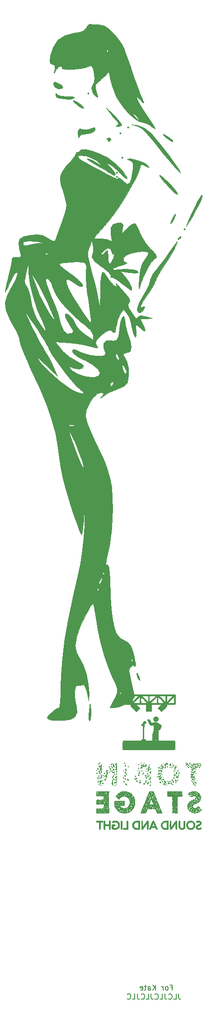
<source format=gbr>
G04 #@! TF.GenerationSoftware,KiCad,Pcbnew,(5.1.5)-3*
G04 #@! TF.CreationDate,2020-07-13T19:54:25+01:00*
G04 #@! TF.ProjectId,Panel,50616e65-6c2e-46b6-9963-61645f706362,rev?*
G04 #@! TF.SameCoordinates,Original*
G04 #@! TF.FileFunction,Legend,Bot*
G04 #@! TF.FilePolarity,Positive*
%FSLAX46Y46*%
G04 Gerber Fmt 4.6, Leading zero omitted, Abs format (unit mm)*
G04 Created by KiCad (PCBNEW (5.1.5)-3) date 2020-07-13 19:54:25*
%MOMM*%
%LPD*%
G04 APERTURE LIST*
%ADD10C,0.150000*%
%ADD11C,0.010000*%
G04 APERTURE END LIST*
D10*
X185774386Y-176053091D02*
X186107720Y-176053091D01*
X186107720Y-176576900D02*
X186107720Y-175576900D01*
X185631529Y-175576900D01*
X185107720Y-176576900D02*
X185202958Y-176529281D01*
X185250577Y-176481662D01*
X185298196Y-176386424D01*
X185298196Y-176100710D01*
X185250577Y-176005472D01*
X185202958Y-175957853D01*
X185107720Y-175910234D01*
X184964862Y-175910234D01*
X184869624Y-175957853D01*
X184822005Y-176005472D01*
X184774386Y-176100710D01*
X184774386Y-176386424D01*
X184822005Y-176481662D01*
X184869624Y-176529281D01*
X184964862Y-176576900D01*
X185107720Y-176576900D01*
X184345815Y-176576900D02*
X184345815Y-175910234D01*
X184345815Y-176100710D02*
X184298196Y-176005472D01*
X184250577Y-175957853D01*
X184155339Y-175910234D01*
X184060100Y-175910234D01*
X182964862Y-176576900D02*
X182964862Y-175576900D01*
X182393434Y-176576900D02*
X182822005Y-176005472D01*
X182393434Y-175576900D02*
X182964862Y-176148329D01*
X181536291Y-176576900D02*
X181536291Y-176053091D01*
X181583910Y-175957853D01*
X181679148Y-175910234D01*
X181869624Y-175910234D01*
X181964862Y-175957853D01*
X181536291Y-176529281D02*
X181631529Y-176576900D01*
X181869624Y-176576900D01*
X181964862Y-176529281D01*
X182012481Y-176434043D01*
X182012481Y-176338805D01*
X181964862Y-176243567D01*
X181869624Y-176195948D01*
X181631529Y-176195948D01*
X181536291Y-176148329D01*
X181202958Y-175910234D02*
X180822005Y-175910234D01*
X181060100Y-175576900D02*
X181060100Y-176434043D01*
X181012481Y-176529281D01*
X180917243Y-176576900D01*
X180822005Y-176576900D01*
X180107720Y-176529281D02*
X180202958Y-176576900D01*
X180393434Y-176576900D01*
X180488672Y-176529281D01*
X180536291Y-176434043D01*
X180536291Y-176053091D01*
X180488672Y-175957853D01*
X180393434Y-175910234D01*
X180202958Y-175910234D01*
X180107720Y-175957853D01*
X180060100Y-176053091D01*
X180060100Y-176148329D01*
X180536291Y-176243567D01*
X187269567Y-177260920D02*
X187269567Y-177975206D01*
X187317186Y-178118063D01*
X187412424Y-178213301D01*
X187555281Y-178260920D01*
X187650520Y-178260920D01*
X186317186Y-178260920D02*
X186793377Y-178260920D01*
X186793377Y-177260920D01*
X185412424Y-178165682D02*
X185460043Y-178213301D01*
X185602900Y-178260920D01*
X185698139Y-178260920D01*
X185840996Y-178213301D01*
X185936234Y-178118063D01*
X185983853Y-178022825D01*
X186031472Y-177832349D01*
X186031472Y-177689492D01*
X185983853Y-177499016D01*
X185936234Y-177403778D01*
X185840996Y-177308540D01*
X185698139Y-177260920D01*
X185602900Y-177260920D01*
X185460043Y-177308540D01*
X185412424Y-177356159D01*
X184698139Y-177260920D02*
X184698139Y-177975206D01*
X184745758Y-178118063D01*
X184840996Y-178213301D01*
X184983853Y-178260920D01*
X185079091Y-178260920D01*
X183745758Y-178260920D02*
X184221948Y-178260920D01*
X184221948Y-177260920D01*
X182840996Y-178165682D02*
X182888615Y-178213301D01*
X183031472Y-178260920D01*
X183126710Y-178260920D01*
X183269567Y-178213301D01*
X183364805Y-178118063D01*
X183412424Y-178022825D01*
X183460043Y-177832349D01*
X183460043Y-177689492D01*
X183412424Y-177499016D01*
X183364805Y-177403778D01*
X183269567Y-177308540D01*
X183126710Y-177260920D01*
X183031472Y-177260920D01*
X182888615Y-177308540D01*
X182840996Y-177356159D01*
X182126710Y-177260920D02*
X182126710Y-177975206D01*
X182174329Y-178118063D01*
X182269567Y-178213301D01*
X182412424Y-178260920D01*
X182507662Y-178260920D01*
X181174329Y-178260920D02*
X181650520Y-178260920D01*
X181650520Y-177260920D01*
X180269567Y-178165682D02*
X180317186Y-178213301D01*
X180460043Y-178260920D01*
X180555281Y-178260920D01*
X180698139Y-178213301D01*
X180793377Y-178118063D01*
X180840996Y-178022825D01*
X180888615Y-177832349D01*
X180888615Y-177689492D01*
X180840996Y-177499016D01*
X180793377Y-177403778D01*
X180698139Y-177308540D01*
X180555281Y-177260920D01*
X180460043Y-177260920D01*
X180317186Y-177308540D01*
X180269567Y-177356159D01*
X179555281Y-177260920D02*
X179555281Y-177975206D01*
X179602900Y-178118063D01*
X179698139Y-178213301D01*
X179840996Y-178260920D01*
X179936234Y-178260920D01*
X178602900Y-178260920D02*
X179079091Y-178260920D01*
X179079091Y-177260920D01*
X177698139Y-178165682D02*
X177745758Y-178213301D01*
X177888615Y-178260920D01*
X177983853Y-178260920D01*
X178126710Y-178213301D01*
X178221948Y-178118063D01*
X178269567Y-178022825D01*
X178317186Y-177832349D01*
X178317186Y-177689492D01*
X178269567Y-177499016D01*
X178221948Y-177403778D01*
X178126710Y-177308540D01*
X177983853Y-177260920D01*
X177888615Y-177260920D01*
X177745758Y-177308540D01*
X177698139Y-177356159D01*
D11*
G36*
X176478367Y-141351757D02*
G01*
X176474064Y-141363453D01*
X176494658Y-141386010D01*
X176512203Y-141388878D01*
X176546038Y-141375149D01*
X176550341Y-141363453D01*
X176529747Y-141340896D01*
X176512203Y-141338028D01*
X176478367Y-141351757D01*
G37*
X176478367Y-141351757D02*
X176474064Y-141363453D01*
X176494658Y-141386010D01*
X176512203Y-141388878D01*
X176546038Y-141375149D01*
X176550341Y-141363453D01*
X176529747Y-141340896D01*
X176512203Y-141338028D01*
X176478367Y-141351757D01*
G36*
X177433096Y-142809429D02*
G01*
X177410420Y-142831309D01*
X177416500Y-142847258D01*
X177470685Y-142872543D01*
X177531334Y-142872009D01*
X177566012Y-142852462D01*
X177580562Y-142823227D01*
X177555260Y-142805130D01*
X177529602Y-142797814D01*
X177478386Y-142795832D01*
X177433096Y-142809429D01*
G37*
X177433096Y-142809429D02*
X177410420Y-142831309D01*
X177416500Y-142847258D01*
X177470685Y-142872543D01*
X177531334Y-142872009D01*
X177566012Y-142852462D01*
X177580562Y-142823227D01*
X177555260Y-142805130D01*
X177529602Y-142797814D01*
X177478386Y-142795832D01*
X177433096Y-142809429D01*
G36*
X190775866Y-139863353D02*
G01*
X190774018Y-139905504D01*
X190782839Y-139918634D01*
X190814008Y-139927759D01*
X190826717Y-139914204D01*
X190828565Y-139872053D01*
X190819744Y-139858922D01*
X190788576Y-139849798D01*
X190775866Y-139863353D01*
G37*
X190775866Y-139863353D02*
X190774018Y-139905504D01*
X190782839Y-139918634D01*
X190814008Y-139927759D01*
X190826717Y-139914204D01*
X190828565Y-139872053D01*
X190819744Y-139858922D01*
X190788576Y-139849798D01*
X190775866Y-139863353D01*
G36*
X173860832Y-142602907D02*
G01*
X173855246Y-142622012D01*
X173860472Y-142655936D01*
X173864845Y-142660150D01*
X173886782Y-142643301D01*
X173906096Y-142622012D01*
X173923823Y-142591937D01*
X173900465Y-142583909D01*
X173896497Y-142583873D01*
X173860832Y-142602907D01*
G37*
X173860832Y-142602907D02*
X173855246Y-142622012D01*
X173860472Y-142655936D01*
X173864845Y-142660150D01*
X173886782Y-142643301D01*
X173906096Y-142622012D01*
X173923823Y-142591937D01*
X173900465Y-142583909D01*
X173896497Y-142583873D01*
X173860832Y-142602907D01*
G36*
X172171201Y-142873314D02*
G01*
X172132549Y-142896212D01*
X172126890Y-142922673D01*
X172130179Y-142926742D01*
X172173399Y-142945344D01*
X172237125Y-142953154D01*
X172291644Y-142947358D01*
X172301196Y-142942925D01*
X172324188Y-142910872D01*
X172305099Y-142881833D01*
X172252329Y-142864921D01*
X172228018Y-142863553D01*
X172171201Y-142873314D01*
G37*
X172171201Y-142873314D02*
X172132549Y-142896212D01*
X172126890Y-142922673D01*
X172130179Y-142926742D01*
X172173399Y-142945344D01*
X172237125Y-142953154D01*
X172291644Y-142947358D01*
X172301196Y-142942925D01*
X172324188Y-142910872D01*
X172305099Y-142881833D01*
X172252329Y-142864921D01*
X172228018Y-142863553D01*
X172171201Y-142873314D01*
G36*
X181608364Y-141003491D02*
G01*
X181599360Y-141054538D01*
X181604391Y-141090130D01*
X181627246Y-141130308D01*
X181655617Y-141122465D01*
X181670046Y-141096486D01*
X181674937Y-141045471D01*
X181659622Y-140999423D01*
X181634824Y-140982072D01*
X181608364Y-141003491D01*
G37*
X181608364Y-141003491D02*
X181599360Y-141054538D01*
X181604391Y-141090130D01*
X181627246Y-141130308D01*
X181655617Y-141122465D01*
X181670046Y-141096486D01*
X181674937Y-141045471D01*
X181659622Y-140999423D01*
X181634824Y-140982072D01*
X181608364Y-141003491D01*
G36*
X181666470Y-141164941D02*
G01*
X181665296Y-141190421D01*
X181676284Y-141221534D01*
X181705658Y-141258521D01*
X181740085Y-141249020D01*
X181749840Y-141236326D01*
X181753154Y-141193680D01*
X181720090Y-141163871D01*
X181697489Y-141160050D01*
X181666470Y-141164941D01*
G37*
X181666470Y-141164941D02*
X181665296Y-141190421D01*
X181676284Y-141221534D01*
X181705658Y-141258521D01*
X181740085Y-141249020D01*
X181749840Y-141236326D01*
X181753154Y-141193680D01*
X181720090Y-141163871D01*
X181697489Y-141160050D01*
X181666470Y-141164941D01*
G36*
X183237846Y-141794684D02*
G01*
X183225900Y-141841923D01*
X183249101Y-141869967D01*
X183262653Y-141871961D01*
X183295262Y-141853441D01*
X183302160Y-141844321D01*
X183301925Y-141804958D01*
X183289889Y-141787326D01*
X183258739Y-141773081D01*
X183237846Y-141794684D01*
G37*
X183237846Y-141794684D02*
X183225900Y-141841923D01*
X183249101Y-141869967D01*
X183262653Y-141871961D01*
X183295262Y-141853441D01*
X183302160Y-141844321D01*
X183301925Y-141804958D01*
X183289889Y-141787326D01*
X183258739Y-141773081D01*
X183237846Y-141794684D01*
G36*
X181160818Y-141905862D02*
G01*
X181164308Y-141920977D01*
X181177768Y-141922812D01*
X181198696Y-141913510D01*
X181194718Y-141905862D01*
X181164544Y-141902819D01*
X181160818Y-141905862D01*
G37*
X181160818Y-141905862D02*
X181164308Y-141920977D01*
X181177768Y-141922812D01*
X181198696Y-141913510D01*
X181194718Y-141905862D01*
X181164544Y-141902819D01*
X181160818Y-141905862D01*
G36*
X183387528Y-142118389D02*
G01*
X183385856Y-142119970D01*
X183380180Y-142147448D01*
X183399970Y-142159867D01*
X183441066Y-142161409D01*
X183452944Y-142152288D01*
X183451526Y-142123118D01*
X183422131Y-142108162D01*
X183387528Y-142118389D01*
G37*
X183387528Y-142118389D02*
X183385856Y-142119970D01*
X183380180Y-142147448D01*
X183399970Y-142159867D01*
X183441066Y-142161409D01*
X183452944Y-142152288D01*
X183451526Y-142123118D01*
X183422131Y-142108162D01*
X183387528Y-142118389D01*
G36*
X180659777Y-121245192D02*
G01*
X180238087Y-121245691D01*
X179826599Y-121246487D01*
X179428361Y-121247581D01*
X179046423Y-121248975D01*
X178683831Y-121250673D01*
X178343633Y-121252676D01*
X178028879Y-121254987D01*
X177742615Y-121257608D01*
X177487891Y-121260541D01*
X177267753Y-121263789D01*
X177085251Y-121267353D01*
X176943432Y-121271237D01*
X176845345Y-121275442D01*
X176794037Y-121279971D01*
X176787835Y-121281563D01*
X176715606Y-121316172D01*
X176708897Y-122152863D01*
X176707138Y-122381052D01*
X176706113Y-122563876D01*
X176706122Y-122706819D01*
X176707464Y-122815365D01*
X176710439Y-122894997D01*
X176715346Y-122951200D01*
X176722485Y-122989457D01*
X176732154Y-123015253D01*
X176744655Y-123034071D01*
X176757823Y-123048776D01*
X176813459Y-123107998D01*
X178253844Y-123107998D01*
X178253844Y-123217636D01*
X178265835Y-123313278D01*
X178295526Y-123411911D01*
X178304193Y-123431485D01*
X178337652Y-123481903D01*
X178399449Y-123557342D01*
X178483967Y-123652233D01*
X178585589Y-123761004D01*
X178698697Y-123878086D01*
X178817676Y-123997909D01*
X178936907Y-124114902D01*
X179050774Y-124223495D01*
X179153660Y-124318119D01*
X179239947Y-124393204D01*
X179304020Y-124443178D01*
X179340260Y-124462472D01*
X179343579Y-124462195D01*
X179375898Y-124439437D01*
X179434527Y-124388083D01*
X179512222Y-124315399D01*
X179601740Y-124228647D01*
X179695837Y-124135094D01*
X179787270Y-124042002D01*
X179868796Y-123956638D01*
X179933171Y-123886264D01*
X179973151Y-123838146D01*
X179982773Y-123821146D01*
X179965709Y-123795210D01*
X179918346Y-123739714D01*
X179846430Y-123660967D01*
X179755707Y-123565278D01*
X179664955Y-123472148D01*
X179562541Y-123367189D01*
X179473848Y-123274147D01*
X179404605Y-123199208D01*
X179360539Y-123148558D01*
X179347137Y-123128958D01*
X179371617Y-123124148D01*
X179441274Y-123119727D01*
X179550434Y-123115824D01*
X179693425Y-123112570D01*
X179864573Y-123110094D01*
X180058206Y-123108527D01*
X180262453Y-123107998D01*
X181177768Y-123107998D01*
X181177768Y-123728841D01*
X181178380Y-123903246D01*
X181180100Y-124062033D01*
X181182752Y-124197705D01*
X181186161Y-124302766D01*
X181190153Y-124369721D01*
X181193201Y-124389902D01*
X181204928Y-124404554D01*
X181231798Y-124415229D01*
X181280730Y-124422523D01*
X181358644Y-124427036D01*
X181472459Y-124429365D01*
X181629094Y-124430108D01*
X181658486Y-124430120D01*
X181843302Y-124428752D01*
X181980680Y-124424507D01*
X182073965Y-124417174D01*
X182126501Y-124406538D01*
X182138849Y-124399609D01*
X182149261Y-124372472D01*
X182157309Y-124311892D01*
X182163164Y-124214159D01*
X182166997Y-124075566D01*
X182168981Y-123892406D01*
X182169360Y-123738548D01*
X182169360Y-123107998D01*
X183084675Y-123107998D01*
X183323014Y-123108641D01*
X183531570Y-123110507D01*
X183706554Y-123113497D01*
X183844176Y-123117512D01*
X183940647Y-123122454D01*
X183992176Y-123128224D01*
X183999990Y-123131770D01*
X183982660Y-123156478D01*
X183934590Y-123210258D01*
X183861667Y-123286903D01*
X183769775Y-123380207D01*
X183682172Y-123466974D01*
X183578676Y-123570376D01*
X183489276Y-123663482D01*
X183419897Y-123739814D01*
X183376460Y-123792892D01*
X183364355Y-123814644D01*
X183381774Y-123844385D01*
X183429252Y-123901345D01*
X183499618Y-123978376D01*
X183585703Y-124068331D01*
X183680337Y-124164064D01*
X183776349Y-124258426D01*
X183866571Y-124344272D01*
X183943832Y-124414453D01*
X184000962Y-124461823D01*
X184030791Y-124479235D01*
X184031063Y-124479229D01*
X184057024Y-124461332D01*
X184113397Y-124411821D01*
X184195113Y-124335509D01*
X184297100Y-124237208D01*
X184414291Y-124121731D01*
X184530359Y-124005284D01*
X184685489Y-123847190D01*
X184808051Y-123718716D01*
X184902140Y-123614242D01*
X184971848Y-123528149D01*
X185021271Y-123454819D01*
X185054503Y-123388631D01*
X185075636Y-123323968D01*
X185088765Y-123255210D01*
X185091480Y-123235125D01*
X185105996Y-123120710D01*
X185816707Y-123113943D01*
X186025560Y-123111818D01*
X186189587Y-123109563D01*
X186314812Y-123106697D01*
X186407260Y-123102735D01*
X186472955Y-123097196D01*
X186517920Y-123089596D01*
X186548181Y-123079453D01*
X186569760Y-123066284D01*
X186585826Y-123052303D01*
X186644235Y-122997432D01*
X186644235Y-122307414D01*
X186389663Y-122307414D01*
X186389094Y-122451306D01*
X186387411Y-122584336D01*
X186384594Y-122697690D01*
X186380627Y-122782553D01*
X186375491Y-122830112D01*
X186373030Y-122836793D01*
X186342989Y-122842368D01*
X186271274Y-122846797D01*
X186167050Y-122850089D01*
X186039481Y-122852251D01*
X185897731Y-122853291D01*
X185750966Y-122853218D01*
X185608348Y-122852038D01*
X185479042Y-122849761D01*
X185372213Y-122846393D01*
X185297025Y-122841943D01*
X185262642Y-122836418D01*
X185261833Y-122835840D01*
X185275096Y-122814902D01*
X185319402Y-122763627D01*
X185325201Y-122757316D01*
X184458207Y-122757316D01*
X184446424Y-122773450D01*
X184418009Y-122777467D01*
X184385135Y-122790756D01*
X184381372Y-122801204D01*
X184373176Y-122815997D01*
X184344821Y-122827393D01*
X184290653Y-122835894D01*
X184205021Y-122841999D01*
X184082272Y-122846211D01*
X183916753Y-122849028D01*
X183831256Y-122849934D01*
X183420979Y-122853743D01*
X183405629Y-122745685D01*
X183400506Y-122684731D01*
X183396580Y-122588897D01*
X183394431Y-122493876D01*
X183165766Y-122493876D01*
X183164576Y-122620765D01*
X183161818Y-122724188D01*
X183157387Y-122794854D01*
X183152077Y-122822472D01*
X183120374Y-122834008D01*
X183047751Y-122842558D01*
X182943421Y-122848253D01*
X182816600Y-122851223D01*
X182676504Y-122851597D01*
X182532346Y-122849507D01*
X182393344Y-122845082D01*
X182268710Y-122838453D01*
X182167661Y-122829750D01*
X182099412Y-122819103D01*
X182073926Y-122807503D01*
X181269296Y-122807503D01*
X181251012Y-122830713D01*
X181250313Y-122831162D01*
X181214418Y-122838189D01*
X181137572Y-122843860D01*
X181029601Y-122848143D01*
X180900328Y-122851010D01*
X180759579Y-122852430D01*
X180617178Y-122852374D01*
X180482951Y-122850812D01*
X180366721Y-122847714D01*
X180278314Y-122843050D01*
X180227555Y-122836791D01*
X180220604Y-122834285D01*
X180207828Y-122802260D01*
X180197337Y-122729952D01*
X180189173Y-122626270D01*
X180183377Y-122500121D01*
X180179989Y-122360414D01*
X180179778Y-122327912D01*
X179955212Y-122327912D01*
X179954092Y-122464628D01*
X179951556Y-122586732D01*
X179947548Y-122684873D01*
X179942013Y-122749702D01*
X179941343Y-122754183D01*
X179925423Y-122853743D01*
X179540935Y-122853463D01*
X179398316Y-122852382D01*
X179266722Y-122849597D01*
X179157869Y-122845486D01*
X179083475Y-122840424D01*
X179066034Y-122838224D01*
X179060565Y-122836665D01*
X178084469Y-122836665D01*
X178054787Y-122841671D01*
X177981916Y-122845512D01*
X177873512Y-122848036D01*
X177737225Y-122849093D01*
X177580710Y-122848531D01*
X177518143Y-122847870D01*
X176969860Y-122841031D01*
X176963017Y-122275315D01*
X176961892Y-122111869D01*
X176962524Y-121966936D01*
X176964747Y-121847729D01*
X176968395Y-121761462D01*
X176973301Y-121715351D01*
X176976062Y-121709599D01*
X177000486Y-121726842D01*
X177054155Y-121775032D01*
X177131846Y-121848861D01*
X177228341Y-121943018D01*
X177338416Y-122052196D01*
X177456852Y-122171085D01*
X177578428Y-122294377D01*
X177697922Y-122416762D01*
X177810113Y-122532933D01*
X177909781Y-122637579D01*
X177991704Y-122725393D01*
X178050661Y-122791065D01*
X178081432Y-122829286D01*
X178084469Y-122836665D01*
X179060565Y-122836665D01*
X178987004Y-122815699D01*
X178920836Y-122781919D01*
X178919163Y-122780679D01*
X178862705Y-122738092D01*
X178971438Y-122631192D01*
X179044762Y-122560123D01*
X179115456Y-122493237D01*
X179150090Y-122461403D01*
X179196095Y-122413404D01*
X179219327Y-122376207D01*
X179220010Y-122371874D01*
X179239653Y-122346452D01*
X179248000Y-122345235D01*
X179274360Y-122328165D01*
X179330217Y-122280799D01*
X179409213Y-122208903D01*
X179504994Y-122118241D01*
X179596466Y-122029144D01*
X179700748Y-121927865D01*
X179792930Y-121841322D01*
X179866899Y-121775011D01*
X179916543Y-121734431D01*
X179935272Y-121724382D01*
X179941493Y-121752413D01*
X179946629Y-121821934D01*
X179950624Y-121923595D01*
X179953423Y-122048045D01*
X179954970Y-122185934D01*
X179955212Y-122327912D01*
X180179778Y-122327912D01*
X180179050Y-122216055D01*
X180180601Y-122075953D01*
X180184684Y-121949015D01*
X180191339Y-121844149D01*
X180200607Y-121770264D01*
X180212529Y-121736267D01*
X180215549Y-121735025D01*
X180249426Y-121752692D01*
X180314216Y-121806104D01*
X180410580Y-121895873D01*
X180539174Y-122022613D01*
X180700657Y-122186938D01*
X180703179Y-122189533D01*
X180806652Y-122294832D01*
X180922393Y-122410748D01*
X181029975Y-122516870D01*
X181059407Y-122545489D01*
X181161392Y-122646931D01*
X181228015Y-122720893D01*
X181262807Y-122772656D01*
X181269296Y-122807503D01*
X182073926Y-122807503D01*
X182073323Y-122807229D01*
X182085778Y-122776662D01*
X182128159Y-122719671D01*
X182193522Y-122644853D01*
X182261913Y-122573714D01*
X182349063Y-122486456D01*
X182460858Y-122374279D01*
X182586151Y-122248382D01*
X182713792Y-122119967D01*
X182791205Y-122041994D01*
X182896328Y-121938000D01*
X182989616Y-121849388D01*
X183065166Y-121781471D01*
X183117072Y-121739560D01*
X183139334Y-121728862D01*
X183146077Y-121759925D01*
X183152012Y-121832545D01*
X183157030Y-121937432D01*
X183161022Y-122065298D01*
X183163881Y-122206853D01*
X183165499Y-122352809D01*
X183165766Y-122493876D01*
X183394431Y-122493876D01*
X183393842Y-122467861D01*
X183392285Y-122331298D01*
X183391901Y-122188887D01*
X183392681Y-122050305D01*
X183394619Y-121925227D01*
X183397705Y-121823332D01*
X183401932Y-121754296D01*
X183406461Y-121728603D01*
X183418867Y-121727122D01*
X183446515Y-121743067D01*
X183492319Y-121779081D01*
X183559195Y-121837808D01*
X183650057Y-121921889D01*
X183767820Y-122033969D01*
X183915399Y-122176690D01*
X184095707Y-122352695D01*
X184107925Y-122364661D01*
X184241810Y-122497129D01*
X184341000Y-122598927D01*
X184408276Y-122673756D01*
X184446418Y-122725319D01*
X184458207Y-122757316D01*
X185325201Y-122757316D01*
X185389524Y-122687319D01*
X185480241Y-122591285D01*
X185586326Y-122480831D01*
X185702555Y-122361265D01*
X185823705Y-122237891D01*
X185944550Y-122116017D01*
X186059866Y-122000949D01*
X186164430Y-121897993D01*
X186253015Y-121812455D01*
X186320399Y-121749641D01*
X186361356Y-121714859D01*
X186370694Y-121709599D01*
X186376429Y-121733551D01*
X186381159Y-121799529D01*
X186384865Y-121898719D01*
X186387530Y-122022306D01*
X186389136Y-122161476D01*
X186389663Y-122307414D01*
X186644235Y-122307414D01*
X186644235Y-121493483D01*
X186195984Y-121493483D01*
X186126849Y-121569759D01*
X186091115Y-121607715D01*
X186025095Y-121676406D01*
X185934156Y-121770305D01*
X185823662Y-121883887D01*
X185698981Y-122011627D01*
X185565477Y-122147997D01*
X185556430Y-122157224D01*
X185400359Y-122315298D01*
X185276155Y-122438518D01*
X185181124Y-122529335D01*
X185112575Y-122590197D01*
X185067815Y-122623554D01*
X185044153Y-122631856D01*
X185039473Y-122627594D01*
X185034934Y-122590825D01*
X185031193Y-122511373D01*
X185028430Y-122397405D01*
X185026824Y-122257084D01*
X185026554Y-122098576D01*
X185026761Y-122048646D01*
X185028332Y-121888242D01*
X185031045Y-121745433D01*
X185034646Y-121627902D01*
X185038880Y-121543331D01*
X185043493Y-121499405D01*
X185045048Y-121495146D01*
X185073845Y-121490995D01*
X185146022Y-121487878D01*
X185254115Y-121485903D01*
X185390663Y-121485181D01*
X185548201Y-121485819D01*
X185628180Y-121486630D01*
X186195984Y-121493483D01*
X186644235Y-121493483D01*
X186644235Y-121480770D01*
X184762753Y-121480770D01*
X184762753Y-122670505D01*
X184372158Y-122272685D01*
X184243646Y-122141621D01*
X184114291Y-122009388D01*
X183992893Y-121885003D01*
X183888251Y-121777483D01*
X183809162Y-121695844D01*
X183800086Y-121686429D01*
X183724709Y-121607379D01*
X183664631Y-121542885D01*
X183627273Y-121501003D01*
X183618609Y-121489382D01*
X183642838Y-121486907D01*
X183710742Y-121484710D01*
X183815144Y-121482899D01*
X183948868Y-121481582D01*
X184060203Y-121481072D01*
X182995686Y-121481072D01*
X182409781Y-122065706D01*
X182267892Y-122206756D01*
X182137299Y-122335562D01*
X182022375Y-122447887D01*
X181927496Y-122539496D01*
X181857036Y-122606154D01*
X181815371Y-122643624D01*
X181805927Y-122650340D01*
X181800822Y-122626098D01*
X181796282Y-122558104D01*
X181792524Y-122453455D01*
X181789766Y-122319250D01*
X181788227Y-122162584D01*
X181787978Y-122065555D01*
X181787978Y-121677110D01*
X181572393Y-121677110D01*
X181571672Y-121778144D01*
X181571479Y-121785875D01*
X181569224Y-121887767D01*
X181566823Y-122022643D01*
X181564568Y-122172639D01*
X181562813Y-122314348D01*
X181560880Y-122450647D01*
X181557812Y-122543421D01*
X181552482Y-122599993D01*
X181543763Y-122627688D01*
X181530529Y-122633830D01*
X181514655Y-122627447D01*
X181486041Y-122603679D01*
X181426589Y-122548363D01*
X181341125Y-122466196D01*
X181234475Y-122361876D01*
X181111466Y-122240101D01*
X180976924Y-122105569D01*
X180929870Y-122058221D01*
X180794672Y-121921433D01*
X180671847Y-121796155D01*
X180565782Y-121686942D01*
X180480864Y-121598350D01*
X180421481Y-121534932D01*
X180392019Y-121501246D01*
X180389580Y-121497223D01*
X180413819Y-121492533D01*
X180481794Y-121488364D01*
X180586390Y-121484916D01*
X180720492Y-121482390D01*
X180876987Y-121480989D01*
X180971608Y-121480770D01*
X179738033Y-121480770D01*
X179663356Y-121562896D01*
X179580030Y-121652826D01*
X179478335Y-121759888D01*
X179363539Y-121878805D01*
X179240907Y-122004302D01*
X179115705Y-122131106D01*
X178993200Y-122253940D01*
X178878656Y-122367530D01*
X178777341Y-122466600D01*
X178694520Y-122545876D01*
X178635460Y-122600083D01*
X178605425Y-122623945D01*
X178603444Y-122624613D01*
X178597963Y-122600474D01*
X178593099Y-122532656D01*
X178589089Y-122428330D01*
X178586174Y-122294668D01*
X178585794Y-122257192D01*
X178319897Y-122257192D01*
X178319177Y-122388662D01*
X178317421Y-122498664D01*
X178314557Y-122578157D01*
X178311114Y-122615434D01*
X178302672Y-122628159D01*
X178282357Y-122623811D01*
X178246123Y-122598943D01*
X178189923Y-122550105D01*
X178109714Y-122473850D01*
X178001448Y-122366728D01*
X177902272Y-122266955D01*
X177773193Y-122136013D01*
X177644267Y-122004261D01*
X177523997Y-121880457D01*
X177420883Y-121773358D01*
X177343426Y-121691723D01*
X177331498Y-121678938D01*
X177159202Y-121493483D01*
X177722977Y-121486630D01*
X177887263Y-121485304D01*
X178034082Y-121485396D01*
X178155943Y-121486799D01*
X178245353Y-121489401D01*
X178294821Y-121493094D01*
X178302080Y-121495106D01*
X178306564Y-121523747D01*
X178310524Y-121594196D01*
X178313885Y-121697415D01*
X178316577Y-121824364D01*
X178318524Y-121966003D01*
X178319655Y-122113292D01*
X178319897Y-122257192D01*
X178585794Y-122257192D01*
X178584591Y-122138839D01*
X178584375Y-122052842D01*
X178584375Y-121480770D01*
X179738033Y-121480770D01*
X180971608Y-121480770D01*
X181553637Y-121480770D01*
X181565060Y-121537978D01*
X181570034Y-121591089D01*
X181572393Y-121677110D01*
X181787978Y-121677110D01*
X181787978Y-121480770D01*
X182995686Y-121481072D01*
X184060203Y-121481072D01*
X184104738Y-121480868D01*
X184190681Y-121480770D01*
X184762753Y-121480770D01*
X186644235Y-121480770D01*
X186644235Y-121325623D01*
X186556406Y-121288926D01*
X186520005Y-121284234D01*
X186435893Y-121279795D01*
X186307118Y-121275610D01*
X186136728Y-121271683D01*
X185927771Y-121268015D01*
X185683295Y-121264609D01*
X185406349Y-121261467D01*
X185099979Y-121258591D01*
X184767236Y-121255984D01*
X184411166Y-121253648D01*
X184034817Y-121251585D01*
X183641238Y-121249797D01*
X183233477Y-121248288D01*
X182814582Y-121247058D01*
X182387601Y-121246111D01*
X181955582Y-121245448D01*
X181521572Y-121245073D01*
X181088622Y-121244987D01*
X180659777Y-121245192D01*
G37*
X180659777Y-121245192D02*
X180238087Y-121245691D01*
X179826599Y-121246487D01*
X179428361Y-121247581D01*
X179046423Y-121248975D01*
X178683831Y-121250673D01*
X178343633Y-121252676D01*
X178028879Y-121254987D01*
X177742615Y-121257608D01*
X177487891Y-121260541D01*
X177267753Y-121263789D01*
X177085251Y-121267353D01*
X176943432Y-121271237D01*
X176845345Y-121275442D01*
X176794037Y-121279971D01*
X176787835Y-121281563D01*
X176715606Y-121316172D01*
X176708897Y-122152863D01*
X176707138Y-122381052D01*
X176706113Y-122563876D01*
X176706122Y-122706819D01*
X176707464Y-122815365D01*
X176710439Y-122894997D01*
X176715346Y-122951200D01*
X176722485Y-122989457D01*
X176732154Y-123015253D01*
X176744655Y-123034071D01*
X176757823Y-123048776D01*
X176813459Y-123107998D01*
X178253844Y-123107998D01*
X178253844Y-123217636D01*
X178265835Y-123313278D01*
X178295526Y-123411911D01*
X178304193Y-123431485D01*
X178337652Y-123481903D01*
X178399449Y-123557342D01*
X178483967Y-123652233D01*
X178585589Y-123761004D01*
X178698697Y-123878086D01*
X178817676Y-123997909D01*
X178936907Y-124114902D01*
X179050774Y-124223495D01*
X179153660Y-124318119D01*
X179239947Y-124393204D01*
X179304020Y-124443178D01*
X179340260Y-124462472D01*
X179343579Y-124462195D01*
X179375898Y-124439437D01*
X179434527Y-124388083D01*
X179512222Y-124315399D01*
X179601740Y-124228647D01*
X179695837Y-124135094D01*
X179787270Y-124042002D01*
X179868796Y-123956638D01*
X179933171Y-123886264D01*
X179973151Y-123838146D01*
X179982773Y-123821146D01*
X179965709Y-123795210D01*
X179918346Y-123739714D01*
X179846430Y-123660967D01*
X179755707Y-123565278D01*
X179664955Y-123472148D01*
X179562541Y-123367189D01*
X179473848Y-123274147D01*
X179404605Y-123199208D01*
X179360539Y-123148558D01*
X179347137Y-123128958D01*
X179371617Y-123124148D01*
X179441274Y-123119727D01*
X179550434Y-123115824D01*
X179693425Y-123112570D01*
X179864573Y-123110094D01*
X180058206Y-123108527D01*
X180262453Y-123107998D01*
X181177768Y-123107998D01*
X181177768Y-123728841D01*
X181178380Y-123903246D01*
X181180100Y-124062033D01*
X181182752Y-124197705D01*
X181186161Y-124302766D01*
X181190153Y-124369721D01*
X181193201Y-124389902D01*
X181204928Y-124404554D01*
X181231798Y-124415229D01*
X181280730Y-124422523D01*
X181358644Y-124427036D01*
X181472459Y-124429365D01*
X181629094Y-124430108D01*
X181658486Y-124430120D01*
X181843302Y-124428752D01*
X181980680Y-124424507D01*
X182073965Y-124417174D01*
X182126501Y-124406538D01*
X182138849Y-124399609D01*
X182149261Y-124372472D01*
X182157309Y-124311892D01*
X182163164Y-124214159D01*
X182166997Y-124075566D01*
X182168981Y-123892406D01*
X182169360Y-123738548D01*
X182169360Y-123107998D01*
X183084675Y-123107998D01*
X183323014Y-123108641D01*
X183531570Y-123110507D01*
X183706554Y-123113497D01*
X183844176Y-123117512D01*
X183940647Y-123122454D01*
X183992176Y-123128224D01*
X183999990Y-123131770D01*
X183982660Y-123156478D01*
X183934590Y-123210258D01*
X183861667Y-123286903D01*
X183769775Y-123380207D01*
X183682172Y-123466974D01*
X183578676Y-123570376D01*
X183489276Y-123663482D01*
X183419897Y-123739814D01*
X183376460Y-123792892D01*
X183364355Y-123814644D01*
X183381774Y-123844385D01*
X183429252Y-123901345D01*
X183499618Y-123978376D01*
X183585703Y-124068331D01*
X183680337Y-124164064D01*
X183776349Y-124258426D01*
X183866571Y-124344272D01*
X183943832Y-124414453D01*
X184000962Y-124461823D01*
X184030791Y-124479235D01*
X184031063Y-124479229D01*
X184057024Y-124461332D01*
X184113397Y-124411821D01*
X184195113Y-124335509D01*
X184297100Y-124237208D01*
X184414291Y-124121731D01*
X184530359Y-124005284D01*
X184685489Y-123847190D01*
X184808051Y-123718716D01*
X184902140Y-123614242D01*
X184971848Y-123528149D01*
X185021271Y-123454819D01*
X185054503Y-123388631D01*
X185075636Y-123323968D01*
X185088765Y-123255210D01*
X185091480Y-123235125D01*
X185105996Y-123120710D01*
X185816707Y-123113943D01*
X186025560Y-123111818D01*
X186189587Y-123109563D01*
X186314812Y-123106697D01*
X186407260Y-123102735D01*
X186472955Y-123097196D01*
X186517920Y-123089596D01*
X186548181Y-123079453D01*
X186569760Y-123066284D01*
X186585826Y-123052303D01*
X186644235Y-122997432D01*
X186644235Y-122307414D01*
X186389663Y-122307414D01*
X186389094Y-122451306D01*
X186387411Y-122584336D01*
X186384594Y-122697690D01*
X186380627Y-122782553D01*
X186375491Y-122830112D01*
X186373030Y-122836793D01*
X186342989Y-122842368D01*
X186271274Y-122846797D01*
X186167050Y-122850089D01*
X186039481Y-122852251D01*
X185897731Y-122853291D01*
X185750966Y-122853218D01*
X185608348Y-122852038D01*
X185479042Y-122849761D01*
X185372213Y-122846393D01*
X185297025Y-122841943D01*
X185262642Y-122836418D01*
X185261833Y-122835840D01*
X185275096Y-122814902D01*
X185319402Y-122763627D01*
X185325201Y-122757316D01*
X184458207Y-122757316D01*
X184446424Y-122773450D01*
X184418009Y-122777467D01*
X184385135Y-122790756D01*
X184381372Y-122801204D01*
X184373176Y-122815997D01*
X184344821Y-122827393D01*
X184290653Y-122835894D01*
X184205021Y-122841999D01*
X184082272Y-122846211D01*
X183916753Y-122849028D01*
X183831256Y-122849934D01*
X183420979Y-122853743D01*
X183405629Y-122745685D01*
X183400506Y-122684731D01*
X183396580Y-122588897D01*
X183394431Y-122493876D01*
X183165766Y-122493876D01*
X183164576Y-122620765D01*
X183161818Y-122724188D01*
X183157387Y-122794854D01*
X183152077Y-122822472D01*
X183120374Y-122834008D01*
X183047751Y-122842558D01*
X182943421Y-122848253D01*
X182816600Y-122851223D01*
X182676504Y-122851597D01*
X182532346Y-122849507D01*
X182393344Y-122845082D01*
X182268710Y-122838453D01*
X182167661Y-122829750D01*
X182099412Y-122819103D01*
X182073926Y-122807503D01*
X181269296Y-122807503D01*
X181251012Y-122830713D01*
X181250313Y-122831162D01*
X181214418Y-122838189D01*
X181137572Y-122843860D01*
X181029601Y-122848143D01*
X180900328Y-122851010D01*
X180759579Y-122852430D01*
X180617178Y-122852374D01*
X180482951Y-122850812D01*
X180366721Y-122847714D01*
X180278314Y-122843050D01*
X180227555Y-122836791D01*
X180220604Y-122834285D01*
X180207828Y-122802260D01*
X180197337Y-122729952D01*
X180189173Y-122626270D01*
X180183377Y-122500121D01*
X180179989Y-122360414D01*
X180179778Y-122327912D01*
X179955212Y-122327912D01*
X179954092Y-122464628D01*
X179951556Y-122586732D01*
X179947548Y-122684873D01*
X179942013Y-122749702D01*
X179941343Y-122754183D01*
X179925423Y-122853743D01*
X179540935Y-122853463D01*
X179398316Y-122852382D01*
X179266722Y-122849597D01*
X179157869Y-122845486D01*
X179083475Y-122840424D01*
X179066034Y-122838224D01*
X179060565Y-122836665D01*
X178084469Y-122836665D01*
X178054787Y-122841671D01*
X177981916Y-122845512D01*
X177873512Y-122848036D01*
X177737225Y-122849093D01*
X177580710Y-122848531D01*
X177518143Y-122847870D01*
X176969860Y-122841031D01*
X176963017Y-122275315D01*
X176961892Y-122111869D01*
X176962524Y-121966936D01*
X176964747Y-121847729D01*
X176968395Y-121761462D01*
X176973301Y-121715351D01*
X176976062Y-121709599D01*
X177000486Y-121726842D01*
X177054155Y-121775032D01*
X177131846Y-121848861D01*
X177228341Y-121943018D01*
X177338416Y-122052196D01*
X177456852Y-122171085D01*
X177578428Y-122294377D01*
X177697922Y-122416762D01*
X177810113Y-122532933D01*
X177909781Y-122637579D01*
X177991704Y-122725393D01*
X178050661Y-122791065D01*
X178081432Y-122829286D01*
X178084469Y-122836665D01*
X179060565Y-122836665D01*
X178987004Y-122815699D01*
X178920836Y-122781919D01*
X178919163Y-122780679D01*
X178862705Y-122738092D01*
X178971438Y-122631192D01*
X179044762Y-122560123D01*
X179115456Y-122493237D01*
X179150090Y-122461403D01*
X179196095Y-122413404D01*
X179219327Y-122376207D01*
X179220010Y-122371874D01*
X179239653Y-122346452D01*
X179248000Y-122345235D01*
X179274360Y-122328165D01*
X179330217Y-122280799D01*
X179409213Y-122208903D01*
X179504994Y-122118241D01*
X179596466Y-122029144D01*
X179700748Y-121927865D01*
X179792930Y-121841322D01*
X179866899Y-121775011D01*
X179916543Y-121734431D01*
X179935272Y-121724382D01*
X179941493Y-121752413D01*
X179946629Y-121821934D01*
X179950624Y-121923595D01*
X179953423Y-122048045D01*
X179954970Y-122185934D01*
X179955212Y-122327912D01*
X180179778Y-122327912D01*
X180179050Y-122216055D01*
X180180601Y-122075953D01*
X180184684Y-121949015D01*
X180191339Y-121844149D01*
X180200607Y-121770264D01*
X180212529Y-121736267D01*
X180215549Y-121735025D01*
X180249426Y-121752692D01*
X180314216Y-121806104D01*
X180410580Y-121895873D01*
X180539174Y-122022613D01*
X180700657Y-122186938D01*
X180703179Y-122189533D01*
X180806652Y-122294832D01*
X180922393Y-122410748D01*
X181029975Y-122516870D01*
X181059407Y-122545489D01*
X181161392Y-122646931D01*
X181228015Y-122720893D01*
X181262807Y-122772656D01*
X181269296Y-122807503D01*
X182073926Y-122807503D01*
X182073323Y-122807229D01*
X182085778Y-122776662D01*
X182128159Y-122719671D01*
X182193522Y-122644853D01*
X182261913Y-122573714D01*
X182349063Y-122486456D01*
X182460858Y-122374279D01*
X182586151Y-122248382D01*
X182713792Y-122119967D01*
X182791205Y-122041994D01*
X182896328Y-121938000D01*
X182989616Y-121849388D01*
X183065166Y-121781471D01*
X183117072Y-121739560D01*
X183139334Y-121728862D01*
X183146077Y-121759925D01*
X183152012Y-121832545D01*
X183157030Y-121937432D01*
X183161022Y-122065298D01*
X183163881Y-122206853D01*
X183165499Y-122352809D01*
X183165766Y-122493876D01*
X183394431Y-122493876D01*
X183393842Y-122467861D01*
X183392285Y-122331298D01*
X183391901Y-122188887D01*
X183392681Y-122050305D01*
X183394619Y-121925227D01*
X183397705Y-121823332D01*
X183401932Y-121754296D01*
X183406461Y-121728603D01*
X183418867Y-121727122D01*
X183446515Y-121743067D01*
X183492319Y-121779081D01*
X183559195Y-121837808D01*
X183650057Y-121921889D01*
X183767820Y-122033969D01*
X183915399Y-122176690D01*
X184095707Y-122352695D01*
X184107925Y-122364661D01*
X184241810Y-122497129D01*
X184341000Y-122598927D01*
X184408276Y-122673756D01*
X184446418Y-122725319D01*
X184458207Y-122757316D01*
X185325201Y-122757316D01*
X185389524Y-122687319D01*
X185480241Y-122591285D01*
X185586326Y-122480831D01*
X185702555Y-122361265D01*
X185823705Y-122237891D01*
X185944550Y-122116017D01*
X186059866Y-122000949D01*
X186164430Y-121897993D01*
X186253015Y-121812455D01*
X186320399Y-121749641D01*
X186361356Y-121714859D01*
X186370694Y-121709599D01*
X186376429Y-121733551D01*
X186381159Y-121799529D01*
X186384865Y-121898719D01*
X186387530Y-122022306D01*
X186389136Y-122161476D01*
X186389663Y-122307414D01*
X186644235Y-122307414D01*
X186644235Y-121493483D01*
X186195984Y-121493483D01*
X186126849Y-121569759D01*
X186091115Y-121607715D01*
X186025095Y-121676406D01*
X185934156Y-121770305D01*
X185823662Y-121883887D01*
X185698981Y-122011627D01*
X185565477Y-122147997D01*
X185556430Y-122157224D01*
X185400359Y-122315298D01*
X185276155Y-122438518D01*
X185181124Y-122529335D01*
X185112575Y-122590197D01*
X185067815Y-122623554D01*
X185044153Y-122631856D01*
X185039473Y-122627594D01*
X185034934Y-122590825D01*
X185031193Y-122511373D01*
X185028430Y-122397405D01*
X185026824Y-122257084D01*
X185026554Y-122098576D01*
X185026761Y-122048646D01*
X185028332Y-121888242D01*
X185031045Y-121745433D01*
X185034646Y-121627902D01*
X185038880Y-121543331D01*
X185043493Y-121499405D01*
X185045048Y-121495146D01*
X185073845Y-121490995D01*
X185146022Y-121487878D01*
X185254115Y-121485903D01*
X185390663Y-121485181D01*
X185548201Y-121485819D01*
X185628180Y-121486630D01*
X186195984Y-121493483D01*
X186644235Y-121493483D01*
X186644235Y-121480770D01*
X184762753Y-121480770D01*
X184762753Y-122670505D01*
X184372158Y-122272685D01*
X184243646Y-122141621D01*
X184114291Y-122009388D01*
X183992893Y-121885003D01*
X183888251Y-121777483D01*
X183809162Y-121695844D01*
X183800086Y-121686429D01*
X183724709Y-121607379D01*
X183664631Y-121542885D01*
X183627273Y-121501003D01*
X183618609Y-121489382D01*
X183642838Y-121486907D01*
X183710742Y-121484710D01*
X183815144Y-121482899D01*
X183948868Y-121481582D01*
X184060203Y-121481072D01*
X182995686Y-121481072D01*
X182409781Y-122065706D01*
X182267892Y-122206756D01*
X182137299Y-122335562D01*
X182022375Y-122447887D01*
X181927496Y-122539496D01*
X181857036Y-122606154D01*
X181815371Y-122643624D01*
X181805927Y-122650340D01*
X181800822Y-122626098D01*
X181796282Y-122558104D01*
X181792524Y-122453455D01*
X181789766Y-122319250D01*
X181788227Y-122162584D01*
X181787978Y-122065555D01*
X181787978Y-121677110D01*
X181572393Y-121677110D01*
X181571672Y-121778144D01*
X181571479Y-121785875D01*
X181569224Y-121887767D01*
X181566823Y-122022643D01*
X181564568Y-122172639D01*
X181562813Y-122314348D01*
X181560880Y-122450647D01*
X181557812Y-122543421D01*
X181552482Y-122599993D01*
X181543763Y-122627688D01*
X181530529Y-122633830D01*
X181514655Y-122627447D01*
X181486041Y-122603679D01*
X181426589Y-122548363D01*
X181341125Y-122466196D01*
X181234475Y-122361876D01*
X181111466Y-122240101D01*
X180976924Y-122105569D01*
X180929870Y-122058221D01*
X180794672Y-121921433D01*
X180671847Y-121796155D01*
X180565782Y-121686942D01*
X180480864Y-121598350D01*
X180421481Y-121534932D01*
X180392019Y-121501246D01*
X180389580Y-121497223D01*
X180413819Y-121492533D01*
X180481794Y-121488364D01*
X180586390Y-121484916D01*
X180720492Y-121482390D01*
X180876987Y-121480989D01*
X180971608Y-121480770D01*
X179738033Y-121480770D01*
X179663356Y-121562896D01*
X179580030Y-121652826D01*
X179478335Y-121759888D01*
X179363539Y-121878805D01*
X179240907Y-122004302D01*
X179115705Y-122131106D01*
X178993200Y-122253940D01*
X178878656Y-122367530D01*
X178777341Y-122466600D01*
X178694520Y-122545876D01*
X178635460Y-122600083D01*
X178605425Y-122623945D01*
X178603444Y-122624613D01*
X178597963Y-122600474D01*
X178593099Y-122532656D01*
X178589089Y-122428330D01*
X178586174Y-122294668D01*
X178585794Y-122257192D01*
X178319897Y-122257192D01*
X178319177Y-122388662D01*
X178317421Y-122498664D01*
X178314557Y-122578157D01*
X178311114Y-122615434D01*
X178302672Y-122628159D01*
X178282357Y-122623811D01*
X178246123Y-122598943D01*
X178189923Y-122550105D01*
X178109714Y-122473850D01*
X178001448Y-122366728D01*
X177902272Y-122266955D01*
X177773193Y-122136013D01*
X177644267Y-122004261D01*
X177523997Y-121880457D01*
X177420883Y-121773358D01*
X177343426Y-121691723D01*
X177331498Y-121678938D01*
X177159202Y-121493483D01*
X177722977Y-121486630D01*
X177887263Y-121485304D01*
X178034082Y-121485396D01*
X178155943Y-121486799D01*
X178245353Y-121489401D01*
X178294821Y-121493094D01*
X178302080Y-121495106D01*
X178306564Y-121523747D01*
X178310524Y-121594196D01*
X178313885Y-121697415D01*
X178316577Y-121824364D01*
X178318524Y-121966003D01*
X178319655Y-122113292D01*
X178319897Y-122257192D01*
X178585794Y-122257192D01*
X178584591Y-122138839D01*
X178584375Y-122052842D01*
X178584375Y-121480770D01*
X179738033Y-121480770D01*
X180971608Y-121480770D01*
X181553637Y-121480770D01*
X181565060Y-121537978D01*
X181570034Y-121591089D01*
X181572393Y-121677110D01*
X181787978Y-121677110D01*
X181787978Y-121480770D01*
X182995686Y-121481072D01*
X184060203Y-121481072D01*
X184104738Y-121480868D01*
X184190681Y-121480770D01*
X184762753Y-121480770D01*
X186644235Y-121480770D01*
X186644235Y-121325623D01*
X186556406Y-121288926D01*
X186520005Y-121284234D01*
X186435893Y-121279795D01*
X186307118Y-121275610D01*
X186136728Y-121271683D01*
X185927771Y-121268015D01*
X185683295Y-121264609D01*
X185406349Y-121261467D01*
X185099979Y-121258591D01*
X184767236Y-121255984D01*
X184411166Y-121253648D01*
X184034817Y-121251585D01*
X183641238Y-121249797D01*
X183233477Y-121248288D01*
X182814582Y-121247058D01*
X182387601Y-121246111D01*
X181955582Y-121245448D01*
X181521572Y-121245073D01*
X181088622Y-121244987D01*
X180659777Y-121245192D01*
G36*
X182891327Y-125397263D02*
G01*
X182823620Y-125403249D01*
X182776514Y-125418823D01*
X182734886Y-125448567D01*
X182693389Y-125487560D01*
X182635042Y-125555871D01*
X182593960Y-125625311D01*
X182584503Y-125653354D01*
X182567035Y-125711037D01*
X182547457Y-125741559D01*
X182532406Y-125773925D01*
X182525383Y-125834466D01*
X182525316Y-125841231D01*
X182531254Y-125903354D01*
X182545726Y-125939571D01*
X182547457Y-125940903D01*
X182568740Y-125973602D01*
X182585291Y-126025036D01*
X182633689Y-126132279D01*
X182722214Y-126213598D01*
X182845455Y-126265694D01*
X182997997Y-126285266D01*
X183012322Y-126285323D01*
X183108036Y-126281605D01*
X183173739Y-126267469D01*
X183230104Y-126236580D01*
X183268856Y-126206704D01*
X183343027Y-126127439D01*
X183407351Y-126025934D01*
X183451670Y-125921073D01*
X183466056Y-125840107D01*
X183449147Y-125750906D01*
X183404730Y-125645877D01*
X183342276Y-125544098D01*
X183286802Y-125478918D01*
X183242044Y-125437954D01*
X183201503Y-125413399D01*
X183150378Y-125401064D01*
X183073867Y-125396761D01*
X182994760Y-125396286D01*
X182891327Y-125397263D01*
G37*
X182891327Y-125397263D02*
X182823620Y-125403249D01*
X182776514Y-125418823D01*
X182734886Y-125448567D01*
X182693389Y-125487560D01*
X182635042Y-125555871D01*
X182593960Y-125625311D01*
X182584503Y-125653354D01*
X182567035Y-125711037D01*
X182547457Y-125741559D01*
X182532406Y-125773925D01*
X182525383Y-125834466D01*
X182525316Y-125841231D01*
X182531254Y-125903354D01*
X182545726Y-125939571D01*
X182547457Y-125940903D01*
X182568740Y-125973602D01*
X182585291Y-126025036D01*
X182633689Y-126132279D01*
X182722214Y-126213598D01*
X182845455Y-126265694D01*
X182997997Y-126285266D01*
X183012322Y-126285323D01*
X183108036Y-126281605D01*
X183173739Y-126267469D01*
X183230104Y-126236580D01*
X183268856Y-126206704D01*
X183343027Y-126127439D01*
X183407351Y-126025934D01*
X183451670Y-125921073D01*
X183466056Y-125840107D01*
X183449147Y-125750906D01*
X183404730Y-125645877D01*
X183342276Y-125544098D01*
X183286802Y-125478918D01*
X183242044Y-125437954D01*
X183201503Y-125413399D01*
X183150378Y-125401064D01*
X183073867Y-125396761D01*
X182994760Y-125396286D01*
X182891327Y-125397263D01*
G36*
X181608963Y-125890202D02*
G01*
X181522465Y-125932731D01*
X181455455Y-125986238D01*
X181432022Y-126038777D01*
X181442855Y-126077236D01*
X181472148Y-126149986D01*
X181515096Y-126247074D01*
X181566895Y-126358544D01*
X181622737Y-126474444D01*
X181677818Y-126584819D01*
X181727332Y-126679716D01*
X181766474Y-126749180D01*
X181790437Y-126783258D01*
X181792038Y-126784481D01*
X181811393Y-126818594D01*
X181813404Y-126836030D01*
X181832351Y-126888834D01*
X181880930Y-126943700D01*
X181946748Y-126993125D01*
X182017414Y-127029605D01*
X182080533Y-127045638D01*
X182123714Y-127033720D01*
X182128999Y-127027110D01*
X182159578Y-127013582D01*
X182225761Y-127000125D01*
X182301490Y-126990864D01*
X182385616Y-126979335D01*
X182446619Y-126963641D01*
X182469597Y-126949129D01*
X182499245Y-126925840D01*
X182524397Y-126921811D01*
X182545512Y-126927512D01*
X182560298Y-126950494D01*
X182570830Y-126999575D01*
X182579183Y-127083574D01*
X182585727Y-127182422D01*
X182598735Y-127437293D01*
X182604090Y-127646306D01*
X182601550Y-127813910D01*
X182590871Y-127944555D01*
X182571813Y-128042690D01*
X182544132Y-128112764D01*
X182534220Y-128128820D01*
X182509627Y-128190081D01*
X182499890Y-128262303D01*
X182493410Y-128318840D01*
X182477607Y-128345356D01*
X182475617Y-128345635D01*
X182455909Y-128367958D01*
X182437335Y-128423351D01*
X182433643Y-128440981D01*
X182411360Y-128521594D01*
X182380820Y-128590095D01*
X182377873Y-128594819D01*
X182366569Y-128623516D01*
X182358339Y-128672824D01*
X182353194Y-128746744D01*
X182351144Y-128849278D01*
X182352199Y-128984427D01*
X182356369Y-129156193D01*
X182363666Y-129368576D01*
X182374099Y-129625578D01*
X182380945Y-129782172D01*
X182385476Y-129883873D01*
X181088779Y-129883873D01*
X181076066Y-129756746D01*
X181065514Y-129680252D01*
X181048630Y-129641000D01*
X181017678Y-129625404D01*
X180999790Y-129622762D01*
X180927363Y-129613541D01*
X180853594Y-129602541D01*
X180770961Y-129589177D01*
X180770961Y-128229174D01*
X180771091Y-127928224D01*
X180771561Y-127674002D01*
X180772488Y-127462386D01*
X180773993Y-127289254D01*
X180776194Y-127150483D01*
X180779211Y-127041953D01*
X180783162Y-126959539D01*
X180788166Y-126899120D01*
X180794342Y-126856575D01*
X180801809Y-126827780D01*
X180810686Y-126808614D01*
X180812024Y-126806502D01*
X180852633Y-126761214D01*
X180888300Y-126743833D01*
X180920218Y-126729397D01*
X180923514Y-126718892D01*
X180944936Y-126694141D01*
X180981088Y-126679501D01*
X181032480Y-126648498D01*
X181088179Y-126590213D01*
X181133141Y-126523440D01*
X181152323Y-126466969D01*
X181152343Y-126465581D01*
X181135627Y-126409504D01*
X181094875Y-126341200D01*
X181044180Y-126280530D01*
X180997632Y-126247353D01*
X180997455Y-126247297D01*
X180939825Y-126240976D01*
X180862016Y-126245845D01*
X180845528Y-126248326D01*
X180772328Y-126268846D01*
X180729562Y-126307982D01*
X180710398Y-126345725D01*
X180672901Y-126412317D01*
X180615941Y-126490681D01*
X180584499Y-126527717D01*
X180532843Y-126589051D01*
X180499127Y-126637226D01*
X180491750Y-126654844D01*
X180475348Y-126686757D01*
X180434185Y-126740502D01*
X180401990Y-126777228D01*
X180341130Y-126849939D01*
X180290014Y-126921895D01*
X180274736Y-126948068D01*
X180251958Y-126999219D01*
X180259530Y-127028755D01*
X180304612Y-127057133D01*
X180314733Y-127062391D01*
X180369923Y-127086595D01*
X180412557Y-127085754D01*
X180468310Y-127058324D01*
X180478122Y-127052571D01*
X180535767Y-127023993D01*
X180573549Y-127015212D01*
X180578145Y-127017150D01*
X180581059Y-127044748D01*
X180583783Y-127118299D01*
X180586262Y-127232901D01*
X180588437Y-127383655D01*
X180590253Y-127565664D01*
X180591651Y-127774026D01*
X180592577Y-128003843D01*
X180592973Y-128250215D01*
X180592983Y-128298127D01*
X180592930Y-128584355D01*
X180592661Y-128823980D01*
X180592010Y-129021250D01*
X180590812Y-129180415D01*
X180588901Y-129305722D01*
X180586113Y-129401420D01*
X180582281Y-129471757D01*
X180577241Y-129520981D01*
X180570827Y-129553340D01*
X180562874Y-129573083D01*
X180553217Y-129584459D01*
X180542654Y-129591202D01*
X180478541Y-129606460D01*
X180430443Y-129602606D01*
X180362192Y-129607945D01*
X180304556Y-129648653D01*
X180272442Y-129710123D01*
X180272939Y-129756929D01*
X180280543Y-129784194D01*
X180286361Y-129807668D01*
X180286930Y-129827637D01*
X180278788Y-129844382D01*
X180258473Y-129858188D01*
X180222521Y-129869339D01*
X180167471Y-129878117D01*
X180089860Y-129884807D01*
X179986225Y-129889691D01*
X179853104Y-129893053D01*
X179687033Y-129895178D01*
X179484552Y-129896348D01*
X179242196Y-129896846D01*
X178956503Y-129896957D01*
X178624012Y-129896964D01*
X178562585Y-129896975D01*
X178233159Y-129897407D01*
X177930991Y-129898518D01*
X177659066Y-129900266D01*
X177420369Y-129902608D01*
X177217886Y-129905504D01*
X177054601Y-129908910D01*
X176933500Y-129912786D01*
X176857568Y-129917088D01*
X176830290Y-129921307D01*
X176819471Y-129934444D01*
X176810865Y-129962111D01*
X176804231Y-130009462D01*
X176799326Y-130081651D01*
X176795908Y-130183832D01*
X176793735Y-130321161D01*
X176792565Y-130498791D01*
X176792156Y-130721878D01*
X176792152Y-130733346D01*
X176791882Y-131521443D01*
X176850286Y-131548054D01*
X176883558Y-131551772D01*
X176964449Y-131555228D01*
X177089917Y-131558425D01*
X177256920Y-131561364D01*
X177462418Y-131564047D01*
X177703368Y-131566476D01*
X177976728Y-131568654D01*
X178279458Y-131570581D01*
X178608515Y-131572260D01*
X178960858Y-131573694D01*
X179333445Y-131574883D01*
X179723234Y-131575830D01*
X180127185Y-131576538D01*
X180542255Y-131577007D01*
X180965403Y-131577239D01*
X181393587Y-131577238D01*
X181823766Y-131577004D01*
X182252897Y-131576540D01*
X182677940Y-131575847D01*
X183095853Y-131574928D01*
X183503593Y-131573785D01*
X183898121Y-131572419D01*
X184276393Y-131570832D01*
X184635368Y-131569027D01*
X184972005Y-131567005D01*
X185283262Y-131564769D01*
X185566097Y-131562320D01*
X185817469Y-131559660D01*
X186034337Y-131556791D01*
X186213658Y-131553716D01*
X186352391Y-131550435D01*
X186447494Y-131546952D01*
X186495926Y-131543267D01*
X186501430Y-131541838D01*
X186514074Y-131529306D01*
X186524069Y-131508632D01*
X186531695Y-131474355D01*
X186537235Y-131421010D01*
X186540970Y-131343135D01*
X186543183Y-131235266D01*
X186544154Y-131091940D01*
X186544165Y-130907694D01*
X186543659Y-130722894D01*
X186542318Y-130486021D01*
X186539962Y-130296129D01*
X186536428Y-130149355D01*
X186531556Y-130041837D01*
X186525184Y-129969713D01*
X186517150Y-129929119D01*
X186509982Y-129917070D01*
X186479574Y-129913500D01*
X186402865Y-129910125D01*
X186284405Y-129907004D01*
X186128745Y-129904198D01*
X185940434Y-129901767D01*
X185724023Y-129899768D01*
X185484062Y-129898263D01*
X185225100Y-129897311D01*
X184976059Y-129896975D01*
X183473149Y-129896586D01*
X183470868Y-129858313D01*
X182994856Y-129858313D01*
X182993020Y-129874344D01*
X182991675Y-129877517D01*
X182960045Y-129892210D01*
X182917909Y-129896586D01*
X182855846Y-129896586D01*
X182857853Y-129330870D01*
X182858861Y-129169258D01*
X182860580Y-129027887D01*
X182862857Y-128913547D01*
X182865539Y-128833029D01*
X182868474Y-128793123D01*
X182870013Y-128790580D01*
X182877489Y-128826118D01*
X182888595Y-128898742D01*
X182901336Y-128994997D01*
X182905853Y-129032122D01*
X182933030Y-129261612D01*
X182954541Y-129445623D01*
X182970893Y-129589149D01*
X182982594Y-129697186D01*
X182990150Y-129774729D01*
X182994068Y-129826773D01*
X182994856Y-129858313D01*
X183470868Y-129858313D01*
X183455340Y-129597837D01*
X183450817Y-129504692D01*
X183446009Y-129375027D01*
X183441030Y-129215066D01*
X183435998Y-129031029D01*
X183431029Y-128829139D01*
X183426238Y-128615616D01*
X183421743Y-128396684D01*
X183417659Y-128178563D01*
X183414102Y-127967475D01*
X183411190Y-127769642D01*
X183409038Y-127591285D01*
X183407763Y-127438627D01*
X183407480Y-127317889D01*
X183408306Y-127235292D01*
X183410358Y-127197058D01*
X183410467Y-127196541D01*
X183425646Y-127168002D01*
X183459352Y-127177969D01*
X183468654Y-127183588D01*
X183504130Y-127232719D01*
X183515979Y-127309520D01*
X183503544Y-127396297D01*
X183478769Y-127455745D01*
X183458111Y-127514656D01*
X183445595Y-127594880D01*
X183441491Y-127680962D01*
X183446066Y-127757445D01*
X183459591Y-127808874D01*
X183472413Y-127821357D01*
X183517534Y-127834493D01*
X183582980Y-127855184D01*
X183585882Y-127856132D01*
X183648277Y-127869692D01*
X183694801Y-127854015D01*
X183732079Y-127823063D01*
X183776080Y-127771877D01*
X183796422Y-127727693D01*
X183796587Y-127724789D01*
X183806255Y-127677879D01*
X183830273Y-127609223D01*
X183838249Y-127590091D01*
X183880515Y-127491688D01*
X183909523Y-127421122D01*
X183932599Y-127359730D01*
X183957063Y-127288849D01*
X183960794Y-127277767D01*
X183984228Y-127197383D01*
X183998067Y-127129353D01*
X183999620Y-127110725D01*
X183978325Y-127044252D01*
X183920218Y-126967618D01*
X183835193Y-126890775D01*
X183733140Y-126823674D01*
X183694885Y-126804170D01*
X183652189Y-126778125D01*
X183589884Y-126733820D01*
X183564099Y-126714184D01*
X183505874Y-126671241D01*
X183465112Y-126645459D01*
X183456288Y-126642132D01*
X183429611Y-126628728D01*
X183372332Y-126593156D01*
X183295531Y-126542369D01*
X183274006Y-126527717D01*
X183183273Y-126468413D01*
X183115252Y-126433901D01*
X183052557Y-126417703D01*
X182977801Y-126413339D01*
X182966982Y-126413303D01*
X182878886Y-126417995D01*
X182805738Y-126430008D01*
X182777682Y-126439739D01*
X182726686Y-126457312D01*
X182644862Y-126475899D01*
X182569594Y-126488514D01*
X182462787Y-126505681D01*
X182357283Y-126526014D01*
X182301215Y-126538849D01*
X182229739Y-126552961D01*
X182178949Y-126555527D01*
X182168772Y-126552779D01*
X182145541Y-126525873D01*
X182100632Y-126463488D01*
X182039206Y-126373340D01*
X181966422Y-126263143D01*
X181887439Y-126140611D01*
X181807417Y-126013459D01*
X181799184Y-126000185D01*
X181738666Y-125918745D01*
X181679365Y-125883086D01*
X181608963Y-125890202D01*
G37*
X181608963Y-125890202D02*
X181522465Y-125932731D01*
X181455455Y-125986238D01*
X181432022Y-126038777D01*
X181442855Y-126077236D01*
X181472148Y-126149986D01*
X181515096Y-126247074D01*
X181566895Y-126358544D01*
X181622737Y-126474444D01*
X181677818Y-126584819D01*
X181727332Y-126679716D01*
X181766474Y-126749180D01*
X181790437Y-126783258D01*
X181792038Y-126784481D01*
X181811393Y-126818594D01*
X181813404Y-126836030D01*
X181832351Y-126888834D01*
X181880930Y-126943700D01*
X181946748Y-126993125D01*
X182017414Y-127029605D01*
X182080533Y-127045638D01*
X182123714Y-127033720D01*
X182128999Y-127027110D01*
X182159578Y-127013582D01*
X182225761Y-127000125D01*
X182301490Y-126990864D01*
X182385616Y-126979335D01*
X182446619Y-126963641D01*
X182469597Y-126949129D01*
X182499245Y-126925840D01*
X182524397Y-126921811D01*
X182545512Y-126927512D01*
X182560298Y-126950494D01*
X182570830Y-126999575D01*
X182579183Y-127083574D01*
X182585727Y-127182422D01*
X182598735Y-127437293D01*
X182604090Y-127646306D01*
X182601550Y-127813910D01*
X182590871Y-127944555D01*
X182571813Y-128042690D01*
X182544132Y-128112764D01*
X182534220Y-128128820D01*
X182509627Y-128190081D01*
X182499890Y-128262303D01*
X182493410Y-128318840D01*
X182477607Y-128345356D01*
X182475617Y-128345635D01*
X182455909Y-128367958D01*
X182437335Y-128423351D01*
X182433643Y-128440981D01*
X182411360Y-128521594D01*
X182380820Y-128590095D01*
X182377873Y-128594819D01*
X182366569Y-128623516D01*
X182358339Y-128672824D01*
X182353194Y-128746744D01*
X182351144Y-128849278D01*
X182352199Y-128984427D01*
X182356369Y-129156193D01*
X182363666Y-129368576D01*
X182374099Y-129625578D01*
X182380945Y-129782172D01*
X182385476Y-129883873D01*
X181088779Y-129883873D01*
X181076066Y-129756746D01*
X181065514Y-129680252D01*
X181048630Y-129641000D01*
X181017678Y-129625404D01*
X180999790Y-129622762D01*
X180927363Y-129613541D01*
X180853594Y-129602541D01*
X180770961Y-129589177D01*
X180770961Y-128229174D01*
X180771091Y-127928224D01*
X180771561Y-127674002D01*
X180772488Y-127462386D01*
X180773993Y-127289254D01*
X180776194Y-127150483D01*
X180779211Y-127041953D01*
X180783162Y-126959539D01*
X180788166Y-126899120D01*
X180794342Y-126856575D01*
X180801809Y-126827780D01*
X180810686Y-126808614D01*
X180812024Y-126806502D01*
X180852633Y-126761214D01*
X180888300Y-126743833D01*
X180920218Y-126729397D01*
X180923514Y-126718892D01*
X180944936Y-126694141D01*
X180981088Y-126679501D01*
X181032480Y-126648498D01*
X181088179Y-126590213D01*
X181133141Y-126523440D01*
X181152323Y-126466969D01*
X181152343Y-126465581D01*
X181135627Y-126409504D01*
X181094875Y-126341200D01*
X181044180Y-126280530D01*
X180997632Y-126247353D01*
X180997455Y-126247297D01*
X180939825Y-126240976D01*
X180862016Y-126245845D01*
X180845528Y-126248326D01*
X180772328Y-126268846D01*
X180729562Y-126307982D01*
X180710398Y-126345725D01*
X180672901Y-126412317D01*
X180615941Y-126490681D01*
X180584499Y-126527717D01*
X180532843Y-126589051D01*
X180499127Y-126637226D01*
X180491750Y-126654844D01*
X180475348Y-126686757D01*
X180434185Y-126740502D01*
X180401990Y-126777228D01*
X180341130Y-126849939D01*
X180290014Y-126921895D01*
X180274736Y-126948068D01*
X180251958Y-126999219D01*
X180259530Y-127028755D01*
X180304612Y-127057133D01*
X180314733Y-127062391D01*
X180369923Y-127086595D01*
X180412557Y-127085754D01*
X180468310Y-127058324D01*
X180478122Y-127052571D01*
X180535767Y-127023993D01*
X180573549Y-127015212D01*
X180578145Y-127017150D01*
X180581059Y-127044748D01*
X180583783Y-127118299D01*
X180586262Y-127232901D01*
X180588437Y-127383655D01*
X180590253Y-127565664D01*
X180591651Y-127774026D01*
X180592577Y-128003843D01*
X180592973Y-128250215D01*
X180592983Y-128298127D01*
X180592930Y-128584355D01*
X180592661Y-128823980D01*
X180592010Y-129021250D01*
X180590812Y-129180415D01*
X180588901Y-129305722D01*
X180586113Y-129401420D01*
X180582281Y-129471757D01*
X180577241Y-129520981D01*
X180570827Y-129553340D01*
X180562874Y-129573083D01*
X180553217Y-129584459D01*
X180542654Y-129591202D01*
X180478541Y-129606460D01*
X180430443Y-129602606D01*
X180362192Y-129607945D01*
X180304556Y-129648653D01*
X180272442Y-129710123D01*
X180272939Y-129756929D01*
X180280543Y-129784194D01*
X180286361Y-129807668D01*
X180286930Y-129827637D01*
X180278788Y-129844382D01*
X180258473Y-129858188D01*
X180222521Y-129869339D01*
X180167471Y-129878117D01*
X180089860Y-129884807D01*
X179986225Y-129889691D01*
X179853104Y-129893053D01*
X179687033Y-129895178D01*
X179484552Y-129896348D01*
X179242196Y-129896846D01*
X178956503Y-129896957D01*
X178624012Y-129896964D01*
X178562585Y-129896975D01*
X178233159Y-129897407D01*
X177930991Y-129898518D01*
X177659066Y-129900266D01*
X177420369Y-129902608D01*
X177217886Y-129905504D01*
X177054601Y-129908910D01*
X176933500Y-129912786D01*
X176857568Y-129917088D01*
X176830290Y-129921307D01*
X176819471Y-129934444D01*
X176810865Y-129962111D01*
X176804231Y-130009462D01*
X176799326Y-130081651D01*
X176795908Y-130183832D01*
X176793735Y-130321161D01*
X176792565Y-130498791D01*
X176792156Y-130721878D01*
X176792152Y-130733346D01*
X176791882Y-131521443D01*
X176850286Y-131548054D01*
X176883558Y-131551772D01*
X176964449Y-131555228D01*
X177089917Y-131558425D01*
X177256920Y-131561364D01*
X177462418Y-131564047D01*
X177703368Y-131566476D01*
X177976728Y-131568654D01*
X178279458Y-131570581D01*
X178608515Y-131572260D01*
X178960858Y-131573694D01*
X179333445Y-131574883D01*
X179723234Y-131575830D01*
X180127185Y-131576538D01*
X180542255Y-131577007D01*
X180965403Y-131577239D01*
X181393587Y-131577238D01*
X181823766Y-131577004D01*
X182252897Y-131576540D01*
X182677940Y-131575847D01*
X183095853Y-131574928D01*
X183503593Y-131573785D01*
X183898121Y-131572419D01*
X184276393Y-131570832D01*
X184635368Y-131569027D01*
X184972005Y-131567005D01*
X185283262Y-131564769D01*
X185566097Y-131562320D01*
X185817469Y-131559660D01*
X186034337Y-131556791D01*
X186213658Y-131553716D01*
X186352391Y-131550435D01*
X186447494Y-131546952D01*
X186495926Y-131543267D01*
X186501430Y-131541838D01*
X186514074Y-131529306D01*
X186524069Y-131508632D01*
X186531695Y-131474355D01*
X186537235Y-131421010D01*
X186540970Y-131343135D01*
X186543183Y-131235266D01*
X186544154Y-131091940D01*
X186544165Y-130907694D01*
X186543659Y-130722894D01*
X186542318Y-130486021D01*
X186539962Y-130296129D01*
X186536428Y-130149355D01*
X186531556Y-130041837D01*
X186525184Y-129969713D01*
X186517150Y-129929119D01*
X186509982Y-129917070D01*
X186479574Y-129913500D01*
X186402865Y-129910125D01*
X186284405Y-129907004D01*
X186128745Y-129904198D01*
X185940434Y-129901767D01*
X185724023Y-129899768D01*
X185484062Y-129898263D01*
X185225100Y-129897311D01*
X184976059Y-129896975D01*
X183473149Y-129896586D01*
X183470868Y-129858313D01*
X182994856Y-129858313D01*
X182993020Y-129874344D01*
X182991675Y-129877517D01*
X182960045Y-129892210D01*
X182917909Y-129896586D01*
X182855846Y-129896586D01*
X182857853Y-129330870D01*
X182858861Y-129169258D01*
X182860580Y-129027887D01*
X182862857Y-128913547D01*
X182865539Y-128833029D01*
X182868474Y-128793123D01*
X182870013Y-128790580D01*
X182877489Y-128826118D01*
X182888595Y-128898742D01*
X182901336Y-128994997D01*
X182905853Y-129032122D01*
X182933030Y-129261612D01*
X182954541Y-129445623D01*
X182970893Y-129589149D01*
X182982594Y-129697186D01*
X182990150Y-129774729D01*
X182994068Y-129826773D01*
X182994856Y-129858313D01*
X183470868Y-129858313D01*
X183455340Y-129597837D01*
X183450817Y-129504692D01*
X183446009Y-129375027D01*
X183441030Y-129215066D01*
X183435998Y-129031029D01*
X183431029Y-128829139D01*
X183426238Y-128615616D01*
X183421743Y-128396684D01*
X183417659Y-128178563D01*
X183414102Y-127967475D01*
X183411190Y-127769642D01*
X183409038Y-127591285D01*
X183407763Y-127438627D01*
X183407480Y-127317889D01*
X183408306Y-127235292D01*
X183410358Y-127197058D01*
X183410467Y-127196541D01*
X183425646Y-127168002D01*
X183459352Y-127177969D01*
X183468654Y-127183588D01*
X183504130Y-127232719D01*
X183515979Y-127309520D01*
X183503544Y-127396297D01*
X183478769Y-127455745D01*
X183458111Y-127514656D01*
X183445595Y-127594880D01*
X183441491Y-127680962D01*
X183446066Y-127757445D01*
X183459591Y-127808874D01*
X183472413Y-127821357D01*
X183517534Y-127834493D01*
X183582980Y-127855184D01*
X183585882Y-127856132D01*
X183648277Y-127869692D01*
X183694801Y-127854015D01*
X183732079Y-127823063D01*
X183776080Y-127771877D01*
X183796422Y-127727693D01*
X183796587Y-127724789D01*
X183806255Y-127677879D01*
X183830273Y-127609223D01*
X183838249Y-127590091D01*
X183880515Y-127491688D01*
X183909523Y-127421122D01*
X183932599Y-127359730D01*
X183957063Y-127288849D01*
X183960794Y-127277767D01*
X183984228Y-127197383D01*
X183998067Y-127129353D01*
X183999620Y-127110725D01*
X183978325Y-127044252D01*
X183920218Y-126967618D01*
X183835193Y-126890775D01*
X183733140Y-126823674D01*
X183694885Y-126804170D01*
X183652189Y-126778125D01*
X183589884Y-126733820D01*
X183564099Y-126714184D01*
X183505874Y-126671241D01*
X183465112Y-126645459D01*
X183456288Y-126642132D01*
X183429611Y-126628728D01*
X183372332Y-126593156D01*
X183295531Y-126542369D01*
X183274006Y-126527717D01*
X183183273Y-126468413D01*
X183115252Y-126433901D01*
X183052557Y-126417703D01*
X182977801Y-126413339D01*
X182966982Y-126413303D01*
X182878886Y-126417995D01*
X182805738Y-126430008D01*
X182777682Y-126439739D01*
X182726686Y-126457312D01*
X182644862Y-126475899D01*
X182569594Y-126488514D01*
X182462787Y-126505681D01*
X182357283Y-126526014D01*
X182301215Y-126538849D01*
X182229739Y-126552961D01*
X182178949Y-126555527D01*
X182168772Y-126552779D01*
X182145541Y-126525873D01*
X182100632Y-126463488D01*
X182039206Y-126373340D01*
X181966422Y-126263143D01*
X181887439Y-126140611D01*
X181807417Y-126013459D01*
X181799184Y-126000185D01*
X181738666Y-125918745D01*
X181679365Y-125883086D01*
X181608963Y-125890202D01*
G36*
X172440395Y-134033317D02*
G01*
X172435914Y-134049394D01*
X172446866Y-134085681D01*
X172467696Y-134091781D01*
X172500704Y-134070394D01*
X172507698Y-134038812D01*
X172494302Y-134001535D01*
X172465950Y-134000576D01*
X172440395Y-134033317D01*
G37*
X172440395Y-134033317D02*
X172435914Y-134049394D01*
X172446866Y-134085681D01*
X172467696Y-134091781D01*
X172500704Y-134070394D01*
X172507698Y-134038812D01*
X172494302Y-134001535D01*
X172465950Y-134000576D01*
X172440395Y-134033317D01*
G36*
X174778887Y-134056911D02*
G01*
X174775434Y-134064449D01*
X174787707Y-134087633D01*
X174808699Y-134091781D01*
X174840343Y-134078880D01*
X174841964Y-134064449D01*
X174815715Y-134038180D01*
X174808699Y-134037117D01*
X174778887Y-134056911D01*
G37*
X174778887Y-134056911D02*
X174775434Y-134064449D01*
X174787707Y-134087633D01*
X174808699Y-134091781D01*
X174840343Y-134078880D01*
X174841964Y-134064449D01*
X174815715Y-134038180D01*
X174808699Y-134037117D01*
X174778887Y-134056911D01*
G36*
X180745536Y-134033563D02*
G01*
X180704318Y-134053688D01*
X180694685Y-134069321D01*
X180716006Y-134087578D01*
X180745536Y-134091781D01*
X180786769Y-134076887D01*
X180796387Y-134056023D01*
X180777698Y-134031040D01*
X180745536Y-134033563D01*
G37*
X180745536Y-134033563D02*
X180704318Y-134053688D01*
X180694685Y-134069321D01*
X180716006Y-134087578D01*
X180745536Y-134091781D01*
X180786769Y-134076887D01*
X180796387Y-134056023D01*
X180777698Y-134031040D01*
X180745536Y-134033563D01*
G36*
X190313553Y-134036163D02*
G01*
X190310522Y-134075900D01*
X190315560Y-134084895D01*
X190327116Y-134077312D01*
X190328914Y-134051524D01*
X190322705Y-134024395D01*
X190313553Y-134036163D01*
G37*
X190313553Y-134036163D02*
X190310522Y-134075900D01*
X190315560Y-134084895D01*
X190327116Y-134077312D01*
X190328914Y-134051524D01*
X190322705Y-134024395D01*
X190313553Y-134036163D01*
G36*
X190636318Y-134060602D02*
G01*
X190636026Y-134066356D01*
X190655572Y-134090804D01*
X190662952Y-134091781D01*
X190678137Y-134076205D01*
X190674164Y-134066356D01*
X190651317Y-134042100D01*
X190647239Y-134040930D01*
X190636318Y-134060602D01*
G37*
X190636318Y-134060602D02*
X190636026Y-134066356D01*
X190655572Y-134090804D01*
X190662952Y-134091781D01*
X190678137Y-134076205D01*
X190674164Y-134066356D01*
X190651317Y-134042100D01*
X190647239Y-134040930D01*
X190636318Y-134060602D01*
G36*
X180145177Y-134048766D02*
G01*
X180136128Y-134053147D01*
X180120215Y-134083574D01*
X180123699Y-134093538D01*
X180161716Y-134115667D01*
X180208017Y-134107262D01*
X180224426Y-134091602D01*
X180220402Y-134064496D01*
X180186871Y-134047119D01*
X180145177Y-134048766D01*
G37*
X180145177Y-134048766D02*
X180136128Y-134053147D01*
X180120215Y-134083574D01*
X180123699Y-134093538D01*
X180161716Y-134115667D01*
X180208017Y-134107262D01*
X180224426Y-134091602D01*
X180220402Y-134064496D01*
X180186871Y-134047119D01*
X180145177Y-134048766D01*
G36*
X184883524Y-134045825D02*
G01*
X184817496Y-134055936D01*
X184779273Y-134072114D01*
X184775466Y-134079069D01*
X184797378Y-134096970D01*
X184849244Y-134109446D01*
X184910261Y-134114142D01*
X184959626Y-134108705D01*
X184973422Y-134101467D01*
X184991710Y-134066720D01*
X184962797Y-134047777D01*
X184888089Y-134045510D01*
X184883524Y-134045825D01*
G37*
X184883524Y-134045825D02*
X184817496Y-134055936D01*
X184779273Y-134072114D01*
X184775466Y-134079069D01*
X184797378Y-134096970D01*
X184849244Y-134109446D01*
X184910261Y-134114142D01*
X184959626Y-134108705D01*
X184973422Y-134101467D01*
X184991710Y-134066720D01*
X184962797Y-134047777D01*
X184888089Y-134045510D01*
X184883524Y-134045825D01*
G36*
X175630991Y-134028413D02*
G01*
X175609600Y-134040400D01*
X175584882Y-134063782D01*
X175599324Y-134091948D01*
X175611113Y-134104180D01*
X175649012Y-134128621D01*
X175668321Y-134126287D01*
X175683093Y-134091092D01*
X175684294Y-134046170D01*
X175672278Y-134017486D01*
X175666807Y-134015894D01*
X175630991Y-134028413D01*
G37*
X175630991Y-134028413D02*
X175609600Y-134040400D01*
X175584882Y-134063782D01*
X175599324Y-134091948D01*
X175611113Y-134104180D01*
X175649012Y-134128621D01*
X175668321Y-134126287D01*
X175683093Y-134091092D01*
X175684294Y-134046170D01*
X175672278Y-134017486D01*
X175666807Y-134015894D01*
X175630991Y-134028413D01*
G36*
X177031964Y-134028857D02*
G01*
X177017137Y-134077258D01*
X177022497Y-134099980D01*
X177055406Y-134138204D01*
X177103356Y-134130144D01*
X177146007Y-134093805D01*
X177174884Y-134056021D01*
X177164770Y-134033004D01*
X177134269Y-134015046D01*
X177076047Y-134004291D01*
X177031964Y-134028857D01*
G37*
X177031964Y-134028857D02*
X177017137Y-134077258D01*
X177022497Y-134099980D01*
X177055406Y-134138204D01*
X177103356Y-134130144D01*
X177146007Y-134093805D01*
X177174884Y-134056021D01*
X177164770Y-134033004D01*
X177134269Y-134015046D01*
X177076047Y-134004291D01*
X177031964Y-134028857D01*
G36*
X188594596Y-134006870D02*
G01*
X188587494Y-134023704D01*
X188581085Y-134080277D01*
X188598796Y-134126889D01*
X188627418Y-134142632D01*
X188658769Y-134122216D01*
X188669831Y-134102523D01*
X188665955Y-134054472D01*
X188644541Y-134021732D01*
X188611957Y-133994794D01*
X188594596Y-134006870D01*
G37*
X188594596Y-134006870D02*
X188587494Y-134023704D01*
X188581085Y-134080277D01*
X188598796Y-134126889D01*
X188627418Y-134142632D01*
X188658769Y-134122216D01*
X188669831Y-134102523D01*
X188665955Y-134054472D01*
X188644541Y-134021732D01*
X188611957Y-133994794D01*
X188594596Y-134006870D01*
G36*
X189285298Y-134017704D02*
G01*
X189244687Y-134059093D01*
X189230471Y-134090976D01*
X189230520Y-134130903D01*
X189267974Y-134141000D01*
X189271790Y-134140911D01*
X189339280Y-134128260D01*
X189383824Y-134111601D01*
X189427406Y-134082666D01*
X189441031Y-134061651D01*
X189419363Y-134033833D01*
X189369286Y-134014580D01*
X189313194Y-134010210D01*
X189285298Y-134017704D01*
G37*
X189285298Y-134017704D02*
X189244687Y-134059093D01*
X189230471Y-134090976D01*
X189230520Y-134130903D01*
X189267974Y-134141000D01*
X189271790Y-134140911D01*
X189339280Y-134128260D01*
X189383824Y-134111601D01*
X189427406Y-134082666D01*
X189441031Y-134061651D01*
X189419363Y-134033833D01*
X189369286Y-134014580D01*
X189313194Y-134010210D01*
X189285298Y-134017704D01*
G36*
X184406797Y-134231621D02*
G01*
X184419510Y-134244334D01*
X184432223Y-134231621D01*
X184419510Y-134218908D01*
X184406797Y-134231621D01*
G37*
X184406797Y-134231621D02*
X184419510Y-134244334D01*
X184432223Y-134231621D01*
X184419510Y-134218908D01*
X184406797Y-134231621D01*
G36*
X186034252Y-134180630D02*
G01*
X186008335Y-134210974D01*
X186027233Y-134234736D01*
X186084875Y-134244334D01*
X186138439Y-134237463D01*
X186161146Y-134220910D01*
X186161151Y-134220622D01*
X186139924Y-134194444D01*
X186093023Y-134176926D01*
X186045619Y-134176001D01*
X186034252Y-134180630D01*
G37*
X186034252Y-134180630D02*
X186008335Y-134210974D01*
X186027233Y-134234736D01*
X186084875Y-134244334D01*
X186138439Y-134237463D01*
X186161146Y-134220910D01*
X186161151Y-134220622D01*
X186139924Y-134194444D01*
X186093023Y-134176926D01*
X186045619Y-134176001D01*
X186034252Y-134180630D01*
G36*
X189703761Y-134201958D02*
G01*
X189700718Y-134232132D01*
X189703761Y-134235859D01*
X189718876Y-134232369D01*
X189720711Y-134218908D01*
X189711408Y-134197980D01*
X189703761Y-134201958D01*
G37*
X189703761Y-134201958D02*
X189700718Y-134232132D01*
X189703761Y-134235859D01*
X189718876Y-134232369D01*
X189720711Y-134218908D01*
X189711408Y-134197980D01*
X189703761Y-134201958D01*
G36*
X172177513Y-134240815D02*
G01*
X172156452Y-134276116D01*
X172160018Y-134304973D01*
X172192997Y-134317990D01*
X172251579Y-134320610D01*
X172315861Y-134316453D01*
X172351910Y-134306046D01*
X172354756Y-134301541D01*
X172333696Y-134254721D01*
X172284964Y-134227433D01*
X172226818Y-134222018D01*
X172177513Y-134240815D01*
G37*
X172177513Y-134240815D02*
X172156452Y-134276116D01*
X172160018Y-134304973D01*
X172192997Y-134317990D01*
X172251579Y-134320610D01*
X172315861Y-134316453D01*
X172351910Y-134306046D01*
X172354756Y-134301541D01*
X172333696Y-134254721D01*
X172284964Y-134227433D01*
X172226818Y-134222018D01*
X172177513Y-134240815D01*
G36*
X189316709Y-134281784D02*
G01*
X189301191Y-134295185D01*
X189311228Y-134313102D01*
X189360996Y-134320587D01*
X189364755Y-134320610D01*
X189416438Y-134313840D01*
X189428993Y-134296395D01*
X189428319Y-134295185D01*
X189392351Y-134273604D01*
X189364755Y-134269759D01*
X189316709Y-134281784D01*
G37*
X189316709Y-134281784D02*
X189301191Y-134295185D01*
X189311228Y-134313102D01*
X189360996Y-134320587D01*
X189364755Y-134320610D01*
X189416438Y-134313840D01*
X189428993Y-134296395D01*
X189428319Y-134295185D01*
X189392351Y-134273604D01*
X189364755Y-134269759D01*
X189316709Y-134281784D01*
G36*
X191136006Y-134124796D02*
G01*
X191108587Y-134155663D01*
X191116583Y-134203083D01*
X191154566Y-134253320D01*
X191199074Y-134284379D01*
X191250782Y-134307708D01*
X191275883Y-134304200D01*
X191288400Y-134281151D01*
X191282630Y-134235546D01*
X191247177Y-134183363D01*
X191197468Y-134140428D01*
X191148929Y-134122570D01*
X191136006Y-134124796D01*
G37*
X191136006Y-134124796D02*
X191108587Y-134155663D01*
X191116583Y-134203083D01*
X191154566Y-134253320D01*
X191199074Y-134284379D01*
X191250782Y-134307708D01*
X191275883Y-134304200D01*
X191288400Y-134281151D01*
X191282630Y-134235546D01*
X191247177Y-134183363D01*
X191197468Y-134140428D01*
X191148929Y-134122570D01*
X191136006Y-134124796D01*
G36*
X190770496Y-134184880D02*
G01*
X190739980Y-134228243D01*
X190752590Y-134287488D01*
X190755476Y-134292284D01*
X190802820Y-134335270D01*
X190855124Y-134329225D01*
X190900369Y-134282909D01*
X190929006Y-134220132D01*
X190913914Y-134182818D01*
X190853687Y-134168415D01*
X190837131Y-134168058D01*
X190770496Y-134184880D01*
G37*
X190770496Y-134184880D02*
X190739980Y-134228243D01*
X190752590Y-134287488D01*
X190755476Y-134292284D01*
X190802820Y-134335270D01*
X190855124Y-134329225D01*
X190900369Y-134282909D01*
X190929006Y-134220132D01*
X190913914Y-134182818D01*
X190853687Y-134168415D01*
X190837131Y-134168058D01*
X190770496Y-134184880D01*
G36*
X174537302Y-134273423D02*
G01*
X174530638Y-134312218D01*
X174546300Y-134338826D01*
X174600240Y-134366399D01*
X174682286Y-134362472D01*
X174743089Y-134343649D01*
X174782485Y-134316874D01*
X174773922Y-134289949D01*
X174720194Y-134265863D01*
X174657764Y-134252384D01*
X174582251Y-134251483D01*
X174537302Y-134273423D01*
G37*
X174537302Y-134273423D02*
X174530638Y-134312218D01*
X174546300Y-134338826D01*
X174600240Y-134366399D01*
X174682286Y-134362472D01*
X174743089Y-134343649D01*
X174782485Y-134316874D01*
X174773922Y-134289949D01*
X174720194Y-134265863D01*
X174657764Y-134252384D01*
X174582251Y-134251483D01*
X174537302Y-134273423D01*
G36*
X179740421Y-134284587D02*
G01*
X179692432Y-134319876D01*
X179654124Y-134361838D01*
X179639786Y-134396682D01*
X179643535Y-134405129D01*
X179692305Y-134422686D01*
X179750390Y-134403974D01*
X179790641Y-134365804D01*
X179824659Y-134307475D01*
X179821556Y-134277701D01*
X179783802Y-134269759D01*
X179740421Y-134284587D01*
G37*
X179740421Y-134284587D02*
X179692432Y-134319876D01*
X179654124Y-134361838D01*
X179639786Y-134396682D01*
X179643535Y-134405129D01*
X179692305Y-134422686D01*
X179750390Y-134403974D01*
X179790641Y-134365804D01*
X179824659Y-134307475D01*
X179821556Y-134277701D01*
X179783802Y-134269759D01*
X179740421Y-134284587D01*
G36*
X188838056Y-134076869D02*
G01*
X188849890Y-134083195D01*
X188879337Y-134115139D01*
X188870514Y-134158759D01*
X188833812Y-134191882D01*
X188778924Y-134242686D01*
X188772197Y-134308358D01*
X188795894Y-134360080D01*
X188837522Y-134411283D01*
X188870975Y-134419014D01*
X188890147Y-134405362D01*
X188901375Y-134370815D01*
X188906960Y-134307931D01*
X188907097Y-134296032D01*
X188915397Y-134225529D01*
X188935699Y-134175118D01*
X188938879Y-134171431D01*
X188954918Y-134140558D01*
X188929197Y-134108781D01*
X188921307Y-134102782D01*
X188872421Y-134075016D01*
X188845031Y-134068363D01*
X188838056Y-134076869D01*
G37*
X188838056Y-134076869D02*
X188849890Y-134083195D01*
X188879337Y-134115139D01*
X188870514Y-134158759D01*
X188833812Y-134191882D01*
X188778924Y-134242686D01*
X188772197Y-134308358D01*
X188795894Y-134360080D01*
X188837522Y-134411283D01*
X188870975Y-134419014D01*
X188890147Y-134405362D01*
X188901375Y-134370815D01*
X188906960Y-134307931D01*
X188907097Y-134296032D01*
X188915397Y-134225529D01*
X188935699Y-134175118D01*
X188938879Y-134171431D01*
X188954918Y-134140558D01*
X188929197Y-134108781D01*
X188921307Y-134102782D01*
X188872421Y-134075016D01*
X188845031Y-134068363D01*
X188838056Y-134076869D01*
G36*
X190391692Y-134254941D02*
G01*
X190358561Y-134294212D01*
X190356347Y-134307350D01*
X190376869Y-134348242D01*
X190424955Y-134390633D01*
X190480382Y-134418637D01*
X190502663Y-134422312D01*
X190536275Y-134401226D01*
X190557228Y-134365105D01*
X190568705Y-134291735D01*
X190537491Y-134244866D01*
X190507511Y-134231180D01*
X190448340Y-134230404D01*
X190391692Y-134254941D01*
G37*
X190391692Y-134254941D02*
X190358561Y-134294212D01*
X190356347Y-134307350D01*
X190376869Y-134348242D01*
X190424955Y-134390633D01*
X190480382Y-134418637D01*
X190502663Y-134422312D01*
X190536275Y-134401226D01*
X190557228Y-134365105D01*
X190568705Y-134291735D01*
X190537491Y-134244866D01*
X190507511Y-134231180D01*
X190448340Y-134230404D01*
X190391692Y-134254941D01*
G36*
X190027872Y-134234783D02*
G01*
X189989863Y-134308387D01*
X189974965Y-134384639D01*
X189982352Y-134444646D01*
X190012362Y-134472376D01*
X190039138Y-134479502D01*
X190095436Y-134476267D01*
X190148707Y-134436706D01*
X190166265Y-134416952D01*
X190215504Y-134346890D01*
X190223047Y-134294236D01*
X190188166Y-134246275D01*
X190154999Y-134220372D01*
X190080779Y-134167523D01*
X190027872Y-134234783D01*
G37*
X190027872Y-134234783D02*
X189989863Y-134308387D01*
X189974965Y-134384639D01*
X189982352Y-134444646D01*
X190012362Y-134472376D01*
X190039138Y-134479502D01*
X190095436Y-134476267D01*
X190148707Y-134436706D01*
X190166265Y-134416952D01*
X190215504Y-134346890D01*
X190223047Y-134294236D01*
X190188166Y-134246275D01*
X190154999Y-134220372D01*
X190080779Y-134167523D01*
X190027872Y-134234783D01*
G36*
X181693935Y-134413980D02*
G01*
X181686277Y-134446237D01*
X181699476Y-134499336D01*
X181736807Y-134508223D01*
X181777876Y-134485544D01*
X181809746Y-134454753D01*
X181800521Y-134432336D01*
X181787978Y-134423184D01*
X181729655Y-134398678D01*
X181693935Y-134413980D01*
G37*
X181693935Y-134413980D02*
X181686277Y-134446237D01*
X181699476Y-134499336D01*
X181736807Y-134508223D01*
X181777876Y-134485544D01*
X181809746Y-134454753D01*
X181800521Y-134432336D01*
X181787978Y-134423184D01*
X181729655Y-134398678D01*
X181693935Y-134413980D01*
G36*
X184068336Y-134356799D02*
G01*
X184026840Y-134386877D01*
X183977587Y-134434716D01*
X183966125Y-134468183D01*
X183976949Y-134488749D01*
X184010627Y-134518778D01*
X184044044Y-134513812D01*
X184091744Y-134471001D01*
X184097260Y-134465168D01*
X184145199Y-134398307D01*
X184151986Y-134353098D01*
X184124180Y-134336832D01*
X184068336Y-134356799D01*
G37*
X184068336Y-134356799D02*
X184026840Y-134386877D01*
X183977587Y-134434716D01*
X183966125Y-134468183D01*
X183976949Y-134488749D01*
X184010627Y-134518778D01*
X184044044Y-134513812D01*
X184091744Y-134471001D01*
X184097260Y-134465168D01*
X184145199Y-134398307D01*
X184151986Y-134353098D01*
X184124180Y-134336832D01*
X184068336Y-134356799D01*
G36*
X185035543Y-134129605D02*
G01*
X185002063Y-134175915D01*
X184995392Y-134193483D01*
X184971616Y-134243391D01*
X184934947Y-134265067D01*
X184867278Y-134269759D01*
X184799135Y-134275595D01*
X184755218Y-134290113D01*
X184750040Y-134295185D01*
X184714049Y-134316818D01*
X184686822Y-134320610D01*
X184639486Y-134339413D01*
X184588673Y-134385112D01*
X184585179Y-134389436D01*
X184555223Y-134431116D01*
X184551359Y-134457832D01*
X184580482Y-134477329D01*
X184649488Y-134497354D01*
X184690126Y-134507325D01*
X184741470Y-134511732D01*
X184766416Y-134483020D01*
X184773469Y-134459356D01*
X184813954Y-134397078D01*
X184894009Y-134358085D01*
X184994500Y-134346036D01*
X185073256Y-134333825D01*
X185145397Y-134307245D01*
X185203942Y-134257700D01*
X185218948Y-134201808D01*
X185194053Y-134152200D01*
X185132895Y-134121511D01*
X185090686Y-134117207D01*
X185035543Y-134129605D01*
G37*
X185035543Y-134129605D02*
X185002063Y-134175915D01*
X184995392Y-134193483D01*
X184971616Y-134243391D01*
X184934947Y-134265067D01*
X184867278Y-134269759D01*
X184799135Y-134275595D01*
X184755218Y-134290113D01*
X184750040Y-134295185D01*
X184714049Y-134316818D01*
X184686822Y-134320610D01*
X184639486Y-134339413D01*
X184588673Y-134385112D01*
X184585179Y-134389436D01*
X184555223Y-134431116D01*
X184551359Y-134457832D01*
X184580482Y-134477329D01*
X184649488Y-134497354D01*
X184690126Y-134507325D01*
X184741470Y-134511732D01*
X184766416Y-134483020D01*
X184773469Y-134459356D01*
X184813954Y-134397078D01*
X184894009Y-134358085D01*
X184994500Y-134346036D01*
X185073256Y-134333825D01*
X185145397Y-134307245D01*
X185203942Y-134257700D01*
X185218948Y-134201808D01*
X185194053Y-134152200D01*
X185132895Y-134121511D01*
X185090686Y-134117207D01*
X185035543Y-134129605D01*
G36*
X185622517Y-134237946D02*
G01*
X185599154Y-134260225D01*
X185576900Y-134318507D01*
X185575241Y-134396778D01*
X185593258Y-134468949D01*
X185607331Y-134492232D01*
X185657105Y-134518181D01*
X185728143Y-134519867D01*
X185797295Y-134497795D01*
X185812715Y-134487770D01*
X185844565Y-134444569D01*
X185841082Y-134380520D01*
X185804365Y-134293789D01*
X185748850Y-134237710D01*
X185684809Y-134217393D01*
X185622517Y-134237946D01*
G37*
X185622517Y-134237946D02*
X185599154Y-134260225D01*
X185576900Y-134318507D01*
X185575241Y-134396778D01*
X185593258Y-134468949D01*
X185607331Y-134492232D01*
X185657105Y-134518181D01*
X185728143Y-134519867D01*
X185797295Y-134497795D01*
X185812715Y-134487770D01*
X185844565Y-134444569D01*
X185841082Y-134380520D01*
X185804365Y-134293789D01*
X185748850Y-134237710D01*
X185684809Y-134217393D01*
X185622517Y-134237946D01*
G36*
X188593946Y-134359337D02*
G01*
X188587585Y-134381873D01*
X188580861Y-134452897D01*
X188595470Y-134503975D01*
X188625231Y-134524612D01*
X188661318Y-134507063D01*
X188677905Y-134460633D01*
X188670976Y-134398845D01*
X188644016Y-134349428D01*
X188641178Y-134346905D01*
X188612012Y-134332843D01*
X188593946Y-134359337D01*
G37*
X188593946Y-134359337D02*
X188587585Y-134381873D01*
X188580861Y-134452897D01*
X188595470Y-134503975D01*
X188625231Y-134524612D01*
X188661318Y-134507063D01*
X188677905Y-134460633D01*
X188670976Y-134398845D01*
X188644016Y-134349428D01*
X188641178Y-134346905D01*
X188612012Y-134332843D01*
X188593946Y-134359337D01*
G36*
X189058548Y-134367756D02*
G01*
X189036753Y-134418133D01*
X189030149Y-134474984D01*
X189038187Y-134506572D01*
X189079168Y-134541385D01*
X189131527Y-134546629D01*
X189172239Y-134521556D01*
X189177658Y-134511105D01*
X189174954Y-134467297D01*
X189151106Y-134411030D01*
X189117602Y-134363591D01*
X189088570Y-134346036D01*
X189058548Y-134367756D01*
G37*
X189058548Y-134367756D02*
X189036753Y-134418133D01*
X189030149Y-134474984D01*
X189038187Y-134506572D01*
X189079168Y-134541385D01*
X189131527Y-134546629D01*
X189172239Y-134521556D01*
X189177658Y-134511105D01*
X189174954Y-134467297D01*
X189151106Y-134411030D01*
X189117602Y-134363591D01*
X189088570Y-134346036D01*
X189058548Y-134367756D01*
G36*
X186205390Y-134455795D02*
G01*
X186176146Y-134489098D01*
X186174243Y-134545202D01*
X186208187Y-134582867D01*
X186264537Y-134596157D01*
X186329849Y-134579135D01*
X186350654Y-134566165D01*
X186380469Y-134539605D01*
X186373264Y-134517408D01*
X186337143Y-134489888D01*
X186262700Y-134453242D01*
X186205390Y-134455795D01*
G37*
X186205390Y-134455795D02*
X186176146Y-134489098D01*
X186174243Y-134545202D01*
X186208187Y-134582867D01*
X186264537Y-134596157D01*
X186329849Y-134579135D01*
X186350654Y-134566165D01*
X186380469Y-134539605D01*
X186373264Y-134517408D01*
X186337143Y-134489888D01*
X186262700Y-134453242D01*
X186205390Y-134455795D01*
G36*
X190999973Y-134491712D02*
G01*
X190991982Y-134536726D01*
X191003648Y-134586794D01*
X191029754Y-134598806D01*
X191056958Y-134567429D01*
X191058597Y-134563369D01*
X191061923Y-134514553D01*
X191056298Y-134499806D01*
X191024789Y-134473418D01*
X190999973Y-134491712D01*
G37*
X190999973Y-134491712D02*
X190991982Y-134536726D01*
X191003648Y-134586794D01*
X191029754Y-134598806D01*
X191056958Y-134567429D01*
X191058597Y-134563369D01*
X191061923Y-134514553D01*
X191056298Y-134499806D01*
X191024789Y-134473418D01*
X190999973Y-134491712D01*
G36*
X180215896Y-134403018D02*
G01*
X180211826Y-134445414D01*
X180244355Y-134515278D01*
X180278183Y-134563848D01*
X180338522Y-134630186D01*
X180381790Y-134649109D01*
X180407439Y-134620655D01*
X180415005Y-134554148D01*
X180408821Y-134486096D01*
X180380859Y-134445738D01*
X180328607Y-134415955D01*
X180255258Y-134391922D01*
X180215896Y-134403018D01*
G37*
X180215896Y-134403018D02*
X180211826Y-134445414D01*
X180244355Y-134515278D01*
X180278183Y-134563848D01*
X180338522Y-134630186D01*
X180381790Y-134649109D01*
X180407439Y-134620655D01*
X180415005Y-134554148D01*
X180408821Y-134486096D01*
X180380859Y-134445738D01*
X180328607Y-134415955D01*
X180255258Y-134391922D01*
X180215896Y-134403018D01*
G36*
X177176551Y-134493323D02*
G01*
X177160594Y-134559528D01*
X177160551Y-134564124D01*
X177178837Y-134629496D01*
X177227873Y-134657249D01*
X177281322Y-134649032D01*
X177328301Y-134611247D01*
X177333541Y-134558561D01*
X177297296Y-134504749D01*
X177278392Y-134490458D01*
X177217610Y-134469179D01*
X177176551Y-134493323D01*
G37*
X177176551Y-134493323D02*
X177160594Y-134559528D01*
X177160551Y-134564124D01*
X177178837Y-134629496D01*
X177227873Y-134657249D01*
X177281322Y-134649032D01*
X177328301Y-134611247D01*
X177333541Y-134558561D01*
X177297296Y-134504749D01*
X177278392Y-134490458D01*
X177217610Y-134469179D01*
X177176551Y-134493323D01*
G36*
X186648429Y-134544258D02*
G01*
X186646911Y-134590710D01*
X186663579Y-134641949D01*
X186666871Y-134647499D01*
X186691885Y-134666996D01*
X186706261Y-134653628D01*
X186713670Y-134610190D01*
X186701668Y-134559655D01*
X186677570Y-134526774D01*
X186667947Y-134524014D01*
X186648429Y-134544258D01*
G37*
X186648429Y-134544258D02*
X186646911Y-134590710D01*
X186663579Y-134641949D01*
X186666871Y-134647499D01*
X186691885Y-134666996D01*
X186706261Y-134653628D01*
X186713670Y-134610190D01*
X186701668Y-134559655D01*
X186677570Y-134526774D01*
X186667947Y-134524014D01*
X186648429Y-134544258D01*
G36*
X191364090Y-134430416D02*
G01*
X191306422Y-134465010D01*
X191282748Y-134485156D01*
X191236124Y-134540838D01*
X191227549Y-134594307D01*
X191231071Y-134612283D01*
X191257829Y-134659953D01*
X191296574Y-134677964D01*
X191330119Y-134658519D01*
X191330735Y-134657497D01*
X191343416Y-134621335D01*
X191358833Y-134559715D01*
X191359681Y-134555795D01*
X191377945Y-134499752D01*
X191398814Y-134473444D01*
X191400809Y-134473163D01*
X191423548Y-134453755D01*
X191424215Y-134447737D01*
X191407240Y-134423630D01*
X191364090Y-134430416D01*
G37*
X191364090Y-134430416D02*
X191306422Y-134465010D01*
X191282748Y-134485156D01*
X191236124Y-134540838D01*
X191227549Y-134594307D01*
X191231071Y-134612283D01*
X191257829Y-134659953D01*
X191296574Y-134677964D01*
X191330119Y-134658519D01*
X191330735Y-134657497D01*
X191343416Y-134621335D01*
X191358833Y-134559715D01*
X191359681Y-134555795D01*
X191377945Y-134499752D01*
X191398814Y-134473444D01*
X191400809Y-134473163D01*
X191423548Y-134453755D01*
X191424215Y-134447737D01*
X191407240Y-134423630D01*
X191364090Y-134430416D01*
G36*
X180558811Y-134342538D02*
G01*
X180520927Y-134396156D01*
X180516707Y-134423709D01*
X180535070Y-134465740D01*
X180580715Y-134518005D01*
X180596230Y-134531668D01*
X180650743Y-134588896D01*
X180660778Y-134635584D01*
X180658932Y-134641380D01*
X180659855Y-134688595D01*
X180674755Y-134705926D01*
X180733423Y-134723063D01*
X180811605Y-134724795D01*
X180880441Y-134711396D01*
X180895997Y-134703822D01*
X180910263Y-134683257D01*
X180887020Y-134655828D01*
X180845146Y-134628030D01*
X180778090Y-134593648D01*
X180722293Y-134575702D01*
X180713754Y-134574959D01*
X180675042Y-134564072D01*
X180677538Y-134528197D01*
X180692478Y-134501289D01*
X180702236Y-134450227D01*
X180687476Y-134389203D01*
X180656460Y-134339102D01*
X180621007Y-134320610D01*
X180558811Y-134342538D01*
G37*
X180558811Y-134342538D02*
X180520927Y-134396156D01*
X180516707Y-134423709D01*
X180535070Y-134465740D01*
X180580715Y-134518005D01*
X180596230Y-134531668D01*
X180650743Y-134588896D01*
X180660778Y-134635584D01*
X180658932Y-134641380D01*
X180659855Y-134688595D01*
X180674755Y-134705926D01*
X180733423Y-134723063D01*
X180811605Y-134724795D01*
X180880441Y-134711396D01*
X180895997Y-134703822D01*
X180910263Y-134683257D01*
X180887020Y-134655828D01*
X180845146Y-134628030D01*
X180778090Y-134593648D01*
X180722293Y-134575702D01*
X180713754Y-134574959D01*
X180675042Y-134564072D01*
X180677538Y-134528197D01*
X180692478Y-134501289D01*
X180702236Y-134450227D01*
X180687476Y-134389203D01*
X180656460Y-134339102D01*
X180621007Y-134320610D01*
X180558811Y-134342538D01*
G36*
X188843534Y-134634604D02*
G01*
X188820264Y-134663318D01*
X188818108Y-134678337D01*
X188837736Y-134711937D01*
X188879430Y-134722743D01*
X188917407Y-134705169D01*
X188920697Y-134700557D01*
X188918778Y-134666355D01*
X188886597Y-134638774D01*
X188843726Y-134634543D01*
X188843534Y-134634604D01*
G37*
X188843534Y-134634604D02*
X188820264Y-134663318D01*
X188818108Y-134678337D01*
X188837736Y-134711937D01*
X188879430Y-134722743D01*
X188917407Y-134705169D01*
X188920697Y-134700557D01*
X188918778Y-134666355D01*
X188886597Y-134638774D01*
X188843726Y-134634543D01*
X188843534Y-134634604D01*
G36*
X189364340Y-134664110D02*
G01*
X189350809Y-134693390D01*
X189369941Y-134721856D01*
X189390180Y-134727417D01*
X189423334Y-134709112D01*
X189427233Y-134703748D01*
X189425581Y-134673608D01*
X189395015Y-134657505D01*
X189364340Y-134664110D01*
G37*
X189364340Y-134664110D02*
X189350809Y-134693390D01*
X189369941Y-134721856D01*
X189390180Y-134727417D01*
X189423334Y-134709112D01*
X189427233Y-134703748D01*
X189425581Y-134673608D01*
X189395015Y-134657505D01*
X189364340Y-134664110D01*
G36*
X189647091Y-134381789D02*
G01*
X189641993Y-134386384D01*
X189599635Y-134450675D01*
X189603777Y-134515142D01*
X189651509Y-134567926D01*
X189691006Y-134586296D01*
X189762507Y-134621485D01*
X189817326Y-134666975D01*
X189818133Y-134667975D01*
X189859294Y-134703864D01*
X189889969Y-134710311D01*
X189902576Y-134681781D01*
X189892866Y-134624492D01*
X189866418Y-134552206D01*
X189828812Y-134478680D01*
X189785624Y-134417674D01*
X189762088Y-134394891D01*
X189713424Y-134360058D01*
X189682286Y-134356201D01*
X189647091Y-134381789D01*
G37*
X189647091Y-134381789D02*
X189641993Y-134386384D01*
X189599635Y-134450675D01*
X189603777Y-134515142D01*
X189651509Y-134567926D01*
X189691006Y-134586296D01*
X189762507Y-134621485D01*
X189817326Y-134666975D01*
X189818133Y-134667975D01*
X189859294Y-134703864D01*
X189889969Y-134710311D01*
X189902576Y-134681781D01*
X189892866Y-134624492D01*
X189866418Y-134552206D01*
X189828812Y-134478680D01*
X189785624Y-134417674D01*
X189762088Y-134394891D01*
X189713424Y-134360058D01*
X189682286Y-134356201D01*
X189647091Y-134381789D01*
G36*
X190793995Y-134464522D02*
G01*
X190754778Y-134522890D01*
X190750392Y-134532720D01*
X190731180Y-134610512D01*
X190744587Y-134668755D01*
X190772592Y-134716663D01*
X190802054Y-134722840D01*
X190829164Y-134707959D01*
X190847804Y-134674296D01*
X190864900Y-134610973D01*
X190877147Y-134537667D01*
X190881241Y-134474057D01*
X190874144Y-134440075D01*
X190837997Y-134433762D01*
X190793995Y-134464522D01*
G37*
X190793995Y-134464522D02*
X190754778Y-134522890D01*
X190750392Y-134532720D01*
X190731180Y-134610512D01*
X190744587Y-134668755D01*
X190772592Y-134716663D01*
X190802054Y-134722840D01*
X190829164Y-134707959D01*
X190847804Y-134674296D01*
X190864900Y-134610973D01*
X190877147Y-134537667D01*
X190881241Y-134474057D01*
X190874144Y-134440075D01*
X190837997Y-134433762D01*
X190793995Y-134464522D01*
G36*
X174614698Y-134644686D02*
G01*
X174601348Y-134656904D01*
X174576287Y-134699460D01*
X174578362Y-134724977D01*
X174618857Y-134749063D01*
X174678626Y-134749083D01*
X174732947Y-134726470D01*
X174744609Y-134715338D01*
X174758902Y-134684746D01*
X174734215Y-134659977D01*
X174708645Y-134647265D01*
X174653476Y-134629933D01*
X174614698Y-134644686D01*
G37*
X174614698Y-134644686D02*
X174601348Y-134656904D01*
X174576287Y-134699460D01*
X174578362Y-134724977D01*
X174618857Y-134749063D01*
X174678626Y-134749083D01*
X174732947Y-134726470D01*
X174744609Y-134715338D01*
X174758902Y-134684746D01*
X174734215Y-134659977D01*
X174708645Y-134647265D01*
X174653476Y-134629933D01*
X174614698Y-134644686D01*
G36*
X183878449Y-134695600D02*
G01*
X183872863Y-134714704D01*
X183878090Y-134748628D01*
X183882463Y-134752842D01*
X183904400Y-134735993D01*
X183923714Y-134714704D01*
X183941441Y-134684629D01*
X183918083Y-134676602D01*
X183914115Y-134676566D01*
X183878449Y-134695600D01*
G37*
X183878449Y-134695600D02*
X183872863Y-134714704D01*
X183878090Y-134748628D01*
X183882463Y-134752842D01*
X183904400Y-134735993D01*
X183923714Y-134714704D01*
X183941441Y-134684629D01*
X183918083Y-134676602D01*
X183914115Y-134676566D01*
X183878449Y-134695600D01*
G36*
X184709724Y-134633055D02*
G01*
X184693307Y-134696364D01*
X184706652Y-134733775D01*
X184743587Y-134736143D01*
X184769198Y-134721156D01*
X184796174Y-134691529D01*
X184790724Y-134654362D01*
X184776405Y-134626009D01*
X184741762Y-134562739D01*
X184709724Y-134633055D01*
G37*
X184709724Y-134633055D02*
X184693307Y-134696364D01*
X184706652Y-134733775D01*
X184743587Y-134736143D01*
X184769198Y-134721156D01*
X184796174Y-134691529D01*
X184790724Y-134654362D01*
X184776405Y-134626009D01*
X184741762Y-134562739D01*
X184709724Y-134633055D01*
G36*
X181030050Y-134367668D02*
G01*
X180994910Y-134419347D01*
X180992549Y-134481244D01*
X180999209Y-134497502D01*
X181021587Y-134559540D01*
X181026362Y-134592262D01*
X181036975Y-134648092D01*
X181060110Y-134714704D01*
X181083480Y-134764865D01*
X181099319Y-134772155D01*
X181119753Y-134740603D01*
X181122527Y-134735445D01*
X181144573Y-134668511D01*
X181152343Y-134601163D01*
X181164134Y-134537500D01*
X181190481Y-134507783D01*
X181224232Y-134477967D01*
X181228619Y-134461670D01*
X181207472Y-134414875D01*
X181157550Y-134371175D01*
X181099129Y-134347072D01*
X181086537Y-134346036D01*
X181030050Y-134367668D01*
G37*
X181030050Y-134367668D02*
X180994910Y-134419347D01*
X180992549Y-134481244D01*
X180999209Y-134497502D01*
X181021587Y-134559540D01*
X181026362Y-134592262D01*
X181036975Y-134648092D01*
X181060110Y-134714704D01*
X181083480Y-134764865D01*
X181099319Y-134772155D01*
X181119753Y-134740603D01*
X181122527Y-134735445D01*
X181144573Y-134668511D01*
X181152343Y-134601163D01*
X181164134Y-134537500D01*
X181190481Y-134507783D01*
X181224232Y-134477967D01*
X181228619Y-134461670D01*
X181207472Y-134414875D01*
X181157550Y-134371175D01*
X181099129Y-134347072D01*
X181086537Y-134346036D01*
X181030050Y-134367668D01*
G36*
X186881539Y-134761318D02*
G01*
X186885029Y-134776433D01*
X186898489Y-134778268D01*
X186919417Y-134768965D01*
X186915439Y-134761318D01*
X186885265Y-134758275D01*
X186881539Y-134761318D01*
G37*
X186881539Y-134761318D02*
X186885029Y-134776433D01*
X186898489Y-134778268D01*
X186919417Y-134768965D01*
X186915439Y-134761318D01*
X186885265Y-134758275D01*
X186881539Y-134761318D01*
G36*
X177750199Y-134619919D02*
G01*
X177741052Y-134634273D01*
X177727516Y-134693440D01*
X177740506Y-134753873D01*
X177773244Y-134795736D01*
X177798943Y-134803693D01*
X177838628Y-134787034D01*
X177847037Y-134765555D01*
X177833565Y-134731716D01*
X177822096Y-134727417D01*
X177798320Y-134705772D01*
X177780400Y-134660659D01*
X177765656Y-134617634D01*
X177750199Y-134619919D01*
G37*
X177750199Y-134619919D02*
X177741052Y-134634273D01*
X177727516Y-134693440D01*
X177740506Y-134753873D01*
X177773244Y-134795736D01*
X177798943Y-134803693D01*
X177838628Y-134787034D01*
X177847037Y-134765555D01*
X177833565Y-134731716D01*
X177822096Y-134727417D01*
X177798320Y-134705772D01*
X177780400Y-134660659D01*
X177765656Y-134617634D01*
X177750199Y-134619919D01*
G36*
X180473813Y-134693215D02*
G01*
X180438485Y-134730916D01*
X180425634Y-134771302D01*
X180432850Y-134787638D01*
X180470283Y-134802086D01*
X180517958Y-134773026D01*
X180527604Y-134763739D01*
X180563555Y-134714084D01*
X180554946Y-134684105D01*
X180517602Y-134676566D01*
X180473813Y-134693215D01*
G37*
X180473813Y-134693215D02*
X180438485Y-134730916D01*
X180425634Y-134771302D01*
X180432850Y-134787638D01*
X180470283Y-134802086D01*
X180517958Y-134773026D01*
X180527604Y-134763739D01*
X180563555Y-134714084D01*
X180554946Y-134684105D01*
X180517602Y-134676566D01*
X180473813Y-134693215D01*
G36*
X185584842Y-134761318D02*
G01*
X185581799Y-134791492D01*
X185584842Y-134795218D01*
X185599957Y-134791728D01*
X185601792Y-134778268D01*
X185592489Y-134757340D01*
X185584842Y-134761318D01*
G37*
X185584842Y-134761318D02*
X185581799Y-134791492D01*
X185584842Y-134795218D01*
X185599957Y-134791728D01*
X185601792Y-134778268D01*
X185592489Y-134757340D01*
X185584842Y-134761318D01*
G36*
X174986677Y-134193483D02*
G01*
X174953019Y-134251427D01*
X174957102Y-134327361D01*
X174987809Y-134390786D01*
X175012935Y-134448119D01*
X175000521Y-134496474D01*
X174973354Y-134582348D01*
X174979959Y-134662012D01*
X175017907Y-134720004D01*
X175037528Y-134732043D01*
X175084133Y-134759192D01*
X175101091Y-134779384D01*
X175122241Y-134799653D01*
X175153398Y-134811441D01*
X175201680Y-134807277D01*
X175233234Y-134764701D01*
X175244230Y-134684810D01*
X175216215Y-134601276D01*
X175156590Y-134531229D01*
X175122936Y-134509449D01*
X175070980Y-134465752D01*
X175049651Y-134413268D01*
X175064023Y-134368177D01*
X175075666Y-134358748D01*
X175098063Y-134319324D01*
X175097161Y-134260285D01*
X175074851Y-134206194D01*
X175062953Y-134193483D01*
X175022259Y-134174648D01*
X174986677Y-134193483D01*
G37*
X174986677Y-134193483D02*
X174953019Y-134251427D01*
X174957102Y-134327361D01*
X174987809Y-134390786D01*
X175012935Y-134448119D01*
X175000521Y-134496474D01*
X174973354Y-134582348D01*
X174979959Y-134662012D01*
X175017907Y-134720004D01*
X175037528Y-134732043D01*
X175084133Y-134759192D01*
X175101091Y-134779384D01*
X175122241Y-134799653D01*
X175153398Y-134811441D01*
X175201680Y-134807277D01*
X175233234Y-134764701D01*
X175244230Y-134684810D01*
X175216215Y-134601276D01*
X175156590Y-134531229D01*
X175122936Y-134509449D01*
X175070980Y-134465752D01*
X175049651Y-134413268D01*
X175064023Y-134368177D01*
X175075666Y-134358748D01*
X175098063Y-134319324D01*
X175097161Y-134260285D01*
X175074851Y-134206194D01*
X175062953Y-134193483D01*
X175022259Y-134174648D01*
X174986677Y-134193483D01*
G36*
X185071629Y-134747731D02*
G01*
X185060051Y-134775612D01*
X185070322Y-134793950D01*
X185099684Y-134821949D01*
X185131831Y-134822976D01*
X185186114Y-134796989D01*
X185192070Y-134793700D01*
X185252719Y-134760082D01*
X185187734Y-134743772D01*
X185117659Y-134735636D01*
X185071629Y-134747731D01*
G37*
X185071629Y-134747731D02*
X185060051Y-134775612D01*
X185070322Y-134793950D01*
X185099684Y-134821949D01*
X185131831Y-134822976D01*
X185186114Y-134796989D01*
X185192070Y-134793700D01*
X185252719Y-134760082D01*
X185187734Y-134743772D01*
X185117659Y-134735636D01*
X185071629Y-134747731D01*
G36*
X186035406Y-134741473D02*
G01*
X186034024Y-134764055D01*
X186049422Y-134808303D01*
X186084613Y-134812628D01*
X186108069Y-134793670D01*
X186121742Y-134761106D01*
X186096157Y-134743099D01*
X186050675Y-134729126D01*
X186035406Y-134741473D01*
G37*
X186035406Y-134741473D02*
X186034024Y-134764055D01*
X186049422Y-134808303D01*
X186084613Y-134812628D01*
X186108069Y-134793670D01*
X186121742Y-134761106D01*
X186096157Y-134743099D01*
X186050675Y-134729126D01*
X186035406Y-134741473D01*
G36*
X190019072Y-134682499D02*
G01*
X190017805Y-134708108D01*
X190039957Y-134755605D01*
X190069091Y-134809296D01*
X190087844Y-134825423D01*
X190109524Y-134811419D01*
X190120467Y-134800574D01*
X190136348Y-134755900D01*
X190120265Y-134706523D01*
X190083265Y-134672772D01*
X190049340Y-134669696D01*
X190019072Y-134682499D01*
G37*
X190019072Y-134682499D02*
X190017805Y-134708108D01*
X190039957Y-134755605D01*
X190069091Y-134809296D01*
X190087844Y-134825423D01*
X190109524Y-134811419D01*
X190120467Y-134800574D01*
X190136348Y-134755900D01*
X190120265Y-134706523D01*
X190083265Y-134672772D01*
X190049340Y-134669696D01*
X190019072Y-134682499D01*
G36*
X172280166Y-134613312D02*
G01*
X172269705Y-134623579D01*
X172236880Y-134666034D01*
X172242282Y-134699979D01*
X172251476Y-134712333D01*
X172302078Y-134751519D01*
X172338372Y-134767493D01*
X172399518Y-134797629D01*
X172446219Y-134832460D01*
X172485350Y-134864493D01*
X172506537Y-134859541D01*
X172525409Y-134823181D01*
X172538428Y-134742976D01*
X172503753Y-134672403D01*
X172424389Y-134617179D01*
X172414927Y-134613061D01*
X172351883Y-134589579D01*
X172313947Y-134589157D01*
X172280166Y-134613312D01*
G37*
X172280166Y-134613312D02*
X172269705Y-134623579D01*
X172236880Y-134666034D01*
X172242282Y-134699979D01*
X172251476Y-134712333D01*
X172302078Y-134751519D01*
X172338372Y-134767493D01*
X172399518Y-134797629D01*
X172446219Y-134832460D01*
X172485350Y-134864493D01*
X172506537Y-134859541D01*
X172525409Y-134823181D01*
X172538428Y-134742976D01*
X172503753Y-134672403D01*
X172424389Y-134617179D01*
X172414927Y-134613061D01*
X172351883Y-134589579D01*
X172313947Y-134589157D01*
X172280166Y-134613312D01*
G36*
X174244359Y-134732793D02*
G01*
X174227048Y-134778384D01*
X174229608Y-134805024D01*
X174254229Y-134859152D01*
X174284545Y-134863387D01*
X174317142Y-134817257D01*
X174317190Y-134817150D01*
X174334149Y-134759030D01*
X174318376Y-134722720D01*
X174279669Y-134709726D01*
X174244359Y-134732793D01*
G37*
X174244359Y-134732793D02*
X174227048Y-134778384D01*
X174229608Y-134805024D01*
X174254229Y-134859152D01*
X174284545Y-134863387D01*
X174317142Y-134817257D01*
X174317190Y-134817150D01*
X174334149Y-134759030D01*
X174318376Y-134722720D01*
X174279669Y-134709726D01*
X174244359Y-134732793D01*
G36*
X184146318Y-134628629D02*
G01*
X184108852Y-134695955D01*
X184101244Y-134711069D01*
X184080180Y-134761899D01*
X184087234Y-134796867D01*
X184128102Y-134838163D01*
X184135495Y-134844552D01*
X184222310Y-134895338D01*
X184306488Y-134900199D01*
X184362093Y-134873613D01*
X184392773Y-134827530D01*
X184410976Y-134759019D01*
X184411447Y-134754474D01*
X184412928Y-134701414D01*
X184397103Y-134669031D01*
X184352373Y-134643778D01*
X184299545Y-134623771D01*
X184225746Y-134599545D01*
X184179977Y-134598828D01*
X184146318Y-134628629D01*
G37*
X184146318Y-134628629D02*
X184108852Y-134695955D01*
X184101244Y-134711069D01*
X184080180Y-134761899D01*
X184087234Y-134796867D01*
X184128102Y-134838163D01*
X184135495Y-134844552D01*
X184222310Y-134895338D01*
X184306488Y-134900199D01*
X184362093Y-134873613D01*
X184392773Y-134827530D01*
X184410976Y-134759019D01*
X184411447Y-134754474D01*
X184412928Y-134701414D01*
X184397103Y-134669031D01*
X184352373Y-134643778D01*
X184299545Y-134623771D01*
X184225746Y-134599545D01*
X184179977Y-134598828D01*
X184146318Y-134628629D01*
G36*
X188661318Y-134913870D02*
G01*
X188664808Y-134928985D01*
X188678269Y-134930820D01*
X188699197Y-134921518D01*
X188695219Y-134913870D01*
X188665045Y-134910827D01*
X188661318Y-134913870D01*
G37*
X188661318Y-134913870D02*
X188664808Y-134928985D01*
X188678269Y-134930820D01*
X188699197Y-134921518D01*
X188695219Y-134913870D01*
X188665045Y-134910827D01*
X188661318Y-134913870D01*
G36*
X190728765Y-134900952D02*
G01*
X190700464Y-134917629D01*
X190710837Y-134925609D01*
X190765601Y-134928213D01*
X190775866Y-134928326D01*
X190836497Y-134926868D01*
X190852495Y-134918944D01*
X190830467Y-134901900D01*
X190766632Y-134888444D01*
X190728765Y-134900952D01*
G37*
X190728765Y-134900952D02*
X190700464Y-134917629D01*
X190710837Y-134925609D01*
X190765601Y-134928213D01*
X190775866Y-134928326D01*
X190836497Y-134926868D01*
X190852495Y-134918944D01*
X190830467Y-134901900D01*
X190766632Y-134888444D01*
X190728765Y-134900952D01*
G36*
X185782447Y-134902609D02*
G01*
X185766260Y-134926441D01*
X185768704Y-134933485D01*
X185806093Y-134954712D01*
X185851930Y-134947142D01*
X185867673Y-134932577D01*
X185865063Y-134899725D01*
X185858756Y-134894357D01*
X185820759Y-134888664D01*
X185782447Y-134902609D01*
G37*
X185782447Y-134902609D02*
X185766260Y-134926441D01*
X185768704Y-134933485D01*
X185806093Y-134954712D01*
X185851930Y-134947142D01*
X185867673Y-134932577D01*
X185865063Y-134899725D01*
X185858756Y-134894357D01*
X185820759Y-134888664D01*
X185782447Y-134902609D01*
G36*
X189049097Y-134848179D02*
G01*
X189047009Y-134854317D01*
X189040774Y-134916620D01*
X189072514Y-134947928D01*
X189143606Y-134948910D01*
X189210604Y-134933873D01*
X189272568Y-134916570D01*
X189200818Y-134860132D01*
X189128113Y-134813806D01*
X189078965Y-134809876D01*
X189049097Y-134848179D01*
G37*
X189049097Y-134848179D02*
X189047009Y-134854317D01*
X189040774Y-134916620D01*
X189072514Y-134947928D01*
X189143606Y-134948910D01*
X189210604Y-134933873D01*
X189272568Y-134916570D01*
X189200818Y-134860132D01*
X189128113Y-134813806D01*
X189078965Y-134809876D01*
X189049097Y-134848179D01*
G36*
X191069063Y-134850657D02*
G01*
X191068259Y-134867257D01*
X191076255Y-134915050D01*
X191091605Y-134930820D01*
X191135912Y-134938040D01*
X191148812Y-134941755D01*
X191199564Y-134942224D01*
X191230841Y-134933777D01*
X191259136Y-134918313D01*
X191253697Y-134898223D01*
X191210814Y-134861225D01*
X191208343Y-134859279D01*
X191135328Y-134813061D01*
X191088901Y-134810187D01*
X191069063Y-134850657D01*
G37*
X191069063Y-134850657D02*
X191068259Y-134867257D01*
X191076255Y-134915050D01*
X191091605Y-134930820D01*
X191135912Y-134938040D01*
X191148812Y-134941755D01*
X191199564Y-134942224D01*
X191230841Y-134933777D01*
X191259136Y-134918313D01*
X191253697Y-134898223D01*
X191210814Y-134861225D01*
X191208343Y-134859279D01*
X191135328Y-134813061D01*
X191088901Y-134810187D01*
X191069063Y-134850657D01*
G36*
X174731774Y-134853776D02*
G01*
X174702716Y-134894672D01*
X174703875Y-134941522D01*
X174737792Y-134970427D01*
X174787940Y-134975972D01*
X174837794Y-134952738D01*
X174847896Y-134942257D01*
X174866769Y-134904288D01*
X174844664Y-134866984D01*
X174840268Y-134862504D01*
X174785441Y-134836469D01*
X174731774Y-134853776D01*
G37*
X174731774Y-134853776D02*
X174702716Y-134894672D01*
X174703875Y-134941522D01*
X174737792Y-134970427D01*
X174787940Y-134975972D01*
X174837794Y-134952738D01*
X174847896Y-134942257D01*
X174866769Y-134904288D01*
X174844664Y-134866984D01*
X174840268Y-134862504D01*
X174785441Y-134836469D01*
X174731774Y-134853776D01*
G36*
X184719354Y-134859685D02*
G01*
X184691802Y-134880645D01*
X184652920Y-134915238D01*
X184652173Y-134935089D01*
X184683775Y-134954800D01*
X184736793Y-134978412D01*
X184764263Y-134971792D01*
X184778391Y-134945077D01*
X184779338Y-134892061D01*
X184771237Y-134870923D01*
X184750325Y-134848814D01*
X184719354Y-134859685D01*
G37*
X184719354Y-134859685D02*
X184691802Y-134880645D01*
X184652920Y-134915238D01*
X184652173Y-134935089D01*
X184683775Y-134954800D01*
X184736793Y-134978412D01*
X184764263Y-134971792D01*
X184778391Y-134945077D01*
X184779338Y-134892061D01*
X184771237Y-134870923D01*
X184750325Y-134848814D01*
X184719354Y-134859685D01*
G36*
X189526050Y-134844589D02*
G01*
X189508392Y-134900509D01*
X189519152Y-134934207D01*
X189536512Y-134949889D01*
X189599146Y-134979572D01*
X189652520Y-134960849D01*
X189672277Y-134940621D01*
X189689219Y-134909011D01*
X189675539Y-134877163D01*
X189631650Y-134835320D01*
X189556954Y-134771070D01*
X189526050Y-134844589D01*
G37*
X189526050Y-134844589D02*
X189508392Y-134900509D01*
X189519152Y-134934207D01*
X189536512Y-134949889D01*
X189599146Y-134979572D01*
X189652520Y-134960849D01*
X189672277Y-134940621D01*
X189689219Y-134909011D01*
X189675539Y-134877163D01*
X189631650Y-134835320D01*
X189556954Y-134771070D01*
X189526050Y-134844589D01*
G36*
X181622713Y-134725924D02*
G01*
X181571902Y-134741966D01*
X181547901Y-134775570D01*
X181538346Y-134838940D01*
X181538055Y-134907008D01*
X181547494Y-134951908D01*
X181551059Y-134956918D01*
X181592989Y-134977918D01*
X181654925Y-134993095D01*
X181713636Y-134998356D01*
X181744709Y-134991040D01*
X181758595Y-134952489D01*
X181763240Y-134887250D01*
X181759635Y-134814434D01*
X181748771Y-134753151D01*
X181731637Y-134722513D01*
X181730771Y-134722174D01*
X181684241Y-134718930D01*
X181622713Y-134725924D01*
G37*
X181622713Y-134725924D02*
X181571902Y-134741966D01*
X181547901Y-134775570D01*
X181538346Y-134838940D01*
X181538055Y-134907008D01*
X181547494Y-134951908D01*
X181551059Y-134956918D01*
X181592989Y-134977918D01*
X181654925Y-134993095D01*
X181713636Y-134998356D01*
X181744709Y-134991040D01*
X181758595Y-134952489D01*
X181763240Y-134887250D01*
X181759635Y-134814434D01*
X181748771Y-134753151D01*
X181731637Y-134722513D01*
X181730771Y-134722174D01*
X181684241Y-134718930D01*
X181622713Y-134725924D01*
G36*
X183539498Y-134827234D02*
G01*
X183499292Y-134860603D01*
X183454492Y-134926250D01*
X183451155Y-134983562D01*
X183486829Y-135022135D01*
X183539808Y-135032522D01*
X183597402Y-135026948D01*
X183627084Y-135015572D01*
X183638674Y-134980717D01*
X183643997Y-134918816D01*
X183644034Y-134913072D01*
X183630785Y-134839730D01*
X183594304Y-134810525D01*
X183539498Y-134827234D01*
G37*
X183539498Y-134827234D02*
X183499292Y-134860603D01*
X183454492Y-134926250D01*
X183451155Y-134983562D01*
X183486829Y-135022135D01*
X183539808Y-135032522D01*
X183597402Y-135026948D01*
X183627084Y-135015572D01*
X183638674Y-134980717D01*
X183643997Y-134918816D01*
X183644034Y-134913072D01*
X183630785Y-134839730D01*
X183594304Y-134810525D01*
X183539498Y-134827234D01*
G36*
X180273704Y-134821615D02*
G01*
X180246900Y-134831592D01*
X180178868Y-134865234D01*
X180147132Y-134906888D01*
X180139694Y-134941179D01*
X180139996Y-135003330D01*
X180164508Y-135032588D01*
X180220929Y-135032688D01*
X180291820Y-135014993D01*
X180380943Y-134979861D01*
X180421719Y-134939085D01*
X180416629Y-134888598D01*
X180391821Y-134850998D01*
X180359107Y-134816210D01*
X180326391Y-134807307D01*
X180273704Y-134821615D01*
G37*
X180273704Y-134821615D02*
X180246900Y-134831592D01*
X180178868Y-134865234D01*
X180147132Y-134906888D01*
X180139694Y-134941179D01*
X180139996Y-135003330D01*
X180164508Y-135032588D01*
X180220929Y-135032688D01*
X180291820Y-135014993D01*
X180380943Y-134979861D01*
X180421719Y-134939085D01*
X180416629Y-134888598D01*
X180391821Y-134850998D01*
X180359107Y-134816210D01*
X180326391Y-134807307D01*
X180273704Y-134821615D01*
G36*
X184185697Y-134979993D02*
G01*
X184164005Y-134992865D01*
X184127853Y-135029830D01*
X184104547Y-135076204D01*
X184099248Y-135115515D01*
X184117119Y-135131292D01*
X184120761Y-135130877D01*
X184156646Y-135124552D01*
X184219375Y-135113476D01*
X184228819Y-135111808D01*
X184290015Y-135094543D01*
X184314642Y-135064070D01*
X184317808Y-135032870D01*
X184300319Y-134978294D01*
X184253472Y-134959937D01*
X184185697Y-134979993D01*
G37*
X184185697Y-134979993D02*
X184164005Y-134992865D01*
X184127853Y-135029830D01*
X184104547Y-135076204D01*
X184099248Y-135115515D01*
X184117119Y-135131292D01*
X184120761Y-135130877D01*
X184156646Y-135124552D01*
X184219375Y-135113476D01*
X184228819Y-135111808D01*
X184290015Y-135094543D01*
X184314642Y-135064070D01*
X184317808Y-135032870D01*
X184300319Y-134978294D01*
X184253472Y-134959937D01*
X184185697Y-134979993D01*
G36*
X189818746Y-134948802D02*
G01*
X189814520Y-134992638D01*
X189838755Y-135047165D01*
X189859651Y-135072072D01*
X189925846Y-135121777D01*
X189981254Y-135132121D01*
X190012779Y-135109324D01*
X190014464Y-135064214D01*
X189983410Y-135010461D01*
X189932340Y-134962208D01*
X189873972Y-134933600D01*
X189852230Y-134930820D01*
X189818746Y-134948802D01*
G37*
X189818746Y-134948802D02*
X189814520Y-134992638D01*
X189838755Y-135047165D01*
X189859651Y-135072072D01*
X189925846Y-135121777D01*
X189981254Y-135132121D01*
X190012779Y-135109324D01*
X190014464Y-135064214D01*
X189983410Y-135010461D01*
X189932340Y-134962208D01*
X189873972Y-134933600D01*
X189852230Y-134930820D01*
X189818746Y-134948802D01*
G36*
X179739373Y-134947765D02*
G01*
X179709014Y-134983439D01*
X179706702Y-135045610D01*
X179729413Y-135110470D01*
X179766569Y-135154163D01*
X179803080Y-135147262D01*
X179825890Y-135115155D01*
X179837679Y-135055512D01*
X179822363Y-134996717D01*
X179788292Y-134954923D01*
X179743816Y-134946282D01*
X179739373Y-134947765D01*
G37*
X179739373Y-134947765D02*
X179709014Y-134983439D01*
X179706702Y-135045610D01*
X179729413Y-135110470D01*
X179766569Y-135154163D01*
X179803080Y-135147262D01*
X179825890Y-135115155D01*
X179837679Y-135055512D01*
X179822363Y-134996717D01*
X179788292Y-134954923D01*
X179743816Y-134946282D01*
X179739373Y-134947765D01*
G36*
X183836989Y-134963553D02*
G01*
X183822012Y-135028611D01*
X183834448Y-135103821D01*
X183867775Y-135137310D01*
X183916022Y-135125587D01*
X183945006Y-135100486D01*
X183990874Y-135038767D01*
X183992225Y-134993376D01*
X183949177Y-134956277D01*
X183947153Y-134955183D01*
X183880401Y-134937246D01*
X183836989Y-134963553D01*
G37*
X183836989Y-134963553D02*
X183822012Y-135028611D01*
X183834448Y-135103821D01*
X183867775Y-135137310D01*
X183916022Y-135125587D01*
X183945006Y-135100486D01*
X183990874Y-135038767D01*
X183992225Y-134993376D01*
X183949177Y-134956277D01*
X183947153Y-134955183D01*
X183880401Y-134937246D01*
X183836989Y-134963553D01*
G36*
X186611952Y-134770289D02*
G01*
X186552541Y-134785727D01*
X186518562Y-134811503D01*
X186502358Y-134860389D01*
X186496271Y-134945155D01*
X186495688Y-134964196D01*
X186497985Y-135052030D01*
X186508563Y-135115653D01*
X186524681Y-135147203D01*
X186543599Y-135138820D01*
X186551101Y-135123143D01*
X186581991Y-135084736D01*
X186639185Y-135040198D01*
X186656341Y-135029511D01*
X186726422Y-134967238D01*
X186747440Y-134891651D01*
X186720010Y-134802758D01*
X186689531Y-134770003D01*
X186638053Y-134766005D01*
X186611952Y-134770289D01*
G37*
X186611952Y-134770289D02*
X186552541Y-134785727D01*
X186518562Y-134811503D01*
X186502358Y-134860389D01*
X186496271Y-134945155D01*
X186495688Y-134964196D01*
X186497985Y-135052030D01*
X186508563Y-135115653D01*
X186524681Y-135147203D01*
X186543599Y-135138820D01*
X186551101Y-135123143D01*
X186581991Y-135084736D01*
X186639185Y-135040198D01*
X186656341Y-135029511D01*
X186726422Y-134967238D01*
X186747440Y-134891651D01*
X186720010Y-134802758D01*
X186689531Y-134770003D01*
X186638053Y-134766005D01*
X186611952Y-134770289D01*
G36*
X190329038Y-134598803D02*
G01*
X190320063Y-134618330D01*
X190330291Y-134659386D01*
X190355573Y-134725454D01*
X190383024Y-134818283D01*
X190376632Y-134876052D01*
X190335300Y-134902604D01*
X190304123Y-134905395D01*
X190258452Y-134921750D01*
X190201426Y-134961861D01*
X190193136Y-134969281D01*
X190143937Y-135035702D01*
X190130838Y-135099955D01*
X190148576Y-135151383D01*
X190191885Y-135179328D01*
X190255501Y-135173132D01*
X190286427Y-135158132D01*
X190320899Y-135112626D01*
X190330921Y-135059797D01*
X190346687Y-134983055D01*
X190391821Y-134946785D01*
X190463079Y-134953427D01*
X190469333Y-134955703D01*
X190547408Y-134967696D01*
X190591672Y-134952769D01*
X190645691Y-134923859D01*
X190588021Y-134877161D01*
X190543059Y-134817082D01*
X190538220Y-134755444D01*
X190524829Y-134685726D01*
X190479752Y-134625603D01*
X190417655Y-134588715D01*
X190357396Y-134587244D01*
X190329038Y-134598803D01*
G37*
X190329038Y-134598803D02*
X190320063Y-134618330D01*
X190330291Y-134659386D01*
X190355573Y-134725454D01*
X190383024Y-134818283D01*
X190376632Y-134876052D01*
X190335300Y-134902604D01*
X190304123Y-134905395D01*
X190258452Y-134921750D01*
X190201426Y-134961861D01*
X190193136Y-134969281D01*
X190143937Y-135035702D01*
X190130838Y-135099955D01*
X190148576Y-135151383D01*
X190191885Y-135179328D01*
X190255501Y-135173132D01*
X190286427Y-135158132D01*
X190320899Y-135112626D01*
X190330921Y-135059797D01*
X190346687Y-134983055D01*
X190391821Y-134946785D01*
X190463079Y-134953427D01*
X190469333Y-134955703D01*
X190547408Y-134967696D01*
X190591672Y-134952769D01*
X190645691Y-134923859D01*
X190588021Y-134877161D01*
X190543059Y-134817082D01*
X190538220Y-134755444D01*
X190524829Y-134685726D01*
X190479752Y-134625603D01*
X190417655Y-134588715D01*
X190357396Y-134587244D01*
X190329038Y-134598803D01*
G36*
X181279470Y-135133694D02*
G01*
X181254911Y-135157018D01*
X181269248Y-135185247D01*
X181281654Y-135198144D01*
X181316241Y-135224948D01*
X181342935Y-135212458D01*
X181354687Y-135199063D01*
X181401384Y-135165685D01*
X181428779Y-135159260D01*
X181456179Y-135155247D01*
X181437468Y-135137782D01*
X181432022Y-135134224D01*
X181353446Y-135110694D01*
X181279470Y-135133694D01*
G37*
X181279470Y-135133694D02*
X181254911Y-135157018D01*
X181269248Y-135185247D01*
X181281654Y-135198144D01*
X181316241Y-135224948D01*
X181342935Y-135212458D01*
X181354687Y-135199063D01*
X181401384Y-135165685D01*
X181428779Y-135159260D01*
X181456179Y-135155247D01*
X181437468Y-135137782D01*
X181432022Y-135134224D01*
X181353446Y-135110694D01*
X181279470Y-135133694D01*
G36*
X172047323Y-135059402D02*
G01*
X172009034Y-135104832D01*
X172001162Y-135168735D01*
X172026177Y-135227102D01*
X172029700Y-135230840D01*
X172076206Y-135253025D01*
X172140751Y-135261162D01*
X172196489Y-135253245D01*
X172211068Y-135244401D01*
X172228893Y-135196992D01*
X172211480Y-135141585D01*
X172170053Y-135090858D01*
X172115830Y-135057486D01*
X172060034Y-135054148D01*
X172047323Y-135059402D01*
G37*
X172047323Y-135059402D02*
X172009034Y-135104832D01*
X172001162Y-135168735D01*
X172026177Y-135227102D01*
X172029700Y-135230840D01*
X172076206Y-135253025D01*
X172140751Y-135261162D01*
X172196489Y-135253245D01*
X172211068Y-135244401D01*
X172228893Y-135196992D01*
X172211480Y-135141585D01*
X172170053Y-135090858D01*
X172115830Y-135057486D01*
X172060034Y-135054148D01*
X172047323Y-135059402D01*
G36*
X174351414Y-135081582D02*
G01*
X174301429Y-135115232D01*
X174293879Y-135128789D01*
X174301895Y-135173467D01*
X174348201Y-135227219D01*
X174400522Y-135269118D01*
X174438119Y-135282000D01*
X174484254Y-135270659D01*
X174509950Y-135260559D01*
X174557870Y-135219853D01*
X174568618Y-135163549D01*
X174543025Y-135109838D01*
X174501829Y-135082702D01*
X174424651Y-135069313D01*
X174351414Y-135081582D01*
G37*
X174351414Y-135081582D02*
X174301429Y-135115232D01*
X174293879Y-135128789D01*
X174301895Y-135173467D01*
X174348201Y-135227219D01*
X174400522Y-135269118D01*
X174438119Y-135282000D01*
X174484254Y-135270659D01*
X174509950Y-135260559D01*
X174557870Y-135219853D01*
X174568618Y-135163549D01*
X174543025Y-135109838D01*
X174501829Y-135082702D01*
X174424651Y-135069313D01*
X174351414Y-135081582D01*
G36*
X181899764Y-135079596D02*
G01*
X181876920Y-135132633D01*
X181881700Y-135199197D01*
X181882509Y-135201700D01*
X181914337Y-135263669D01*
X181949395Y-135277897D01*
X181982541Y-135243345D01*
X181991229Y-135223615D01*
X182000899Y-135159496D01*
X181988216Y-135099307D01*
X181958761Y-135062120D01*
X181942749Y-135057947D01*
X181899764Y-135079596D01*
G37*
X181899764Y-135079596D02*
X181876920Y-135132633D01*
X181881700Y-135199197D01*
X181882509Y-135201700D01*
X181914337Y-135263669D01*
X181949395Y-135277897D01*
X181982541Y-135243345D01*
X181991229Y-135223615D01*
X182000899Y-135159496D01*
X181988216Y-135099307D01*
X181958761Y-135062120D01*
X181942749Y-135057947D01*
X181899764Y-135079596D01*
G36*
X187136382Y-135212969D02*
G01*
X187135123Y-135217340D01*
X187131401Y-135272725D01*
X187136066Y-135293617D01*
X187144412Y-135294462D01*
X187147821Y-135254659D01*
X187147786Y-135248638D01*
X187144120Y-135209205D01*
X187136382Y-135212969D01*
G37*
X187136382Y-135212969D02*
X187135123Y-135217340D01*
X187131401Y-135272725D01*
X187136066Y-135293617D01*
X187144412Y-135294462D01*
X187147821Y-135254659D01*
X187147786Y-135248638D01*
X187144120Y-135209205D01*
X187136382Y-135212969D01*
G36*
X189616556Y-135213599D02*
G01*
X189596158Y-135256363D01*
X189606822Y-135293190D01*
X189614989Y-135306567D01*
X189636086Y-135318046D01*
X189660806Y-135283551D01*
X189664491Y-135275693D01*
X189676101Y-135223830D01*
X189664317Y-135191495D01*
X189638143Y-135190352D01*
X189616556Y-135213599D01*
G37*
X189616556Y-135213599D02*
X189596158Y-135256363D01*
X189606822Y-135293190D01*
X189614989Y-135306567D01*
X189636086Y-135318046D01*
X189660806Y-135283551D01*
X189664491Y-135275693D01*
X189676101Y-135223830D01*
X189664317Y-135191495D01*
X189638143Y-135190352D01*
X189616556Y-135213599D01*
G36*
X175427684Y-134204696D02*
G01*
X175366330Y-134245534D01*
X175360061Y-134252027D01*
X175328406Y-134292531D01*
X175325538Y-134325379D01*
X175356652Y-134359100D01*
X175426944Y-134402220D01*
X175463686Y-134422140D01*
X175528004Y-134479713D01*
X175557908Y-134555637D01*
X175550710Y-134633907D01*
X175509373Y-134693916D01*
X175468822Y-134759252D01*
X175457718Y-134849858D01*
X175476476Y-134949254D01*
X175501542Y-135005040D01*
X175529084Y-135059117D01*
X175527069Y-135092735D01*
X175491465Y-135129416D01*
X175478308Y-135140584D01*
X175415010Y-135209802D01*
X175391453Y-135272907D01*
X175409604Y-135322141D01*
X175428729Y-135336079D01*
X175496828Y-135358982D01*
X175561137Y-135360181D01*
X175592650Y-135346102D01*
X175606295Y-135309493D01*
X175609600Y-135272939D01*
X175624650Y-135214517D01*
X175644990Y-135187355D01*
X175688494Y-135121867D01*
X175686431Y-135040445D01*
X175664337Y-134989659D01*
X175645295Y-134941374D01*
X175630802Y-134866425D01*
X175619911Y-134757371D01*
X175611677Y-134606773D01*
X175609937Y-134562152D01*
X175596887Y-134206196D01*
X175507104Y-134198636D01*
X175427684Y-134204696D01*
G37*
X175427684Y-134204696D02*
X175366330Y-134245534D01*
X175360061Y-134252027D01*
X175328406Y-134292531D01*
X175325538Y-134325379D01*
X175356652Y-134359100D01*
X175426944Y-134402220D01*
X175463686Y-134422140D01*
X175528004Y-134479713D01*
X175557908Y-134555637D01*
X175550710Y-134633907D01*
X175509373Y-134693916D01*
X175468822Y-134759252D01*
X175457718Y-134849858D01*
X175476476Y-134949254D01*
X175501542Y-135005040D01*
X175529084Y-135059117D01*
X175527069Y-135092735D01*
X175491465Y-135129416D01*
X175478308Y-135140584D01*
X175415010Y-135209802D01*
X175391453Y-135272907D01*
X175409604Y-135322141D01*
X175428729Y-135336079D01*
X175496828Y-135358982D01*
X175561137Y-135360181D01*
X175592650Y-135346102D01*
X175606295Y-135309493D01*
X175609600Y-135272939D01*
X175624650Y-135214517D01*
X175644990Y-135187355D01*
X175688494Y-135121867D01*
X175686431Y-135040445D01*
X175664337Y-134989659D01*
X175645295Y-134941374D01*
X175630802Y-134866425D01*
X175619911Y-134757371D01*
X175611677Y-134606773D01*
X175609937Y-134562152D01*
X175596887Y-134206196D01*
X175507104Y-134198636D01*
X175427684Y-134204696D01*
G36*
X190458264Y-135306040D02*
G01*
X190458048Y-135319829D01*
X190464036Y-135375332D01*
X190479692Y-135384659D01*
X190500361Y-135348631D01*
X190498701Y-135298520D01*
X190486850Y-135279982D01*
X190465803Y-135271117D01*
X190458264Y-135306040D01*
G37*
X190458264Y-135306040D02*
X190458048Y-135319829D01*
X190464036Y-135375332D01*
X190479692Y-135384659D01*
X190500361Y-135348631D01*
X190498701Y-135298520D01*
X190486850Y-135279982D01*
X190465803Y-135271117D01*
X190458264Y-135306040D01*
G36*
X184179003Y-135381509D02*
G01*
X184177968Y-135388478D01*
X184186643Y-135413242D01*
X184189180Y-135413903D01*
X184210888Y-135396087D01*
X184216106Y-135388478D01*
X184214091Y-135365049D01*
X184204894Y-135363053D01*
X184179003Y-135381509D01*
G37*
X184179003Y-135381509D02*
X184177968Y-135388478D01*
X184186643Y-135413242D01*
X184189180Y-135413903D01*
X184210888Y-135396087D01*
X184216106Y-135388478D01*
X184214091Y-135365049D01*
X184204894Y-135363053D01*
X184179003Y-135381509D01*
G36*
X186501705Y-135339859D02*
G01*
X186478695Y-135375026D01*
X186480750Y-135391359D01*
X186517363Y-135413239D01*
X186549256Y-135398705D01*
X186555110Y-135364850D01*
X186550524Y-135347205D01*
X186529874Y-135324700D01*
X186501705Y-135339859D01*
G37*
X186501705Y-135339859D02*
X186478695Y-135375026D01*
X186480750Y-135391359D01*
X186517363Y-135413239D01*
X186549256Y-135398705D01*
X186555110Y-135364850D01*
X186550524Y-135347205D01*
X186529874Y-135324700D01*
X186501705Y-135339859D01*
G36*
X174977215Y-135184224D02*
G01*
X174943539Y-135246061D01*
X174924336Y-135312528D01*
X174923113Y-135329664D01*
X174945202Y-135385433D01*
X175000472Y-135422566D01*
X175072425Y-135433293D01*
X175120160Y-135422490D01*
X175147086Y-135389387D01*
X175151942Y-135362387D01*
X175139449Y-135306240D01*
X175108618Y-135242283D01*
X175069420Y-135185875D01*
X175031830Y-135152373D01*
X175013882Y-135149772D01*
X174977215Y-135184224D01*
G37*
X174977215Y-135184224D02*
X174943539Y-135246061D01*
X174924336Y-135312528D01*
X174923113Y-135329664D01*
X174945202Y-135385433D01*
X175000472Y-135422566D01*
X175072425Y-135433293D01*
X175120160Y-135422490D01*
X175147086Y-135389387D01*
X175151942Y-135362387D01*
X175139449Y-135306240D01*
X175108618Y-135242283D01*
X175069420Y-135185875D01*
X175031830Y-135152373D01*
X175013882Y-135149772D01*
X174977215Y-135184224D01*
G36*
X177271539Y-135177564D02*
G01*
X177248080Y-135213662D01*
X177241438Y-135256794D01*
X177248046Y-135334364D01*
X177276563Y-135405452D01*
X177318351Y-135453569D01*
X177350386Y-135464754D01*
X177390765Y-135445660D01*
X177426076Y-135408246D01*
X177461709Y-135327003D01*
X177459618Y-135251382D01*
X177424693Y-135193160D01*
X177361826Y-135164112D01*
X177324562Y-135163824D01*
X177271539Y-135177564D01*
G37*
X177271539Y-135177564D02*
X177248080Y-135213662D01*
X177241438Y-135256794D01*
X177248046Y-135334364D01*
X177276563Y-135405452D01*
X177318351Y-135453569D01*
X177350386Y-135464754D01*
X177390765Y-135445660D01*
X177426076Y-135408246D01*
X177461709Y-135327003D01*
X177459618Y-135251382D01*
X177424693Y-135193160D01*
X177361826Y-135164112D01*
X177324562Y-135163824D01*
X177271539Y-135177564D01*
G36*
X171853209Y-135384767D02*
G01*
X171846637Y-135425116D01*
X171855157Y-135473611D01*
X171872062Y-135490180D01*
X171892925Y-135468952D01*
X171897488Y-135440829D01*
X171885813Y-135392156D01*
X171872062Y-135375765D01*
X171853209Y-135384767D01*
G37*
X171853209Y-135384767D02*
X171846637Y-135425116D01*
X171855157Y-135473611D01*
X171872062Y-135490180D01*
X171892925Y-135468952D01*
X171897488Y-135440829D01*
X171885813Y-135392156D01*
X171872062Y-135375765D01*
X171853209Y-135384767D01*
G36*
X189887724Y-135198033D02*
G01*
X189858096Y-135215317D01*
X189800769Y-135253557D01*
X189778534Y-135289406D01*
X189781002Y-135343216D01*
X189784006Y-135360461D01*
X189803852Y-135431090D01*
X189830178Y-135482062D01*
X189833263Y-135485555D01*
X189860130Y-135500423D01*
X189892394Y-135483190D01*
X189933110Y-135439109D01*
X189988148Y-135351392D01*
X189996426Y-135269728D01*
X189974634Y-135209881D01*
X189955673Y-135181024D01*
X189932005Y-135176827D01*
X189887724Y-135198033D01*
G37*
X189887724Y-135198033D02*
X189858096Y-135215317D01*
X189800769Y-135253557D01*
X189778534Y-135289406D01*
X189781002Y-135343216D01*
X189784006Y-135360461D01*
X189803852Y-135431090D01*
X189830178Y-135482062D01*
X189833263Y-135485555D01*
X189860130Y-135500423D01*
X189892394Y-135483190D01*
X189933110Y-135439109D01*
X189988148Y-135351392D01*
X189996426Y-135269728D01*
X189974634Y-135209881D01*
X189955673Y-135181024D01*
X189932005Y-135176827D01*
X189887724Y-135198033D01*
G36*
X176887184Y-135461087D02*
G01*
X176880871Y-135502892D01*
X176889575Y-135550675D01*
X176906297Y-135566456D01*
X176925410Y-135544697D01*
X176931722Y-135502892D01*
X176923019Y-135455110D01*
X176906297Y-135439329D01*
X176887184Y-135461087D01*
G37*
X176887184Y-135461087D02*
X176880871Y-135502892D01*
X176889575Y-135550675D01*
X176906297Y-135566456D01*
X176925410Y-135544697D01*
X176931722Y-135502892D01*
X176923019Y-135455110D01*
X176906297Y-135439329D01*
X176887184Y-135461087D01*
G36*
X179898862Y-135485294D02*
G01*
X179884405Y-135498875D01*
X179868500Y-135538766D01*
X179891858Y-135560950D01*
X179944362Y-135559845D01*
X179976417Y-135549617D01*
X180005597Y-135516055D01*
X180008199Y-135500774D01*
X179989072Y-135471946D01*
X179945649Y-135466679D01*
X179898862Y-135485294D01*
G37*
X179898862Y-135485294D02*
X179884405Y-135498875D01*
X179868500Y-135538766D01*
X179891858Y-135560950D01*
X179944362Y-135559845D01*
X179976417Y-135549617D01*
X180005597Y-135516055D01*
X180008199Y-135500774D01*
X179989072Y-135471946D01*
X179945649Y-135466679D01*
X179898862Y-135485294D01*
G36*
X180316345Y-135503931D02*
G01*
X180273273Y-135524250D01*
X180262453Y-135541515D01*
X180283625Y-135559022D01*
X180332332Y-135565825D01*
X180386361Y-135561750D01*
X180423499Y-135546625D01*
X180426632Y-135542787D01*
X180423131Y-135510313D01*
X180413975Y-135502256D01*
X180370993Y-135494592D01*
X180316345Y-135503931D01*
G37*
X180316345Y-135503931D02*
X180273273Y-135524250D01*
X180262453Y-135541515D01*
X180283625Y-135559022D01*
X180332332Y-135565825D01*
X180386361Y-135561750D01*
X180423499Y-135546625D01*
X180426632Y-135542787D01*
X180423131Y-135510313D01*
X180413975Y-135502256D01*
X180370993Y-135494592D01*
X180316345Y-135503931D01*
G36*
X179529545Y-135535957D02*
G01*
X179525115Y-135553743D01*
X179540603Y-135588761D01*
X179575767Y-135582449D01*
X179584441Y-135574931D01*
X179600637Y-135537717D01*
X179574174Y-135516458D01*
X179563254Y-135515605D01*
X179529545Y-135535957D01*
G37*
X179529545Y-135535957D02*
X179525115Y-135553743D01*
X179540603Y-135588761D01*
X179575767Y-135582449D01*
X179584441Y-135574931D01*
X179600637Y-135537717D01*
X179574174Y-135516458D01*
X179563254Y-135515605D01*
X179529545Y-135535957D01*
G36*
X187040553Y-135444458D02*
G01*
X186997847Y-135468133D01*
X186987478Y-135515605D01*
X186998626Y-135564463D01*
X187041766Y-135584978D01*
X187057542Y-135587228D01*
X187120741Y-135579876D01*
X187143019Y-135555122D01*
X187140922Y-135501405D01*
X187103669Y-135458758D01*
X187046652Y-135443805D01*
X187040553Y-135444458D01*
G37*
X187040553Y-135444458D02*
X186997847Y-135468133D01*
X186987478Y-135515605D01*
X186998626Y-135564463D01*
X187041766Y-135584978D01*
X187057542Y-135587228D01*
X187120741Y-135579876D01*
X187143019Y-135555122D01*
X187140922Y-135501405D01*
X187103669Y-135458758D01*
X187046652Y-135443805D01*
X187040553Y-135444458D01*
G36*
X174397644Y-135492973D02*
G01*
X174389454Y-135502562D01*
X174368814Y-135541406D01*
X174389492Y-135577567D01*
X174394243Y-135582416D01*
X174426061Y-135607646D01*
X174443664Y-135592570D01*
X174449307Y-135578955D01*
X174452552Y-135522104D01*
X174444517Y-135499101D01*
X174423514Y-135475302D01*
X174397644Y-135492973D01*
G37*
X174397644Y-135492973D02*
X174389454Y-135502562D01*
X174368814Y-135541406D01*
X174389492Y-135577567D01*
X174394243Y-135582416D01*
X174426061Y-135607646D01*
X174443664Y-135592570D01*
X174449307Y-135578955D01*
X174452552Y-135522104D01*
X174444517Y-135499101D01*
X174423514Y-135475302D01*
X174397644Y-135492973D01*
G36*
X174667617Y-135473461D02*
G01*
X174643876Y-135516361D01*
X174643434Y-135525598D01*
X174659249Y-135574248D01*
X174694729Y-135610047D01*
X174728146Y-135615695D01*
X174751941Y-135606213D01*
X174789630Y-135591089D01*
X174838784Y-135558455D01*
X174837527Y-135522157D01*
X174797658Y-135491074D01*
X174721622Y-135464418D01*
X174667617Y-135473461D01*
G37*
X174667617Y-135473461D02*
X174643876Y-135516361D01*
X174643434Y-135525598D01*
X174659249Y-135574248D01*
X174694729Y-135610047D01*
X174728146Y-135615695D01*
X174751941Y-135606213D01*
X174789630Y-135591089D01*
X174838784Y-135558455D01*
X174837527Y-135522157D01*
X174797658Y-135491074D01*
X174721622Y-135464418D01*
X174667617Y-135473461D01*
G36*
X181508299Y-135118084D02*
G01*
X181529495Y-135155746D01*
X181559149Y-135172362D01*
X181599920Y-135206157D01*
X181610000Y-135262305D01*
X181600370Y-135315883D01*
X181563609Y-135358531D01*
X181508494Y-135394075D01*
X181433813Y-135452685D01*
X181405698Y-135514220D01*
X181425845Y-135574110D01*
X181437107Y-135586796D01*
X181480424Y-135615022D01*
X181515227Y-135596068D01*
X181532829Y-135568127D01*
X181554569Y-135511302D01*
X181559149Y-135481953D01*
X181577690Y-135444635D01*
X181624348Y-135394327D01*
X181648138Y-135374008D01*
X181715632Y-135301241D01*
X181733105Y-135232673D01*
X181701364Y-135171003D01*
X181621216Y-135118925D01*
X181565506Y-135098037D01*
X181520613Y-135092808D01*
X181508299Y-135118084D01*
G37*
X181508299Y-135118084D02*
X181529495Y-135155746D01*
X181559149Y-135172362D01*
X181599920Y-135206157D01*
X181610000Y-135262305D01*
X181600370Y-135315883D01*
X181563609Y-135358531D01*
X181508494Y-135394075D01*
X181433813Y-135452685D01*
X181405698Y-135514220D01*
X181425845Y-135574110D01*
X181437107Y-135586796D01*
X181480424Y-135615022D01*
X181515227Y-135596068D01*
X181532829Y-135568127D01*
X181554569Y-135511302D01*
X181559149Y-135481953D01*
X181577690Y-135444635D01*
X181624348Y-135394327D01*
X181648138Y-135374008D01*
X181715632Y-135301241D01*
X181733105Y-135232673D01*
X181701364Y-135171003D01*
X181621216Y-135118925D01*
X181565506Y-135098037D01*
X181520613Y-135092808D01*
X181508299Y-135118084D01*
G36*
X173788354Y-135402890D02*
G01*
X173747243Y-135434414D01*
X173718594Y-135462544D01*
X173669948Y-135517965D01*
X173656533Y-135556881D01*
X173666640Y-135584232D01*
X173710380Y-135629927D01*
X173759517Y-135628031D01*
X173778969Y-135617283D01*
X173830843Y-135599549D01*
X173898240Y-135592271D01*
X173970510Y-135580546D01*
X173999031Y-135550046D01*
X173984652Y-135506424D01*
X173928223Y-135455334D01*
X173872729Y-135422509D01*
X173823670Y-135400613D01*
X173788354Y-135402890D01*
G37*
X173788354Y-135402890D02*
X173747243Y-135434414D01*
X173718594Y-135462544D01*
X173669948Y-135517965D01*
X173656533Y-135556881D01*
X173666640Y-135584232D01*
X173710380Y-135629927D01*
X173759517Y-135628031D01*
X173778969Y-135617283D01*
X173830843Y-135599549D01*
X173898240Y-135592271D01*
X173970510Y-135580546D01*
X173999031Y-135550046D01*
X173984652Y-135506424D01*
X173928223Y-135455334D01*
X173872729Y-135422509D01*
X173823670Y-135400613D01*
X173788354Y-135402890D01*
G36*
X183485580Y-135397157D02*
G01*
X183466838Y-135464120D01*
X183480237Y-135537289D01*
X183517657Y-135601982D01*
X183570977Y-135643513D01*
X183624948Y-135649163D01*
X183668000Y-135616203D01*
X183686836Y-135552544D01*
X183677398Y-135474173D01*
X183672764Y-135460732D01*
X183636214Y-135412882D01*
X183580319Y-135382324D01*
X183523669Y-135375373D01*
X183485580Y-135397157D01*
G37*
X183485580Y-135397157D02*
X183466838Y-135464120D01*
X183480237Y-135537289D01*
X183517657Y-135601982D01*
X183570977Y-135643513D01*
X183624948Y-135649163D01*
X183668000Y-135616203D01*
X183686836Y-135552544D01*
X183677398Y-135474173D01*
X183672764Y-135460732D01*
X183636214Y-135412882D01*
X183580319Y-135382324D01*
X183523669Y-135375373D01*
X183485580Y-135397157D01*
G36*
X186352759Y-135527592D02*
G01*
X186339654Y-135572192D01*
X186339129Y-135591881D01*
X186351822Y-135647977D01*
X186381020Y-135669466D01*
X186413399Y-135650782D01*
X186425398Y-135627940D01*
X186440015Y-135557707D01*
X186417782Y-135520987D01*
X186389980Y-135515605D01*
X186352759Y-135527592D01*
G37*
X186352759Y-135527592D02*
X186339654Y-135572192D01*
X186339129Y-135591881D01*
X186351822Y-135647977D01*
X186381020Y-135669466D01*
X186413399Y-135650782D01*
X186425398Y-135627940D01*
X186440015Y-135557707D01*
X186417782Y-135520987D01*
X186389980Y-135515605D01*
X186352759Y-135527592D01*
G36*
X181082466Y-135584531D02*
G01*
X181073278Y-135595523D01*
X181052792Y-135647902D01*
X181059157Y-135685489D01*
X181076864Y-135693583D01*
X181108026Y-135673318D01*
X181117256Y-135656663D01*
X181122240Y-135611586D01*
X181107141Y-135582673D01*
X181082466Y-135584531D01*
G37*
X181082466Y-135584531D02*
X181073278Y-135595523D01*
X181052792Y-135647902D01*
X181059157Y-135685489D01*
X181076864Y-135693583D01*
X181108026Y-135673318D01*
X181117256Y-135656663D01*
X181122240Y-135611586D01*
X181107141Y-135582673D01*
X181082466Y-135584531D01*
G36*
X180626466Y-135663390D02*
G01*
X180623435Y-135703127D01*
X180628473Y-135712122D01*
X180640029Y-135704540D01*
X180641827Y-135678752D01*
X180635617Y-135651622D01*
X180626466Y-135663390D01*
G37*
X180626466Y-135663390D02*
X180623435Y-135703127D01*
X180628473Y-135712122D01*
X180640029Y-135704540D01*
X180641827Y-135678752D01*
X180635617Y-135651622D01*
X180626466Y-135663390D01*
G36*
X183856686Y-135319904D02*
G01*
X183840745Y-135361186D01*
X183831728Y-135433510D01*
X183829938Y-135517499D01*
X183835675Y-135593776D01*
X183849240Y-135642965D01*
X183851610Y-135646380D01*
X183891600Y-135672998D01*
X183954878Y-135694528D01*
X184025320Y-135708254D01*
X184086800Y-135711463D01*
X184123192Y-135701438D01*
X184127117Y-135692761D01*
X184105796Y-135663738D01*
X184073788Y-135649451D01*
X184042997Y-135636172D01*
X184030057Y-135608396D01*
X184031384Y-135552115D01*
X184036790Y-135504799D01*
X184053121Y-135374092D01*
X183961089Y-135340813D01*
X183899222Y-135322380D01*
X183860592Y-135318184D01*
X183856686Y-135319904D01*
G37*
X183856686Y-135319904D02*
X183840745Y-135361186D01*
X183831728Y-135433510D01*
X183829938Y-135517499D01*
X183835675Y-135593776D01*
X183849240Y-135642965D01*
X183851610Y-135646380D01*
X183891600Y-135672998D01*
X183954878Y-135694528D01*
X184025320Y-135708254D01*
X184086800Y-135711463D01*
X184123192Y-135701438D01*
X184127117Y-135692761D01*
X184105796Y-135663738D01*
X184073788Y-135649451D01*
X184042997Y-135636172D01*
X184030057Y-135608396D01*
X184031384Y-135552115D01*
X184036790Y-135504799D01*
X184053121Y-135374092D01*
X183961089Y-135340813D01*
X183899222Y-135322380D01*
X183860592Y-135318184D01*
X183856686Y-135319904D01*
G36*
X189606297Y-135582687D02*
G01*
X189573441Y-135617524D01*
X189568158Y-135642339D01*
X189586513Y-135696015D01*
X189606297Y-135719009D01*
X189631450Y-135732949D01*
X189642314Y-135712358D01*
X189644435Y-135659356D01*
X189639629Y-135598965D01*
X189622152Y-135579555D01*
X189606297Y-135582687D01*
G37*
X189606297Y-135582687D02*
X189573441Y-135617524D01*
X189568158Y-135642339D01*
X189586513Y-135696015D01*
X189606297Y-135719009D01*
X189631450Y-135732949D01*
X189642314Y-135712358D01*
X189644435Y-135659356D01*
X189639629Y-135598965D01*
X189622152Y-135579555D01*
X189606297Y-135582687D01*
G36*
X175570958Y-135556572D02*
G01*
X175550269Y-135596137D01*
X175543355Y-135676676D01*
X175563272Y-135736429D01*
X175601787Y-135767330D01*
X175650662Y-135761312D01*
X175687137Y-135730202D01*
X175705884Y-135673703D01*
X175691714Y-135609868D01*
X175652641Y-135560278D01*
X175618759Y-135546053D01*
X175570958Y-135556572D01*
G37*
X175570958Y-135556572D02*
X175550269Y-135596137D01*
X175543355Y-135676676D01*
X175563272Y-135736429D01*
X175601787Y-135767330D01*
X175650662Y-135761312D01*
X175687137Y-135730202D01*
X175705884Y-135673703D01*
X175691714Y-135609868D01*
X175652641Y-135560278D01*
X175618759Y-135546053D01*
X175570958Y-135556572D01*
G36*
X172343028Y-135522232D02*
G01*
X172292111Y-135562518D01*
X172259571Y-135630467D01*
X172253444Y-135681792D01*
X172269041Y-135759201D01*
X172310332Y-135799855D01*
X172369065Y-135798151D01*
X172400052Y-135781331D01*
X172446280Y-135726657D01*
X172471695Y-135653785D01*
X172471063Y-135584106D01*
X172455983Y-135552702D01*
X172401320Y-135516623D01*
X172343028Y-135522232D01*
G37*
X172343028Y-135522232D02*
X172292111Y-135562518D01*
X172259571Y-135630467D01*
X172253444Y-135681792D01*
X172269041Y-135759201D01*
X172310332Y-135799855D01*
X172369065Y-135798151D01*
X172400052Y-135781331D01*
X172446280Y-135726657D01*
X172471695Y-135653785D01*
X172471063Y-135584106D01*
X172455983Y-135552702D01*
X172401320Y-135516623D01*
X172343028Y-135522232D01*
G36*
X174790901Y-135739349D02*
G01*
X174775290Y-135778172D01*
X174784757Y-135794226D01*
X174826292Y-135804129D01*
X174846837Y-135795285D01*
X174870693Y-135768680D01*
X174852981Y-135740408D01*
X174817959Y-135722011D01*
X174790901Y-135739349D01*
G37*
X174790901Y-135739349D02*
X174775290Y-135778172D01*
X174784757Y-135794226D01*
X174826292Y-135804129D01*
X174846837Y-135795285D01*
X174870693Y-135768680D01*
X174852981Y-135740408D01*
X174817959Y-135722011D01*
X174790901Y-135739349D01*
G36*
X174244205Y-135766583D02*
G01*
X174236627Y-135807998D01*
X174247108Y-135860660D01*
X174276233Y-135866311D01*
X174311979Y-135834537D01*
X174329327Y-135786459D01*
X174305326Y-135751646D01*
X174273265Y-135744434D01*
X174244205Y-135766583D01*
G37*
X174244205Y-135766583D02*
X174236627Y-135807998D01*
X174247108Y-135860660D01*
X174276233Y-135866311D01*
X174311979Y-135834537D01*
X174329327Y-135786459D01*
X174305326Y-135751646D01*
X174273265Y-135744434D01*
X174244205Y-135766583D01*
G36*
X190237075Y-135597811D02*
G01*
X190164556Y-135626728D01*
X190122892Y-135655435D01*
X190058851Y-135698392D01*
X189994487Y-135708501D01*
X189950842Y-135703555D01*
X189886254Y-135702816D01*
X189813846Y-135715488D01*
X189746882Y-135736917D01*
X189698624Y-135762452D01*
X189682337Y-135787437D01*
X189687445Y-135795964D01*
X189725621Y-135810381D01*
X189799168Y-135824392D01*
X189892622Y-135836443D01*
X189990516Y-135844979D01*
X190077384Y-135848446D01*
X190137761Y-135845289D01*
X190149572Y-135842407D01*
X190202767Y-135805088D01*
X190228452Y-135771294D01*
X190263780Y-135730131D01*
X190290957Y-135719009D01*
X190327930Y-135698064D01*
X190348110Y-135652875D01*
X190342216Y-135615012D01*
X190301830Y-135592886D01*
X190237075Y-135597811D01*
G37*
X190237075Y-135597811D02*
X190164556Y-135626728D01*
X190122892Y-135655435D01*
X190058851Y-135698392D01*
X189994487Y-135708501D01*
X189950842Y-135703555D01*
X189886254Y-135702816D01*
X189813846Y-135715488D01*
X189746882Y-135736917D01*
X189698624Y-135762452D01*
X189682337Y-135787437D01*
X189687445Y-135795964D01*
X189725621Y-135810381D01*
X189799168Y-135824392D01*
X189892622Y-135836443D01*
X189990516Y-135844979D01*
X190077384Y-135848446D01*
X190137761Y-135845289D01*
X190149572Y-135842407D01*
X190202767Y-135805088D01*
X190228452Y-135771294D01*
X190263780Y-135730131D01*
X190290957Y-135719009D01*
X190327930Y-135698064D01*
X190348110Y-135652875D01*
X190342216Y-135615012D01*
X190301830Y-135592886D01*
X190237075Y-135597811D01*
G36*
X172687324Y-134344774D02*
G01*
X172678958Y-134358748D01*
X172652082Y-134430694D01*
X172634536Y-134525445D01*
X172627630Y-134624886D01*
X172632672Y-134710900D01*
X172649702Y-134763648D01*
X172681787Y-134839753D01*
X172673655Y-134924926D01*
X172623913Y-135026015D01*
X172584884Y-135082153D01*
X172525074Y-135173403D01*
X172504199Y-135240340D01*
X172522318Y-135291432D01*
X172579492Y-135335147D01*
X172586709Y-135339091D01*
X172641932Y-135390426D01*
X172680607Y-135465580D01*
X172694972Y-135544066D01*
X172683809Y-135595370D01*
X172670681Y-135649678D01*
X172669577Y-135725629D01*
X172678625Y-135803544D01*
X172695955Y-135863747D01*
X172711286Y-135884388D01*
X172729953Y-135871857D01*
X172747677Y-135823188D01*
X172751011Y-135807496D01*
X172758468Y-135717358D01*
X172753167Y-135623597D01*
X172752535Y-135619474D01*
X172748620Y-135538841D01*
X172755335Y-135436806D01*
X172764655Y-135372786D01*
X172778996Y-135247522D01*
X172773289Y-135116668D01*
X172762349Y-135037524D01*
X172746463Y-134902315D01*
X172748481Y-134783880D01*
X172762840Y-134681464D01*
X172778001Y-134582690D01*
X172779946Y-134513647D01*
X172767796Y-134454731D01*
X172750632Y-134409497D01*
X172723096Y-134348609D01*
X172704898Y-134329091D01*
X172687324Y-134344774D01*
G37*
X172687324Y-134344774D02*
X172678958Y-134358748D01*
X172652082Y-134430694D01*
X172634536Y-134525445D01*
X172627630Y-134624886D01*
X172632672Y-134710900D01*
X172649702Y-134763648D01*
X172681787Y-134839753D01*
X172673655Y-134924926D01*
X172623913Y-135026015D01*
X172584884Y-135082153D01*
X172525074Y-135173403D01*
X172504199Y-135240340D01*
X172522318Y-135291432D01*
X172579492Y-135335147D01*
X172586709Y-135339091D01*
X172641932Y-135390426D01*
X172680607Y-135465580D01*
X172694972Y-135544066D01*
X172683809Y-135595370D01*
X172670681Y-135649678D01*
X172669577Y-135725629D01*
X172678625Y-135803544D01*
X172695955Y-135863747D01*
X172711286Y-135884388D01*
X172729953Y-135871857D01*
X172747677Y-135823188D01*
X172751011Y-135807496D01*
X172758468Y-135717358D01*
X172753167Y-135623597D01*
X172752535Y-135619474D01*
X172748620Y-135538841D01*
X172755335Y-135436806D01*
X172764655Y-135372786D01*
X172778996Y-135247522D01*
X172773289Y-135116668D01*
X172762349Y-135037524D01*
X172746463Y-134902315D01*
X172748481Y-134783880D01*
X172762840Y-134681464D01*
X172778001Y-134582690D01*
X172779946Y-134513647D01*
X172767796Y-134454731D01*
X172750632Y-134409497D01*
X172723096Y-134348609D01*
X172704898Y-134329091D01*
X172687324Y-134344774D01*
G36*
X175029279Y-135710446D02*
G01*
X175027983Y-135710954D01*
X174961920Y-135742714D01*
X174925670Y-135771591D01*
X174925469Y-135790947D01*
X174948770Y-135795285D01*
X174981552Y-135811530D01*
X175033265Y-135852309D01*
X175054243Y-135871561D01*
X175123344Y-135928414D01*
X175173546Y-135942856D01*
X175214147Y-135914798D01*
X175241876Y-135869735D01*
X175266552Y-135809182D01*
X175261573Y-135769272D01*
X175250976Y-135753932D01*
X175189639Y-135699940D01*
X175120614Y-135686385D01*
X175029279Y-135710446D01*
G37*
X175029279Y-135710446D02*
X175027983Y-135710954D01*
X174961920Y-135742714D01*
X174925670Y-135771591D01*
X174925469Y-135790947D01*
X174948770Y-135795285D01*
X174981552Y-135811530D01*
X175033265Y-135852309D01*
X175054243Y-135871561D01*
X175123344Y-135928414D01*
X175173546Y-135942856D01*
X175214147Y-135914798D01*
X175241876Y-135869735D01*
X175266552Y-135809182D01*
X175261573Y-135769272D01*
X175250976Y-135753932D01*
X175189639Y-135699940D01*
X175120614Y-135686385D01*
X175029279Y-135710446D01*
G36*
X177200730Y-135673461D02*
G01*
X177178462Y-135711347D01*
X177163664Y-135772618D01*
X177160940Y-135812274D01*
X177170346Y-135910989D01*
X177199928Y-135963547D01*
X177230392Y-135973263D01*
X177252115Y-135964657D01*
X177260615Y-135931528D01*
X177257759Y-135862903D01*
X177254658Y-135830746D01*
X177244009Y-135750006D01*
X177232009Y-135691582D01*
X177224293Y-135672574D01*
X177200730Y-135673461D01*
G37*
X177200730Y-135673461D02*
X177178462Y-135711347D01*
X177163664Y-135772618D01*
X177160940Y-135812274D01*
X177170346Y-135910989D01*
X177199928Y-135963547D01*
X177230392Y-135973263D01*
X177252115Y-135964657D01*
X177260615Y-135931528D01*
X177257759Y-135862903D01*
X177254658Y-135830746D01*
X177244009Y-135750006D01*
X177232009Y-135691582D01*
X177224293Y-135672574D01*
X177200730Y-135673461D01*
G36*
X190458787Y-135941760D02*
G01*
X190458048Y-135947837D01*
X190477396Y-135972524D01*
X190483474Y-135973263D01*
X190508160Y-135953915D01*
X190508899Y-135947837D01*
X190489551Y-135923151D01*
X190483474Y-135922412D01*
X190458787Y-135941760D01*
G37*
X190458787Y-135941760D02*
X190458048Y-135947837D01*
X190477396Y-135972524D01*
X190483474Y-135973263D01*
X190508160Y-135953915D01*
X190508899Y-135947837D01*
X190489551Y-135923151D01*
X190483474Y-135922412D01*
X190458787Y-135941760D01*
G36*
X181921754Y-135604550D02*
G01*
X181888717Y-135639064D01*
X181860461Y-135700382D01*
X181842597Y-135780972D01*
X181839204Y-135834694D01*
X181851728Y-135929011D01*
X181888279Y-135984908D01*
X181931403Y-135998688D01*
X181971689Y-135982163D01*
X181977587Y-135975014D01*
X181988457Y-135931087D01*
X181993940Y-135856015D01*
X181993911Y-135769233D01*
X181988242Y-135690176D01*
X181979727Y-135646064D01*
X181953961Y-135604372D01*
X181921754Y-135604550D01*
G37*
X181921754Y-135604550D02*
X181888717Y-135639064D01*
X181860461Y-135700382D01*
X181842597Y-135780972D01*
X181839204Y-135834694D01*
X181851728Y-135929011D01*
X181888279Y-135984908D01*
X181931403Y-135998688D01*
X181971689Y-135982163D01*
X181977587Y-135975014D01*
X181988457Y-135931087D01*
X181993940Y-135856015D01*
X181993911Y-135769233D01*
X181988242Y-135690176D01*
X181979727Y-135646064D01*
X181953961Y-135604372D01*
X181921754Y-135604550D01*
G36*
X177287678Y-136011401D02*
G01*
X177300391Y-136024114D01*
X177313103Y-136011401D01*
X177300391Y-135998688D01*
X177287678Y-136011401D01*
G37*
X177287678Y-136011401D02*
X177300391Y-136024114D01*
X177313103Y-136011401D01*
X177300391Y-135998688D01*
X177287678Y-136011401D01*
G36*
X190388658Y-136008752D02*
G01*
X190396241Y-136020309D01*
X190422029Y-136022106D01*
X190449159Y-136015897D01*
X190437390Y-136006745D01*
X190397653Y-136003714D01*
X190388658Y-136008752D01*
G37*
X190388658Y-136008752D02*
X190396241Y-136020309D01*
X190422029Y-136022106D01*
X190449159Y-136015897D01*
X190437390Y-136006745D01*
X190397653Y-136003714D01*
X190388658Y-136008752D01*
G36*
X171883889Y-135906521D02*
G01*
X171859765Y-135922283D01*
X171865578Y-135950720D01*
X171886813Y-135985518D01*
X171928714Y-136037640D01*
X171961984Y-136046637D01*
X171982239Y-136032589D01*
X172004135Y-135983880D01*
X171988308Y-135936596D01*
X171946146Y-135905338D01*
X171889040Y-135904705D01*
X171883889Y-135906521D01*
G37*
X171883889Y-135906521D02*
X171859765Y-135922283D01*
X171865578Y-135950720D01*
X171886813Y-135985518D01*
X171928714Y-136037640D01*
X171961984Y-136046637D01*
X171982239Y-136032589D01*
X172004135Y-135983880D01*
X171988308Y-135936596D01*
X171946146Y-135905338D01*
X171889040Y-135904705D01*
X171883889Y-135906521D01*
G36*
X190048146Y-135964504D02*
G01*
X190034188Y-135970614D01*
X189989913Y-135995870D01*
X189989166Y-136015802D01*
X190001717Y-136025471D01*
X190064011Y-136047506D01*
X190126864Y-136025061D01*
X190127305Y-136024783D01*
X190151195Y-135997378D01*
X190134351Y-135969926D01*
X190099604Y-135952023D01*
X190048146Y-135964504D01*
G37*
X190048146Y-135964504D02*
X190034188Y-135970614D01*
X189989913Y-135995870D01*
X189989166Y-136015802D01*
X190001717Y-136025471D01*
X190064011Y-136047506D01*
X190126864Y-136025061D01*
X190127305Y-136024783D01*
X190151195Y-135997378D01*
X190134351Y-135969926D01*
X190099604Y-135952023D01*
X190048146Y-135964504D01*
G36*
X173393273Y-135919961D02*
G01*
X173347642Y-135947193D01*
X173297686Y-135988837D01*
X173286900Y-136019560D01*
X173297946Y-136039308D01*
X173351561Y-136073186D01*
X173406996Y-136062649D01*
X173448526Y-136011013D01*
X173450013Y-136007261D01*
X173463468Y-135941063D01*
X173443148Y-135911138D01*
X173393273Y-135919961D01*
G37*
X173393273Y-135919961D02*
X173347642Y-135947193D01*
X173297686Y-135988837D01*
X173286900Y-136019560D01*
X173297946Y-136039308D01*
X173351561Y-136073186D01*
X173406996Y-136062649D01*
X173448526Y-136011013D01*
X173450013Y-136007261D01*
X173463468Y-135941063D01*
X173443148Y-135911138D01*
X173393273Y-135919961D01*
G36*
X179829086Y-135817398D02*
G01*
X179765413Y-135884157D01*
X179731667Y-135952271D01*
X179722332Y-136012070D01*
X179738314Y-136052370D01*
X179770463Y-136062135D01*
X179803282Y-136038649D01*
X179850936Y-136007567D01*
X179901533Y-135993841D01*
X179956003Y-135969652D01*
X179993862Y-135922260D01*
X180007391Y-135868413D01*
X179988870Y-135824859D01*
X179981851Y-135819603D01*
X179903333Y-135794766D01*
X179829086Y-135817398D01*
G37*
X179829086Y-135817398D02*
X179765413Y-135884157D01*
X179731667Y-135952271D01*
X179722332Y-136012070D01*
X179738314Y-136052370D01*
X179770463Y-136062135D01*
X179803282Y-136038649D01*
X179850936Y-136007567D01*
X179901533Y-135993841D01*
X179956003Y-135969652D01*
X179993862Y-135922260D01*
X180007391Y-135868413D01*
X179988870Y-135824859D01*
X179981851Y-135819603D01*
X179903333Y-135794766D01*
X179829086Y-135817398D01*
G36*
X183718026Y-135940842D02*
G01*
X183694885Y-135960550D01*
X183679046Y-136006646D01*
X183700170Y-136045695D01*
X183744377Y-136069626D01*
X183797791Y-136070364D01*
X183841163Y-136045644D01*
X183855771Y-136001993D01*
X183836046Y-135955208D01*
X183792963Y-135925242D01*
X183773380Y-135922412D01*
X183718026Y-135940842D01*
G37*
X183718026Y-135940842D02*
X183694885Y-135960550D01*
X183679046Y-136006646D01*
X183700170Y-136045695D01*
X183744377Y-136069626D01*
X183797791Y-136070364D01*
X183841163Y-136045644D01*
X183855771Y-136001993D01*
X183836046Y-135955208D01*
X183792963Y-135925242D01*
X183773380Y-135922412D01*
X183718026Y-135940842D01*
G36*
X187254774Y-135833026D02*
G01*
X187235559Y-135871330D01*
X187238769Y-135925157D01*
X187251683Y-135974070D01*
X187280501Y-136047407D01*
X187305639Y-136071065D01*
X187323462Y-136045375D01*
X187330335Y-135970668D01*
X187330332Y-135966906D01*
X187323510Y-135871418D01*
X187304817Y-135819735D01*
X187275649Y-135814331D01*
X187254774Y-135833026D01*
G37*
X187254774Y-135833026D02*
X187235559Y-135871330D01*
X187238769Y-135925157D01*
X187251683Y-135974070D01*
X187280501Y-136047407D01*
X187305639Y-136071065D01*
X187323462Y-136045375D01*
X187330335Y-135970668D01*
X187330332Y-135966906D01*
X187323510Y-135871418D01*
X187304817Y-135819735D01*
X187275649Y-135814331D01*
X187254774Y-135833026D01*
G36*
X186747826Y-135773854D02*
G01*
X186726261Y-135795476D01*
X186720656Y-135849181D01*
X186720511Y-135873233D01*
X186732418Y-135980432D01*
X186765447Y-136052658D01*
X186815562Y-136084933D01*
X186878723Y-136072278D01*
X186880955Y-136071053D01*
X186914927Y-136024009D01*
X186923914Y-135957615D01*
X186911513Y-135854363D01*
X186872942Y-135792870D01*
X186806149Y-135770127D01*
X186795893Y-135769859D01*
X186747826Y-135773854D01*
G37*
X186747826Y-135773854D02*
X186726261Y-135795476D01*
X186720656Y-135849181D01*
X186720511Y-135873233D01*
X186732418Y-135980432D01*
X186765447Y-136052658D01*
X186815562Y-136084933D01*
X186878723Y-136072278D01*
X186880955Y-136071053D01*
X186914927Y-136024009D01*
X186923914Y-135957615D01*
X186911513Y-135854363D01*
X186872942Y-135792870D01*
X186806149Y-135770127D01*
X186795893Y-135769859D01*
X186747826Y-135773854D01*
G36*
X172470592Y-135874767D02*
G01*
X172439652Y-135933170D01*
X172428421Y-136009831D01*
X172438945Y-136068608D01*
X172468195Y-136116198D01*
X172499644Y-136117854D01*
X172541896Y-136079319D01*
X172574908Y-136028124D01*
X172583974Y-135994270D01*
X172569423Y-135956437D01*
X172535799Y-135913206D01*
X172498146Y-135880433D01*
X172471508Y-135873975D01*
X172470592Y-135874767D01*
G37*
X172470592Y-135874767D02*
X172439652Y-135933170D01*
X172428421Y-136009831D01*
X172438945Y-136068608D01*
X172468195Y-136116198D01*
X172499644Y-136117854D01*
X172541896Y-136079319D01*
X172574908Y-136028124D01*
X172583974Y-135994270D01*
X172569423Y-135956437D01*
X172535799Y-135913206D01*
X172498146Y-135880433D01*
X172471508Y-135873975D01*
X172470592Y-135874767D01*
G36*
X173750649Y-135789174D02*
G01*
X173739469Y-135849828D01*
X173739697Y-135929436D01*
X173749231Y-136011245D01*
X173765968Y-136078499D01*
X173787805Y-136114443D01*
X173791682Y-136116182D01*
X173829233Y-136110423D01*
X173890156Y-136087277D01*
X173905764Y-136079947D01*
X173973558Y-136036873D01*
X173998648Y-135990073D01*
X173980728Y-135932759D01*
X173919491Y-135858144D01*
X173894599Y-135833285D01*
X173777524Y-135719501D01*
X173750649Y-135789174D01*
G37*
X173750649Y-135789174D02*
X173739469Y-135849828D01*
X173739697Y-135929436D01*
X173749231Y-136011245D01*
X173765968Y-136078499D01*
X173787805Y-136114443D01*
X173791682Y-136116182D01*
X173829233Y-136110423D01*
X173890156Y-136087277D01*
X173905764Y-136079947D01*
X173973558Y-136036873D01*
X173998648Y-135990073D01*
X173980728Y-135932759D01*
X173919491Y-135858144D01*
X173894599Y-135833285D01*
X173777524Y-135719501D01*
X173750649Y-135789174D01*
G36*
X180589442Y-135955258D02*
G01*
X180499494Y-135974812D01*
X180454153Y-136006140D01*
X180447638Y-136054180D01*
X180452331Y-136072405D01*
X180488379Y-136113733D01*
X180550644Y-136125748D01*
X180623463Y-136107983D01*
X180670683Y-136078925D01*
X180712425Y-136026450D01*
X180711175Y-135986650D01*
X180689744Y-135958080D01*
X180646100Y-135950092D01*
X180589442Y-135955258D01*
G37*
X180589442Y-135955258D02*
X180499494Y-135974812D01*
X180454153Y-136006140D01*
X180447638Y-136054180D01*
X180452331Y-136072405D01*
X180488379Y-136113733D01*
X180550644Y-136125748D01*
X180623463Y-136107983D01*
X180670683Y-136078925D01*
X180712425Y-136026450D01*
X180711175Y-135986650D01*
X180689744Y-135958080D01*
X180646100Y-135950092D01*
X180589442Y-135955258D01*
G36*
X181353995Y-135963074D02*
G01*
X181327007Y-135975036D01*
X181292825Y-136002154D01*
X181302387Y-136033514D01*
X181307758Y-136040276D01*
X181347672Y-136074522D01*
X181406740Y-136112729D01*
X181463819Y-136142290D01*
X181493839Y-136151241D01*
X181509302Y-136129809D01*
X181523269Y-136087734D01*
X181530197Y-136024195D01*
X181524551Y-135986032D01*
X181489280Y-135957007D01*
X181426131Y-135949004D01*
X181353995Y-135963074D01*
G37*
X181353995Y-135963074D02*
X181327007Y-135975036D01*
X181292825Y-136002154D01*
X181302387Y-136033514D01*
X181307758Y-136040276D01*
X181347672Y-136074522D01*
X181406740Y-136112729D01*
X181463819Y-136142290D01*
X181493839Y-136151241D01*
X181509302Y-136129809D01*
X181523269Y-136087734D01*
X181530197Y-136024195D01*
X181524551Y-135986032D01*
X181489280Y-135957007D01*
X181426131Y-135949004D01*
X181353995Y-135963074D01*
G36*
X183165719Y-136096260D02*
G01*
X183160951Y-136125815D01*
X183171599Y-136167131D01*
X183186377Y-136176666D01*
X183207034Y-136155371D01*
X183211802Y-136125815D01*
X183201155Y-136084500D01*
X183186377Y-136074965D01*
X183165719Y-136096260D01*
G37*
X183165719Y-136096260D02*
X183160951Y-136125815D01*
X183171599Y-136167131D01*
X183186377Y-136176666D01*
X183207034Y-136155371D01*
X183211802Y-136125815D01*
X183201155Y-136084500D01*
X183186377Y-136074965D01*
X183165719Y-136096260D01*
G36*
X175514478Y-136034758D02*
G01*
X175525639Y-136083288D01*
X175545145Y-136124092D01*
X175590024Y-136183722D01*
X175635665Y-136204365D01*
X175671228Y-136185833D01*
X175685871Y-136127937D01*
X175685876Y-136126542D01*
X175677620Y-136071469D01*
X175642752Y-136041912D01*
X175603244Y-136029124D01*
X175539273Y-136018457D01*
X175514478Y-136034758D01*
G37*
X175514478Y-136034758D02*
X175525639Y-136083288D01*
X175545145Y-136124092D01*
X175590024Y-136183722D01*
X175635665Y-136204365D01*
X175671228Y-136185833D01*
X175685871Y-136127937D01*
X175685876Y-136126542D01*
X175677620Y-136071469D01*
X175642752Y-136041912D01*
X175603244Y-136029124D01*
X175539273Y-136018457D01*
X175514478Y-136034758D01*
G36*
X183988445Y-136092643D02*
G01*
X183992734Y-136126237D01*
X184015778Y-136178828D01*
X184052161Y-136188819D01*
X184069910Y-136183829D01*
X184097809Y-136152354D01*
X184096797Y-136105514D01*
X184068703Y-136068450D01*
X184061259Y-136064890D01*
X184008629Y-136059494D01*
X183988445Y-136092643D01*
G37*
X183988445Y-136092643D02*
X183992734Y-136126237D01*
X184015778Y-136178828D01*
X184052161Y-136188819D01*
X184069910Y-136183829D01*
X184097809Y-136152354D01*
X184096797Y-136105514D01*
X184068703Y-136068450D01*
X184061259Y-136064890D01*
X184008629Y-136059494D01*
X183988445Y-136092643D01*
G36*
X183442009Y-135949419D02*
G01*
X183421103Y-135962150D01*
X183421850Y-135998011D01*
X183440445Y-136068982D01*
X183444917Y-136084727D01*
X183473250Y-136170778D01*
X183498210Y-136208033D01*
X183524226Y-136197947D01*
X183555724Y-136141973D01*
X183563780Y-136123760D01*
X183592479Y-136035141D01*
X183585181Y-135979631D01*
X183539857Y-135952498D01*
X183488369Y-135947837D01*
X183442009Y-135949419D01*
G37*
X183442009Y-135949419D02*
X183421103Y-135962150D01*
X183421850Y-135998011D01*
X183440445Y-136068982D01*
X183444917Y-136084727D01*
X183473250Y-136170778D01*
X183498210Y-136208033D01*
X183524226Y-136197947D01*
X183555724Y-136141973D01*
X183563780Y-136123760D01*
X183592479Y-136035141D01*
X183585181Y-135979631D01*
X183539857Y-135952498D01*
X183488369Y-135947837D01*
X183442009Y-135949419D01*
G36*
X189581789Y-136020426D02*
G01*
X189550605Y-136071388D01*
X189542733Y-136113103D01*
X189556572Y-136173162D01*
X189589575Y-136213011D01*
X189628977Y-136222991D01*
X189658167Y-136200442D01*
X189665093Y-136161025D01*
X189660503Y-136101393D01*
X189647984Y-136042096D01*
X189631125Y-136003685D01*
X189622942Y-135998688D01*
X189581789Y-136020426D01*
G37*
X189581789Y-136020426D02*
X189550605Y-136071388D01*
X189542733Y-136113103D01*
X189556572Y-136173162D01*
X189589575Y-136213011D01*
X189628977Y-136222991D01*
X189658167Y-136200442D01*
X189665093Y-136161025D01*
X189660503Y-136101393D01*
X189647984Y-136042096D01*
X189631125Y-136003685D01*
X189622942Y-135998688D01*
X189581789Y-136020426D01*
G36*
X175248940Y-136161718D02*
G01*
X175240931Y-136213034D01*
X175252576Y-136275623D01*
X175282624Y-136297094D01*
X175323750Y-136272855D01*
X175328205Y-136267722D01*
X175347052Y-136218315D01*
X175338329Y-136167157D01*
X175308549Y-136134042D01*
X175283253Y-136131074D01*
X175248940Y-136161718D01*
G37*
X175248940Y-136161718D02*
X175240931Y-136213034D01*
X175252576Y-136275623D01*
X175282624Y-136297094D01*
X175323750Y-136272855D01*
X175328205Y-136267722D01*
X175347052Y-136218315D01*
X175338329Y-136167157D01*
X175308549Y-136134042D01*
X175283253Y-136131074D01*
X175248940Y-136161718D01*
G36*
X177403420Y-136078353D02*
G01*
X177389380Y-136150928D01*
X177389380Y-136151466D01*
X177402402Y-136227571D01*
X177436060Y-136274387D01*
X177482245Y-136282565D01*
X177497438Y-136276024D01*
X177532007Y-136230718D01*
X177543002Y-136163249D01*
X177530669Y-136096104D01*
X177495255Y-136051774D01*
X177494976Y-136051624D01*
X177440806Y-136043184D01*
X177403420Y-136078353D01*
G37*
X177403420Y-136078353D02*
X177389380Y-136150928D01*
X177389380Y-136151466D01*
X177402402Y-136227571D01*
X177436060Y-136274387D01*
X177482245Y-136282565D01*
X177497438Y-136276024D01*
X177532007Y-136230718D01*
X177543002Y-136163249D01*
X177530669Y-136096104D01*
X177495255Y-136051774D01*
X177494976Y-136051624D01*
X177440806Y-136043184D01*
X177403420Y-136078353D01*
G36*
X189830231Y-136071424D02*
G01*
X189800481Y-136090634D01*
X189757578Y-136143139D01*
X189746150Y-136206283D01*
X189764384Y-136263003D01*
X189810464Y-136296235D01*
X189822591Y-136298530D01*
X189883733Y-136292598D01*
X189917937Y-136274376D01*
X189946977Y-136213532D01*
X189938244Y-136142690D01*
X189903612Y-136092132D01*
X189865356Y-136065018D01*
X189830231Y-136071424D01*
G37*
X189830231Y-136071424D02*
X189800481Y-136090634D01*
X189757578Y-136143139D01*
X189746150Y-136206283D01*
X189764384Y-136263003D01*
X189810464Y-136296235D01*
X189822591Y-136298530D01*
X189883733Y-136292598D01*
X189917937Y-136274376D01*
X189946977Y-136213532D01*
X189938244Y-136142690D01*
X189903612Y-136092132D01*
X189865356Y-136065018D01*
X189830231Y-136071424D01*
G36*
X190184436Y-136234057D02*
G01*
X190182870Y-136258840D01*
X190193802Y-136289001D01*
X190220024Y-136326138D01*
X190244043Y-136317384D01*
X190254644Y-136266894D01*
X190254645Y-136266453D01*
X190245852Y-136221348D01*
X190216507Y-136218323D01*
X190184436Y-136234057D01*
G37*
X190184436Y-136234057D02*
X190182870Y-136258840D01*
X190193802Y-136289001D01*
X190220024Y-136326138D01*
X190244043Y-136317384D01*
X190254644Y-136266894D01*
X190254645Y-136266453D01*
X190245852Y-136221348D01*
X190216507Y-136218323D01*
X190184436Y-136234057D01*
G36*
X181700276Y-136215303D02*
G01*
X181672314Y-136253752D01*
X181661240Y-136310150D01*
X181679496Y-136347176D01*
X181719617Y-136353201D01*
X181745603Y-136337694D01*
X181761897Y-136293201D01*
X181754128Y-136239723D01*
X181734285Y-136213047D01*
X181700276Y-136215303D01*
G37*
X181700276Y-136215303D02*
X181672314Y-136253752D01*
X181661240Y-136310150D01*
X181679496Y-136347176D01*
X181719617Y-136353201D01*
X181745603Y-136337694D01*
X181761897Y-136293201D01*
X181754128Y-136239723D01*
X181734285Y-136213047D01*
X181700276Y-136215303D01*
G36*
X180372630Y-136388545D02*
G01*
X180376120Y-136403660D01*
X180389580Y-136405495D01*
X180410508Y-136396192D01*
X180406530Y-136388545D01*
X180376356Y-136385502D01*
X180372630Y-136388545D01*
G37*
X180372630Y-136388545D02*
X180376120Y-136403660D01*
X180389580Y-136405495D01*
X180410508Y-136396192D01*
X180406530Y-136388545D01*
X180376356Y-136385502D01*
X180372630Y-136388545D01*
G36*
X187132360Y-136300155D02*
G01*
X187127318Y-136341931D01*
X187139236Y-136391776D01*
X187178168Y-136405495D01*
X187219426Y-136391706D01*
X187229019Y-136372442D01*
X187211610Y-136326546D01*
X187173684Y-136287880D01*
X187147658Y-136278368D01*
X187132360Y-136300155D01*
G37*
X187132360Y-136300155D02*
X187127318Y-136341931D01*
X187139236Y-136391776D01*
X187178168Y-136405495D01*
X187219426Y-136391706D01*
X187229019Y-136372442D01*
X187211610Y-136326546D01*
X187173684Y-136287880D01*
X187147658Y-136278368D01*
X187132360Y-136300155D01*
G36*
X179695268Y-136271325D02*
G01*
X179680586Y-136277159D01*
X179621988Y-136316133D01*
X179602692Y-136360856D01*
X179624590Y-136399485D01*
X179658599Y-136414895D01*
X179740580Y-136428250D01*
X179804038Y-136410872D01*
X179863420Y-136366553D01*
X179905183Y-136323800D01*
X179904856Y-136305113D01*
X179894857Y-136303793D01*
X179841131Y-136290806D01*
X179807368Y-136274074D01*
X179757945Y-136257547D01*
X179695268Y-136271325D01*
G37*
X179695268Y-136271325D02*
X179680586Y-136277159D01*
X179621988Y-136316133D01*
X179602692Y-136360856D01*
X179624590Y-136399485D01*
X179658599Y-136414895D01*
X179740580Y-136428250D01*
X179804038Y-136410872D01*
X179863420Y-136366553D01*
X179905183Y-136323800D01*
X179904856Y-136305113D01*
X179894857Y-136303793D01*
X179841131Y-136290806D01*
X179807368Y-136274074D01*
X179757945Y-136257547D01*
X179695268Y-136271325D01*
G36*
X186652047Y-136300458D02*
G01*
X186644237Y-136353684D01*
X186644235Y-136354644D01*
X186654287Y-136411157D01*
X186677764Y-136430660D01*
X186704643Y-136407453D01*
X186711316Y-136392782D01*
X186716187Y-136339042D01*
X186697714Y-136293513D01*
X186670458Y-136278368D01*
X186652047Y-136300458D01*
G37*
X186652047Y-136300458D02*
X186644237Y-136353684D01*
X186644235Y-136354644D01*
X186654287Y-136411157D01*
X186677764Y-136430660D01*
X186704643Y-136407453D01*
X186711316Y-136392782D01*
X186716187Y-136339042D01*
X186697714Y-136293513D01*
X186670458Y-136278368D01*
X186652047Y-136300458D01*
G36*
X173085997Y-136321781D02*
G01*
X173067922Y-136353028D01*
X173049670Y-136403880D01*
X173066048Y-136440553D01*
X173071429Y-136446188D01*
X173102656Y-136466172D01*
X173129284Y-136443566D01*
X173135954Y-136433289D01*
X173152283Y-136382530D01*
X173132447Y-136340129D01*
X173105998Y-136310816D01*
X173085997Y-136321781D01*
G37*
X173085997Y-136321781D02*
X173067922Y-136353028D01*
X173049670Y-136403880D01*
X173066048Y-136440553D01*
X173071429Y-136446188D01*
X173102656Y-136466172D01*
X173129284Y-136443566D01*
X173135954Y-136433289D01*
X173152283Y-136382530D01*
X173132447Y-136340129D01*
X173105998Y-136310816D01*
X173085997Y-136321781D01*
G36*
X186418201Y-136132722D02*
G01*
X186411299Y-136186710D01*
X186415704Y-136256675D01*
X186427040Y-136310480D01*
X186431084Y-136385522D01*
X186415400Y-136418214D01*
X186395985Y-136468087D01*
X186399051Y-136494160D01*
X186434042Y-136526488D01*
X186487756Y-136528524D01*
X186537831Y-136499938D01*
X186541061Y-136496257D01*
X186555244Y-136463423D01*
X186526382Y-136436020D01*
X186518749Y-136431799D01*
X186478106Y-136385277D01*
X186466297Y-136320321D01*
X186487117Y-136264384D01*
X186493420Y-136226371D01*
X186481719Y-136164516D01*
X186478251Y-136153801D01*
X186454527Y-136107549D01*
X186433560Y-136103429D01*
X186418201Y-136132722D01*
G37*
X186418201Y-136132722D02*
X186411299Y-136186710D01*
X186415704Y-136256675D01*
X186427040Y-136310480D01*
X186431084Y-136385522D01*
X186415400Y-136418214D01*
X186395985Y-136468087D01*
X186399051Y-136494160D01*
X186434042Y-136526488D01*
X186487756Y-136528524D01*
X186537831Y-136499938D01*
X186541061Y-136496257D01*
X186555244Y-136463423D01*
X186526382Y-136436020D01*
X186518749Y-136431799D01*
X186478106Y-136385277D01*
X186466297Y-136320321D01*
X186487117Y-136264384D01*
X186493420Y-136226371D01*
X186481719Y-136164516D01*
X186478251Y-136153801D01*
X186454527Y-136107549D01*
X186433560Y-136103429D01*
X186418201Y-136132722D01*
G36*
X172285094Y-136427268D02*
G01*
X172269228Y-136438243D01*
X172235118Y-136485474D01*
X172239328Y-136528203D01*
X172270374Y-136573014D01*
X172311651Y-136580322D01*
X172345043Y-136547470D01*
X172346490Y-136543931D01*
X172349201Y-136489391D01*
X172339166Y-136453971D01*
X172316434Y-136419675D01*
X172285094Y-136427268D01*
G37*
X172285094Y-136427268D02*
X172269228Y-136438243D01*
X172235118Y-136485474D01*
X172239328Y-136528203D01*
X172270374Y-136573014D01*
X172311651Y-136580322D01*
X172345043Y-136547470D01*
X172346490Y-136543931D01*
X172349201Y-136489391D01*
X172339166Y-136453971D01*
X172316434Y-136419675D01*
X172285094Y-136427268D01*
G36*
X173439474Y-136400000D02*
G01*
X173400788Y-136435609D01*
X173384875Y-136495278D01*
X173397344Y-136557748D01*
X173431958Y-136575301D01*
X173484525Y-136546519D01*
X173498283Y-136533629D01*
X173533715Y-136485822D01*
X173530152Y-136442009D01*
X173524917Y-136431298D01*
X173485872Y-136396268D01*
X173439474Y-136400000D01*
G37*
X173439474Y-136400000D02*
X173400788Y-136435609D01*
X173384875Y-136495278D01*
X173397344Y-136557748D01*
X173431958Y-136575301D01*
X173484525Y-136546519D01*
X173498283Y-136533629D01*
X173533715Y-136485822D01*
X173530152Y-136442009D01*
X173524917Y-136431298D01*
X173485872Y-136396268D01*
X173439474Y-136400000D01*
G36*
X177194954Y-136335329D02*
G01*
X177172600Y-136355268D01*
X177119928Y-136424471D01*
X177117156Y-136487885D01*
X177156197Y-136541394D01*
X177205183Y-136577561D01*
X177236112Y-136571127D01*
X177262169Y-136520130D01*
X177275452Y-136455228D01*
X177271813Y-136412072D01*
X177253135Y-136353302D01*
X177246437Y-136331766D01*
X177229886Y-136315397D01*
X177194954Y-136335329D01*
G37*
X177194954Y-136335329D02*
X177172600Y-136355268D01*
X177119928Y-136424471D01*
X177117156Y-136487885D01*
X177156197Y-136541394D01*
X177205183Y-136577561D01*
X177236112Y-136571127D01*
X177262169Y-136520130D01*
X177275452Y-136455228D01*
X177271813Y-136412072D01*
X177253135Y-136353302D01*
X177246437Y-136331766D01*
X177229886Y-136315397D01*
X177194954Y-136335329D01*
G36*
X183759758Y-136371111D02*
G01*
X183711654Y-136415296D01*
X183687623Y-136474458D01*
X183691555Y-136511646D01*
X183724739Y-136566399D01*
X183767991Y-136572176D01*
X183821987Y-136532648D01*
X183859075Y-136474089D01*
X183865643Y-136414576D01*
X183842152Y-136370843D01*
X183817219Y-136359697D01*
X183759758Y-136371111D01*
G37*
X183759758Y-136371111D02*
X183711654Y-136415296D01*
X183687623Y-136474458D01*
X183691555Y-136511646D01*
X183724739Y-136566399D01*
X183767991Y-136572176D01*
X183821987Y-136532648D01*
X183859075Y-136474089D01*
X183865643Y-136414576D01*
X183842152Y-136370843D01*
X183817219Y-136359697D01*
X183759758Y-136371111D01*
G36*
X174971246Y-136386263D02*
G01*
X174951309Y-136440056D01*
X174966337Y-136524343D01*
X174972181Y-136540645D01*
X175006628Y-136591695D01*
X175049087Y-136608169D01*
X175084630Y-136585976D01*
X175090968Y-136573181D01*
X175098203Y-136524068D01*
X175096746Y-136454767D01*
X175096526Y-136452410D01*
X175084640Y-136393400D01*
X175056319Y-136370234D01*
X175024815Y-136367357D01*
X174971246Y-136386263D01*
G37*
X174971246Y-136386263D02*
X174951309Y-136440056D01*
X174966337Y-136524343D01*
X174972181Y-136540645D01*
X175006628Y-136591695D01*
X175049087Y-136608169D01*
X175084630Y-136585976D01*
X175090968Y-136573181D01*
X175098203Y-136524068D01*
X175096746Y-136454767D01*
X175096526Y-136452410D01*
X175084640Y-136393400D01*
X175056319Y-136370234D01*
X175024815Y-136367357D01*
X174971246Y-136386263D01*
G36*
X180961801Y-136339999D02*
G01*
X180947520Y-136350680D01*
X180889617Y-136397568D01*
X180970129Y-136425634D01*
X181034464Y-136463320D01*
X181050641Y-136503795D01*
X181059364Y-136573635D01*
X181080552Y-136618871D01*
X181106733Y-136631931D01*
X181130435Y-136605245D01*
X181135553Y-136589829D01*
X181160472Y-136484813D01*
X181167286Y-136413935D01*
X181156906Y-136364174D01*
X181152063Y-136354122D01*
X181104854Y-136312854D01*
X181036566Y-136308065D01*
X180961801Y-136339999D01*
G37*
X180961801Y-136339999D02*
X180947520Y-136350680D01*
X180889617Y-136397568D01*
X180970129Y-136425634D01*
X181034464Y-136463320D01*
X181050641Y-136503795D01*
X181059364Y-136573635D01*
X181080552Y-136618871D01*
X181106733Y-136631931D01*
X181130435Y-136605245D01*
X181135553Y-136589829D01*
X181160472Y-136484813D01*
X181167286Y-136413935D01*
X181156906Y-136364174D01*
X181152063Y-136354122D01*
X181104854Y-136312854D01*
X181036566Y-136308065D01*
X180961801Y-136339999D01*
G36*
X181455982Y-136397239D02*
G01*
X181432329Y-136419314D01*
X181400870Y-136454398D01*
X181396084Y-136483891D01*
X181417927Y-136528582D01*
X181432056Y-136551990D01*
X181479581Y-136608974D01*
X181527753Y-136634110D01*
X181531752Y-136634324D01*
X181563353Y-136627462D01*
X181573015Y-136597647D01*
X181567076Y-136538979D01*
X181548562Y-136465857D01*
X181521868Y-136411253D01*
X181517722Y-136406302D01*
X181487382Y-136384117D01*
X181455982Y-136397239D01*
G37*
X181455982Y-136397239D02*
X181432329Y-136419314D01*
X181400870Y-136454398D01*
X181396084Y-136483891D01*
X181417927Y-136528582D01*
X181432056Y-136551990D01*
X181479581Y-136608974D01*
X181527753Y-136634110D01*
X181531752Y-136634324D01*
X181563353Y-136627462D01*
X181573015Y-136597647D01*
X181567076Y-136538979D01*
X181548562Y-136465857D01*
X181521868Y-136411253D01*
X181517722Y-136406302D01*
X181487382Y-136384117D01*
X181455982Y-136397239D01*
G36*
X184109591Y-136513553D02*
G01*
X184105637Y-136578038D01*
X184109591Y-136602542D01*
X184116961Y-136610455D01*
X184120973Y-136575298D01*
X184121219Y-136558048D01*
X184118568Y-136511791D01*
X184111968Y-136506339D01*
X184109591Y-136513553D01*
G37*
X184109591Y-136513553D02*
X184105637Y-136578038D01*
X184109591Y-136602542D01*
X184116961Y-136610455D01*
X184120973Y-136575298D01*
X184121219Y-136558048D01*
X184118568Y-136511791D01*
X184111968Y-136506339D01*
X184109591Y-136513553D01*
G36*
X187204279Y-136602866D02*
G01*
X187203594Y-136608898D01*
X187224289Y-136631212D01*
X187243233Y-136634324D01*
X187269549Y-136621998D01*
X187267157Y-136608898D01*
X187234652Y-136584443D01*
X187227519Y-136583473D01*
X187204279Y-136602866D01*
G37*
X187204279Y-136602866D02*
X187203594Y-136608898D01*
X187224289Y-136631212D01*
X187243233Y-136634324D01*
X187269549Y-136621998D01*
X187267157Y-136608898D01*
X187234652Y-136584443D01*
X187227519Y-136583473D01*
X187204279Y-136602866D01*
G36*
X179136885Y-136466157D02*
G01*
X179125077Y-136514015D01*
X179122587Y-136573202D01*
X179130979Y-136624144D01*
X179141048Y-136641808D01*
X179168758Y-136650237D01*
X179182935Y-136628010D01*
X179192402Y-136571225D01*
X179187252Y-136508352D01*
X179170696Y-136461085D01*
X179156447Y-136449199D01*
X179136885Y-136466157D01*
G37*
X179136885Y-136466157D02*
X179125077Y-136514015D01*
X179122587Y-136573202D01*
X179130979Y-136624144D01*
X179141048Y-136641808D01*
X179168758Y-136650237D01*
X179182935Y-136628010D01*
X179192402Y-136571225D01*
X179187252Y-136508352D01*
X179170696Y-136461085D01*
X179156447Y-136449199D01*
X179136885Y-136466157D01*
G36*
X183167742Y-136621865D02*
G01*
X183172295Y-136657534D01*
X183211595Y-136682373D01*
X183262179Y-136679210D01*
X183296196Y-136649839D01*
X183296312Y-136649542D01*
X183287196Y-136615186D01*
X183254976Y-136599524D01*
X183199128Y-136598369D01*
X183167742Y-136621865D01*
G37*
X183167742Y-136621865D02*
X183172295Y-136657534D01*
X183211595Y-136682373D01*
X183262179Y-136679210D01*
X183296196Y-136649839D01*
X183296312Y-136649542D01*
X183287196Y-136615186D01*
X183254976Y-136599524D01*
X183199128Y-136598369D01*
X183167742Y-136621865D01*
G36*
X183476401Y-136509162D02*
G01*
X183449016Y-136560542D01*
X183445689Y-136619446D01*
X183460115Y-136677284D01*
X183497564Y-136701696D01*
X183521553Y-136705768D01*
X183585630Y-136696674D01*
X183617884Y-136661103D01*
X183630779Y-136618810D01*
X183612524Y-136578172D01*
X183580387Y-136542939D01*
X183532058Y-136501507D01*
X183498473Y-136495687D01*
X183476401Y-136509162D01*
G37*
X183476401Y-136509162D02*
X183449016Y-136560542D01*
X183445689Y-136619446D01*
X183460115Y-136677284D01*
X183497564Y-136701696D01*
X183521553Y-136705768D01*
X183585630Y-136696674D01*
X183617884Y-136661103D01*
X183630779Y-136618810D01*
X183612524Y-136578172D01*
X183580387Y-136542939D01*
X183532058Y-136501507D01*
X183498473Y-136495687D01*
X183476401Y-136509162D01*
G36*
X183720311Y-136697887D02*
G01*
X183733023Y-136710600D01*
X183745736Y-136697887D01*
X183733023Y-136685175D01*
X183720311Y-136697887D01*
G37*
X183720311Y-136697887D02*
X183733023Y-136710600D01*
X183745736Y-136697887D01*
X183733023Y-136685175D01*
X183720311Y-136697887D01*
G36*
X175583193Y-136465927D02*
G01*
X175553853Y-136520921D01*
X175538591Y-136590789D01*
X175541593Y-136657702D01*
X175562330Y-136699652D01*
X175599554Y-136723195D01*
X175640603Y-136706211D01*
X175644266Y-136703570D01*
X175673890Y-136665606D01*
X175683019Y-136601689D01*
X175681247Y-136557126D01*
X175672166Y-136485303D01*
X175654119Y-136451675D01*
X175622426Y-136443633D01*
X175583193Y-136465927D01*
G37*
X175583193Y-136465927D02*
X175553853Y-136520921D01*
X175538591Y-136590789D01*
X175541593Y-136657702D01*
X175562330Y-136699652D01*
X175599554Y-136723195D01*
X175640603Y-136706211D01*
X175644266Y-136703570D01*
X175673890Y-136665606D01*
X175683019Y-136601689D01*
X175681247Y-136557126D01*
X175672166Y-136485303D01*
X175654119Y-136451675D01*
X175622426Y-136443633D01*
X175583193Y-136465927D01*
G36*
X173176816Y-136756684D02*
G01*
X173173785Y-136796421D01*
X173178823Y-136805416D01*
X173190379Y-136797833D01*
X173192177Y-136772045D01*
X173185968Y-136744915D01*
X173176816Y-136756684D01*
G37*
X173176816Y-136756684D02*
X173173785Y-136796421D01*
X173178823Y-136805416D01*
X173190379Y-136797833D01*
X173192177Y-136772045D01*
X173185968Y-136744915D01*
X173176816Y-136756684D01*
G36*
X173684349Y-136225023D02*
G01*
X173682285Y-136278544D01*
X173668723Y-136357077D01*
X173640536Y-136403941D01*
X173611866Y-136441249D01*
X173607224Y-136476662D01*
X173625741Y-136531239D01*
X173634444Y-136551633D01*
X173663666Y-136634394D01*
X173681657Y-136713190D01*
X173682826Y-136723095D01*
X173703200Y-136786781D01*
X173734856Y-136807666D01*
X173762926Y-136805105D01*
X173775136Y-136775426D01*
X173776217Y-136707015D01*
X173776190Y-136706181D01*
X173776642Y-136624481D01*
X173781221Y-136515623D01*
X173788939Y-136403043D01*
X173789023Y-136402051D01*
X173795953Y-136301222D01*
X173794938Y-136239887D01*
X173784699Y-136207124D01*
X173764463Y-136192209D01*
X173710633Y-136187362D01*
X173684349Y-136225023D01*
G37*
X173684349Y-136225023D02*
X173682285Y-136278544D01*
X173668723Y-136357077D01*
X173640536Y-136403941D01*
X173611866Y-136441249D01*
X173607224Y-136476662D01*
X173625741Y-136531239D01*
X173634444Y-136551633D01*
X173663666Y-136634394D01*
X173681657Y-136713190D01*
X173682826Y-136723095D01*
X173703200Y-136786781D01*
X173734856Y-136807666D01*
X173762926Y-136805105D01*
X173775136Y-136775426D01*
X173776217Y-136707015D01*
X173776190Y-136706181D01*
X173776642Y-136624481D01*
X173781221Y-136515623D01*
X173788939Y-136403043D01*
X173789023Y-136402051D01*
X173795953Y-136301222D01*
X173794938Y-136239887D01*
X173784699Y-136207124D01*
X173764463Y-136192209D01*
X173710633Y-136187362D01*
X173684349Y-136225023D01*
G36*
X172693415Y-136236697D02*
G01*
X172680837Y-136273881D01*
X172671636Y-136347737D01*
X172666089Y-136444183D01*
X172664473Y-136549134D01*
X172667063Y-136648508D01*
X172674136Y-136728220D01*
X172682990Y-136767807D01*
X172709892Y-136821635D01*
X172742890Y-136833086D01*
X172799061Y-136807928D01*
X172800090Y-136807345D01*
X172864763Y-136756599D01*
X172888116Y-136706287D01*
X172868824Y-136664885D01*
X172825516Y-136644765D01*
X172791482Y-136632585D01*
X172772374Y-136609267D01*
X172763865Y-136562310D01*
X172761631Y-136479212D01*
X172761563Y-136459946D01*
X172756159Y-136347970D01*
X172741691Y-136269797D01*
X172719895Y-136231118D01*
X172693415Y-136236697D01*
G37*
X172693415Y-136236697D02*
X172680837Y-136273881D01*
X172671636Y-136347737D01*
X172666089Y-136444183D01*
X172664473Y-136549134D01*
X172667063Y-136648508D01*
X172674136Y-136728220D01*
X172682990Y-136767807D01*
X172709892Y-136821635D01*
X172742890Y-136833086D01*
X172799061Y-136807928D01*
X172800090Y-136807345D01*
X172864763Y-136756599D01*
X172888116Y-136706287D01*
X172868824Y-136664885D01*
X172825516Y-136644765D01*
X172791482Y-136632585D01*
X172772374Y-136609267D01*
X172763865Y-136562310D01*
X172761631Y-136479212D01*
X172761563Y-136459946D01*
X172756159Y-136347970D01*
X172741691Y-136269797D01*
X172719895Y-136231118D01*
X172693415Y-136236697D01*
G36*
X175347722Y-136644523D02*
G01*
X175319152Y-136683326D01*
X175314950Y-136697831D01*
X175308021Y-136761370D01*
X175313667Y-136799532D01*
X175347068Y-136827072D01*
X175402869Y-136838072D01*
X175454257Y-136828781D01*
X175465522Y-136820777D01*
X175477157Y-136785885D01*
X175482443Y-136724109D01*
X175482473Y-136719075D01*
X175477640Y-136661156D01*
X175453786Y-136638151D01*
X175406681Y-136634324D01*
X175347722Y-136644523D01*
G37*
X175347722Y-136644523D02*
X175319152Y-136683326D01*
X175314950Y-136697831D01*
X175308021Y-136761370D01*
X175313667Y-136799532D01*
X175347068Y-136827072D01*
X175402869Y-136838072D01*
X175454257Y-136828781D01*
X175465522Y-136820777D01*
X175477157Y-136785885D01*
X175482443Y-136724109D01*
X175482473Y-136719075D01*
X175477640Y-136661156D01*
X175453786Y-136638151D01*
X175406681Y-136634324D01*
X175347722Y-136644523D01*
G36*
X189671685Y-136343184D02*
G01*
X189659899Y-136352361D01*
X189627807Y-136403218D01*
X189619009Y-136449690D01*
X189610523Y-136511186D01*
X189589023Y-136594445D01*
X189575759Y-136634859D01*
X189551513Y-136712237D01*
X189547586Y-136759636D01*
X189563019Y-136793261D01*
X189566159Y-136797180D01*
X189605800Y-136832787D01*
X189636531Y-136823469D01*
X189665779Y-136772967D01*
X189688031Y-136710455D01*
X189695286Y-136668580D01*
X189710766Y-136624266D01*
X189748956Y-136565619D01*
X189758461Y-136553873D01*
X189799033Y-136493660D01*
X189799697Y-136454058D01*
X189795732Y-136448500D01*
X189760503Y-136403364D01*
X189735308Y-136368317D01*
X189703588Y-136334827D01*
X189671685Y-136343184D01*
G37*
X189671685Y-136343184D02*
X189659899Y-136352361D01*
X189627807Y-136403218D01*
X189619009Y-136449690D01*
X189610523Y-136511186D01*
X189589023Y-136594445D01*
X189575759Y-136634859D01*
X189551513Y-136712237D01*
X189547586Y-136759636D01*
X189563019Y-136793261D01*
X189566159Y-136797180D01*
X189605800Y-136832787D01*
X189636531Y-136823469D01*
X189665779Y-136772967D01*
X189688031Y-136710455D01*
X189695286Y-136668580D01*
X189710766Y-136624266D01*
X189748956Y-136565619D01*
X189758461Y-136553873D01*
X189799033Y-136493660D01*
X189799697Y-136454058D01*
X189795732Y-136448500D01*
X189760503Y-136403364D01*
X189735308Y-136368317D01*
X189703588Y-136334827D01*
X189671685Y-136343184D01*
G36*
X189743305Y-136693137D02*
G01*
X189724074Y-136718831D01*
X189750991Y-136764963D01*
X189771562Y-136786876D01*
X189826138Y-136830422D01*
X189865947Y-136832563D01*
X189881739Y-136820777D01*
X189895117Y-136784396D01*
X189898689Y-136744501D01*
X189891205Y-136704214D01*
X189858981Y-136687758D01*
X189809700Y-136685175D01*
X189743305Y-136693137D01*
G37*
X189743305Y-136693137D02*
X189724074Y-136718831D01*
X189750991Y-136764963D01*
X189771562Y-136786876D01*
X189826138Y-136830422D01*
X189865947Y-136832563D01*
X189881739Y-136820777D01*
X189895117Y-136784396D01*
X189898689Y-136744501D01*
X189891205Y-136704214D01*
X189858981Y-136687758D01*
X189809700Y-136685175D01*
X189743305Y-136693137D01*
G36*
X186847638Y-136506466D02*
G01*
X186806599Y-136524203D01*
X186788910Y-136559437D01*
X186786112Y-136627425D01*
X186804812Y-136738865D01*
X186851572Y-136818006D01*
X186919751Y-136859751D01*
X187002707Y-136859000D01*
X187057398Y-136835691D01*
X187093779Y-136786966D01*
X187098970Y-136708225D01*
X187077559Y-136624484D01*
X187027719Y-136557059D01*
X186949656Y-136513028D01*
X186864412Y-136503194D01*
X186847638Y-136506466D01*
G37*
X186847638Y-136506466D02*
X186806599Y-136524203D01*
X186788910Y-136559437D01*
X186786112Y-136627425D01*
X186804812Y-136738865D01*
X186851572Y-136818006D01*
X186919751Y-136859751D01*
X187002707Y-136859000D01*
X187057398Y-136835691D01*
X187093779Y-136786966D01*
X187098970Y-136708225D01*
X187077559Y-136624484D01*
X187027719Y-136557059D01*
X186949656Y-136513028D01*
X186864412Y-136503194D01*
X186847638Y-136506466D01*
G36*
X176825992Y-136771698D02*
G01*
X176809340Y-136831579D01*
X176809253Y-136889090D01*
X176829325Y-136911511D01*
X176852334Y-136914004D01*
X176902142Y-136902002D01*
X176919902Y-136887133D01*
X176926880Y-136843882D01*
X176920495Y-136796455D01*
X176893925Y-136747002D01*
X176858396Y-136740023D01*
X176825992Y-136771698D01*
G37*
X176825992Y-136771698D02*
X176809340Y-136831579D01*
X176809253Y-136889090D01*
X176829325Y-136911511D01*
X176852334Y-136914004D01*
X176902142Y-136902002D01*
X176919902Y-136887133D01*
X176926880Y-136843882D01*
X176920495Y-136796455D01*
X176893925Y-136747002D01*
X176858396Y-136740023D01*
X176825992Y-136771698D01*
G36*
X186305523Y-136769019D02*
G01*
X186256516Y-136819384D01*
X186252772Y-136867004D01*
X186292302Y-136900684D01*
X186330387Y-136909080D01*
X186391331Y-136906528D01*
X186427467Y-136889590D01*
X186427924Y-136888893D01*
X186427641Y-136849825D01*
X186403060Y-136796581D01*
X186369608Y-136753760D01*
X186339377Y-136749722D01*
X186305523Y-136769019D01*
G37*
X186305523Y-136769019D02*
X186256516Y-136819384D01*
X186252772Y-136867004D01*
X186292302Y-136900684D01*
X186330387Y-136909080D01*
X186391331Y-136906528D01*
X186427467Y-136889590D01*
X186427924Y-136888893D01*
X186427641Y-136849825D01*
X186403060Y-136796581D01*
X186369608Y-136753760D01*
X186339377Y-136749722D01*
X186305523Y-136769019D01*
G36*
X172416919Y-136817744D02*
G01*
X172351565Y-136847521D01*
X172410563Y-136892910D01*
X172458126Y-136926934D01*
X172491787Y-136933350D01*
X172538305Y-136915086D01*
X172552192Y-136908397D01*
X172600320Y-136877303D01*
X172599528Y-136849532D01*
X172549364Y-136818549D01*
X172545836Y-136816928D01*
X172475966Y-136800959D01*
X172416919Y-136817744D01*
G37*
X172416919Y-136817744D02*
X172351565Y-136847521D01*
X172410563Y-136892910D01*
X172458126Y-136926934D01*
X172491787Y-136933350D01*
X172538305Y-136915086D01*
X172552192Y-136908397D01*
X172600320Y-136877303D01*
X172599528Y-136849532D01*
X172549364Y-136818549D01*
X172545836Y-136816928D01*
X172475966Y-136800959D01*
X172416919Y-136817744D01*
G36*
X183849577Y-136730038D02*
G01*
X183848790Y-136776838D01*
X183866241Y-136833732D01*
X183898864Y-136883451D01*
X183903083Y-136887588D01*
X183954323Y-136929275D01*
X183988683Y-136934378D01*
X184022409Y-136904897D01*
X184024403Y-136902511D01*
X184043135Y-136849038D01*
X184039740Y-136817380D01*
X184005364Y-136772451D01*
X183944703Y-136732064D01*
X183881249Y-136711146D01*
X183871667Y-136710600D01*
X183849577Y-136730038D01*
G37*
X183849577Y-136730038D02*
X183848790Y-136776838D01*
X183866241Y-136833732D01*
X183898864Y-136883451D01*
X183903083Y-136887588D01*
X183954323Y-136929275D01*
X183988683Y-136934378D01*
X184022409Y-136904897D01*
X184024403Y-136902511D01*
X184043135Y-136849038D01*
X184039740Y-136817380D01*
X184005364Y-136772451D01*
X183944703Y-136732064D01*
X183881249Y-136711146D01*
X183871667Y-136710600D01*
X183849577Y-136730038D01*
G36*
X174810230Y-136631485D02*
G01*
X174776915Y-136689193D01*
X174760280Y-136766947D01*
X174764601Y-136849672D01*
X174776393Y-136889263D01*
X174802736Y-136937262D01*
X174825221Y-136951682D01*
X174827863Y-136949928D01*
X174838719Y-136915441D01*
X174845585Y-136848193D01*
X174846837Y-136800437D01*
X174852464Y-136719512D01*
X174866815Y-136658005D01*
X174877348Y-136639409D01*
X174890985Y-136615727D01*
X174859836Y-136608921D01*
X174855947Y-136608898D01*
X174810230Y-136631485D01*
G37*
X174810230Y-136631485D02*
X174776915Y-136689193D01*
X174760280Y-136766947D01*
X174764601Y-136849672D01*
X174776393Y-136889263D01*
X174802736Y-136937262D01*
X174825221Y-136951682D01*
X174827863Y-136949928D01*
X174838719Y-136915441D01*
X174845585Y-136848193D01*
X174846837Y-136800437D01*
X174852464Y-136719512D01*
X174866815Y-136658005D01*
X174877348Y-136639409D01*
X174890985Y-136615727D01*
X174859836Y-136608921D01*
X174855947Y-136608898D01*
X174810230Y-136631485D01*
G36*
X181122203Y-136776505D02*
G01*
X181085254Y-136812919D01*
X181085710Y-136857575D01*
X181126644Y-136897351D01*
X181158699Y-136910051D01*
X181230100Y-136932238D01*
X181285796Y-136952092D01*
X181285826Y-136952104D01*
X181315753Y-136956418D01*
X181328290Y-136928826D01*
X181330321Y-136881306D01*
X181318992Y-136810194D01*
X181278866Y-136772946D01*
X181200736Y-136761495D01*
X181193486Y-136761451D01*
X181122203Y-136776505D01*
G37*
X181122203Y-136776505D02*
X181085254Y-136812919D01*
X181085710Y-136857575D01*
X181126644Y-136897351D01*
X181158699Y-136910051D01*
X181230100Y-136932238D01*
X181285796Y-136952092D01*
X181285826Y-136952104D01*
X181315753Y-136956418D01*
X181328290Y-136928826D01*
X181330321Y-136881306D01*
X181318992Y-136810194D01*
X181278866Y-136772946D01*
X181200736Y-136761495D01*
X181193486Y-136761451D01*
X181122203Y-136776505D01*
G36*
X172050544Y-136799470D02*
G01*
X172034478Y-136841478D01*
X172047254Y-136919239D01*
X172052888Y-136938906D01*
X172085494Y-137007919D01*
X172125895Y-137041316D01*
X172164704Y-137034761D01*
X172187160Y-137000913D01*
X172203383Y-136913939D01*
X172186079Y-136841734D01*
X172140295Y-136796326D01*
X172097307Y-136786876D01*
X172050544Y-136799470D01*
G37*
X172050544Y-136799470D02*
X172034478Y-136841478D01*
X172047254Y-136919239D01*
X172052888Y-136938906D01*
X172085494Y-137007919D01*
X172125895Y-137041316D01*
X172164704Y-137034761D01*
X172187160Y-137000913D01*
X172203383Y-136913939D01*
X172186079Y-136841734D01*
X172140295Y-136796326D01*
X172097307Y-136786876D01*
X172050544Y-136799470D01*
G36*
X190295601Y-136936951D02*
G01*
X190284035Y-136957446D01*
X190272373Y-137007017D01*
X190287569Y-137039070D01*
X190317580Y-137041767D01*
X190343509Y-137015907D01*
X190345653Y-136975008D01*
X190335368Y-136948277D01*
X190314725Y-136921293D01*
X190295601Y-136936951D01*
G37*
X190295601Y-136936951D02*
X190284035Y-136957446D01*
X190272373Y-137007017D01*
X190287569Y-137039070D01*
X190317580Y-137041767D01*
X190343509Y-137015907D01*
X190345653Y-136975008D01*
X190335368Y-136948277D01*
X190314725Y-136921293D01*
X190295601Y-136936951D01*
G36*
X179002239Y-136933461D02*
G01*
X178990740Y-136977468D01*
X179002128Y-137024477D01*
X179031399Y-137051123D01*
X179092147Y-137065538D01*
X179126642Y-137047652D01*
X179130382Y-137042165D01*
X179130636Y-137000687D01*
X179101907Y-136953126D01*
X179058894Y-136919427D01*
X179035916Y-136914004D01*
X179002239Y-136933461D01*
G37*
X179002239Y-136933461D02*
X178990740Y-136977468D01*
X179002128Y-137024477D01*
X179031399Y-137051123D01*
X179092147Y-137065538D01*
X179126642Y-137047652D01*
X179130382Y-137042165D01*
X179130636Y-137000687D01*
X179101907Y-136953126D01*
X179058894Y-136919427D01*
X179035916Y-136914004D01*
X179002239Y-136933461D01*
G36*
X179360064Y-136874136D02*
G01*
X179325222Y-136887124D01*
X179255262Y-136926061D01*
X179203790Y-136968730D01*
X179174571Y-137008238D01*
X179181829Y-137032303D01*
X179195596Y-137042294D01*
X179222879Y-137058241D01*
X179247997Y-137061825D01*
X179290095Y-137052593D01*
X179337584Y-137038939D01*
X179420534Y-137003328D01*
X179460772Y-136959458D01*
X179454844Y-136912051D01*
X179441970Y-136896238D01*
X179404983Y-136870626D01*
X179360064Y-136874136D01*
G37*
X179360064Y-136874136D02*
X179325222Y-136887124D01*
X179255262Y-136926061D01*
X179203790Y-136968730D01*
X179174571Y-137008238D01*
X179181829Y-137032303D01*
X179195596Y-137042294D01*
X179222879Y-137058241D01*
X179247997Y-137061825D01*
X179290095Y-137052593D01*
X179337584Y-137038939D01*
X179420534Y-137003328D01*
X179460772Y-136959458D01*
X179454844Y-136912051D01*
X179441970Y-136896238D01*
X179404983Y-136870626D01*
X179360064Y-136874136D01*
G36*
X181903659Y-136682727D02*
G01*
X181873996Y-136768192D01*
X181874309Y-136865624D01*
X181876628Y-136882465D01*
X181897991Y-136992238D01*
X181921593Y-137054791D01*
X181946545Y-137069044D01*
X181971958Y-137033916D01*
X181980928Y-137009349D01*
X181994262Y-136928397D01*
X181995750Y-136824012D01*
X181986116Y-136722035D01*
X181971168Y-136660309D01*
X181947832Y-136597304D01*
X181903659Y-136682727D01*
G37*
X181903659Y-136682727D02*
X181873996Y-136768192D01*
X181874309Y-136865624D01*
X181876628Y-136882465D01*
X181897991Y-136992238D01*
X181921593Y-137054791D01*
X181946545Y-137069044D01*
X181971958Y-137033916D01*
X181980928Y-137009349D01*
X181994262Y-136928397D01*
X181995750Y-136824012D01*
X181986116Y-136722035D01*
X181971168Y-136660309D01*
X181947832Y-136597304D01*
X181903659Y-136682727D01*
G36*
X177192157Y-136921281D02*
G01*
X177185976Y-136989385D01*
X177194952Y-137067302D01*
X177225351Y-137110484D01*
X177235156Y-137116512D01*
X177288457Y-137140162D01*
X177310612Y-137134069D01*
X177313103Y-137118907D01*
X177294793Y-137084092D01*
X177290560Y-137081050D01*
X177271205Y-137048800D01*
X177253302Y-136988004D01*
X177251270Y-136977848D01*
X177231037Y-136910223D01*
X177209245Y-136891736D01*
X177192157Y-136921281D01*
G37*
X177192157Y-136921281D02*
X177185976Y-136989385D01*
X177194952Y-137067302D01*
X177225351Y-137110484D01*
X177235156Y-137116512D01*
X177288457Y-137140162D01*
X177310612Y-137134069D01*
X177313103Y-137118907D01*
X177294793Y-137084092D01*
X177290560Y-137081050D01*
X177271205Y-137048800D01*
X177253302Y-136988004D01*
X177251270Y-136977848D01*
X177231037Y-136910223D01*
X177209245Y-136891736D01*
X177192157Y-136921281D01*
G36*
X183579067Y-136884592D02*
G01*
X183531547Y-136915154D01*
X183522661Y-136951648D01*
X183553732Y-137002037D01*
X183607707Y-137057198D01*
X183665778Y-137109990D01*
X183703424Y-137134012D01*
X183736621Y-137135998D01*
X183771161Y-137126098D01*
X183827549Y-137107682D01*
X183842658Y-137102873D01*
X183858897Y-137078476D01*
X183832299Y-137030458D01*
X183764068Y-136960622D01*
X183725263Y-136926878D01*
X183666920Y-136883368D01*
X183624390Y-136871208D01*
X183579067Y-136884592D01*
G37*
X183579067Y-136884592D02*
X183531547Y-136915154D01*
X183522661Y-136951648D01*
X183553732Y-137002037D01*
X183607707Y-137057198D01*
X183665778Y-137109990D01*
X183703424Y-137134012D01*
X183736621Y-137135998D01*
X183771161Y-137126098D01*
X183827549Y-137107682D01*
X183842658Y-137102873D01*
X183858897Y-137078476D01*
X183832299Y-137030458D01*
X183764068Y-136960622D01*
X183725263Y-136926878D01*
X183666920Y-136883368D01*
X183624390Y-136871208D01*
X183579067Y-136884592D01*
G36*
X181707541Y-137006310D02*
G01*
X181686150Y-137028571D01*
X181665032Y-137078946D01*
X181676855Y-137111669D01*
X181721584Y-137156891D01*
X181765695Y-137152543D01*
X181782372Y-137136875D01*
X181793709Y-137097984D01*
X181765517Y-137045061D01*
X181731570Y-137006252D01*
X181707541Y-137006310D01*
G37*
X181707541Y-137006310D02*
X181686150Y-137028571D01*
X181665032Y-137078946D01*
X181676855Y-137111669D01*
X181721584Y-137156891D01*
X181765695Y-137152543D01*
X181782372Y-137136875D01*
X181793709Y-137097984D01*
X181765517Y-137045061D01*
X181731570Y-137006252D01*
X181707541Y-137006310D01*
G36*
X174989948Y-137007002D02*
G01*
X174978753Y-137046230D01*
X174983072Y-137118046D01*
X175007098Y-137180051D01*
X175042872Y-137214932D01*
X175057491Y-137217497D01*
X175104212Y-137207246D01*
X175146149Y-137192682D01*
X175207439Y-137151409D01*
X175219701Y-137098811D01*
X175182515Y-137038504D01*
X175165898Y-137023038D01*
X175092381Y-136977623D01*
X175030898Y-136972629D01*
X174989948Y-137007002D01*
G37*
X174989948Y-137007002D02*
X174978753Y-137046230D01*
X174983072Y-137118046D01*
X175007098Y-137180051D01*
X175042872Y-137214932D01*
X175057491Y-137217497D01*
X175104212Y-137207246D01*
X175146149Y-137192682D01*
X175207439Y-137151409D01*
X175219701Y-137098811D01*
X175182515Y-137038504D01*
X175165898Y-137023038D01*
X175092381Y-136977623D01*
X175030898Y-136972629D01*
X174989948Y-137007002D01*
G36*
X184269397Y-136997086D02*
G01*
X184257508Y-137023126D01*
X184273570Y-137076837D01*
X184305612Y-137143845D01*
X184345352Y-137213299D01*
X184376505Y-137240492D01*
X184408340Y-137230777D01*
X184427137Y-137214024D01*
X184456218Y-137154866D01*
X184447030Y-137088820D01*
X184407326Y-137030624D01*
X184344859Y-136995019D01*
X184309450Y-136990280D01*
X184269397Y-136997086D01*
G37*
X184269397Y-136997086D02*
X184257508Y-137023126D01*
X184273570Y-137076837D01*
X184305612Y-137143845D01*
X184345352Y-137213299D01*
X184376505Y-137240492D01*
X184408340Y-137230777D01*
X184427137Y-137214024D01*
X184456218Y-137154866D01*
X184447030Y-137088820D01*
X184407326Y-137030624D01*
X184344859Y-136995019D01*
X184309450Y-136990280D01*
X184269397Y-136997086D01*
G36*
X186110936Y-137157453D02*
G01*
X186101393Y-137198418D01*
X186109992Y-137218609D01*
X186130999Y-137240989D01*
X186147924Y-137216770D01*
X186150212Y-137210943D01*
X186156357Y-137164223D01*
X186138430Y-137143907D01*
X186110936Y-137157453D01*
G37*
X186110936Y-137157453D02*
X186101393Y-137198418D01*
X186109992Y-137218609D01*
X186130999Y-137240989D01*
X186147924Y-137216770D01*
X186150212Y-137210943D01*
X186156357Y-137164223D01*
X186138430Y-137143907D01*
X186110936Y-137157453D01*
G36*
X189756329Y-137031273D02*
G01*
X189738534Y-137061124D01*
X189733525Y-137123987D01*
X189733424Y-137142832D01*
X189737273Y-137215691D01*
X189752662Y-137251739D01*
X189784572Y-137264577D01*
X189841874Y-137256329D01*
X189867204Y-137240423D01*
X189892402Y-137186276D01*
X189896444Y-137112935D01*
X189878033Y-137048020D01*
X189876355Y-137045262D01*
X189836994Y-137022030D01*
X189794112Y-137019837D01*
X189756329Y-137031273D01*
G37*
X189756329Y-137031273D02*
X189738534Y-137061124D01*
X189733525Y-137123987D01*
X189733424Y-137142832D01*
X189737273Y-137215691D01*
X189752662Y-137251739D01*
X189784572Y-137264577D01*
X189841874Y-137256329D01*
X189867204Y-137240423D01*
X189892402Y-137186276D01*
X189896444Y-137112935D01*
X189878033Y-137048020D01*
X189876355Y-137045262D01*
X189836994Y-137022030D01*
X189794112Y-137019837D01*
X189756329Y-137031273D01*
G36*
X190466523Y-137227584D02*
G01*
X190463481Y-137257758D01*
X190466523Y-137261484D01*
X190481639Y-137257994D01*
X190483474Y-137244534D01*
X190474171Y-137223606D01*
X190466523Y-137227584D01*
G37*
X190466523Y-137227584D02*
X190463481Y-137257758D01*
X190466523Y-137261484D01*
X190481639Y-137257994D01*
X190483474Y-137244534D01*
X190474171Y-137223606D01*
X190466523Y-137227584D01*
G36*
X173421890Y-137025627D02*
G01*
X173387595Y-137055923D01*
X173372307Y-137127957D01*
X173374498Y-137202353D01*
X173392045Y-137259921D01*
X173412380Y-137279952D01*
X173484744Y-137293753D01*
X173541719Y-137266131D01*
X173558913Y-137248888D01*
X173590146Y-137190799D01*
X173600273Y-137121835D01*
X173589127Y-137061623D01*
X173560774Y-137031138D01*
X173485928Y-137015977D01*
X173421890Y-137025627D01*
G37*
X173421890Y-137025627D02*
X173387595Y-137055923D01*
X173372307Y-137127957D01*
X173374498Y-137202353D01*
X173392045Y-137259921D01*
X173412380Y-137279952D01*
X173484744Y-137293753D01*
X173541719Y-137266131D01*
X173558913Y-137248888D01*
X173590146Y-137190799D01*
X173600273Y-137121835D01*
X173589127Y-137061623D01*
X173560774Y-137031138D01*
X173485928Y-137015977D01*
X173421890Y-137025627D01*
G36*
X184056765Y-137213513D02*
G01*
X184055429Y-137248899D01*
X184075922Y-137298316D01*
X184108616Y-137315644D01*
X184138265Y-137294356D01*
X184142070Y-137286004D01*
X184143970Y-137230027D01*
X184108166Y-137197000D01*
X184085710Y-137193683D01*
X184056765Y-137213513D01*
G37*
X184056765Y-137213513D02*
X184055429Y-137248899D01*
X184075922Y-137298316D01*
X184108616Y-137315644D01*
X184138265Y-137294356D01*
X184142070Y-137286004D01*
X184143970Y-137230027D01*
X184108166Y-137197000D01*
X184085710Y-137193683D01*
X184056765Y-137213513D01*
G36*
X185932543Y-137230613D02*
G01*
X185921214Y-137261888D01*
X185935656Y-137286689D01*
X185978852Y-137319121D01*
X186017074Y-137303860D01*
X186034487Y-137261426D01*
X186014698Y-137226720D01*
X185987411Y-137219109D01*
X185932543Y-137230613D01*
G37*
X185932543Y-137230613D02*
X185921214Y-137261888D01*
X185935656Y-137286689D01*
X185978852Y-137319121D01*
X186017074Y-137303860D01*
X186034487Y-137261426D01*
X186014698Y-137226720D01*
X185987411Y-137219109D01*
X185932543Y-137230613D01*
G36*
X190043710Y-136537455D02*
G01*
X189977413Y-136560517D01*
X189952016Y-136607568D01*
X189969033Y-136670438D01*
X190009540Y-136722061D01*
X190043615Y-136761707D01*
X190061785Y-136804736D01*
X190067884Y-136867198D01*
X190066017Y-136958475D01*
X190058222Y-137055564D01*
X190044685Y-137138662D01*
X190029745Y-137186342D01*
X190005011Y-137239234D01*
X190009624Y-137268214D01*
X190047060Y-137293146D01*
X190048572Y-137293956D01*
X190097358Y-137305494D01*
X190120901Y-137288494D01*
X190157986Y-137218687D01*
X190156555Y-137161434D01*
X190145709Y-137145769D01*
X190130290Y-137107208D01*
X190117467Y-137033725D01*
X190110030Y-136941481D01*
X190108121Y-136845538D01*
X190114293Y-136784745D01*
X190132220Y-136743591D01*
X190165576Y-136706565D01*
X190165689Y-136706458D01*
X190208682Y-136657380D01*
X190228619Y-136618286D01*
X190228780Y-136616149D01*
X190206636Y-136576970D01*
X190149476Y-136548118D01*
X190073001Y-136536268D01*
X190043710Y-136537455D01*
G37*
X190043710Y-136537455D02*
X189977413Y-136560517D01*
X189952016Y-136607568D01*
X189969033Y-136670438D01*
X190009540Y-136722061D01*
X190043615Y-136761707D01*
X190061785Y-136804736D01*
X190067884Y-136867198D01*
X190066017Y-136958475D01*
X190058222Y-137055564D01*
X190044685Y-137138662D01*
X190029745Y-137186342D01*
X190005011Y-137239234D01*
X190009624Y-137268214D01*
X190047060Y-137293146D01*
X190048572Y-137293956D01*
X190097358Y-137305494D01*
X190120901Y-137288494D01*
X190157986Y-137218687D01*
X190156555Y-137161434D01*
X190145709Y-137145769D01*
X190130290Y-137107208D01*
X190117467Y-137033725D01*
X190110030Y-136941481D01*
X190108121Y-136845538D01*
X190114293Y-136784745D01*
X190132220Y-136743591D01*
X190165576Y-136706565D01*
X190165689Y-136706458D01*
X190208682Y-136657380D01*
X190228619Y-136618286D01*
X190228780Y-136616149D01*
X190206636Y-136576970D01*
X190149476Y-136548118D01*
X190073001Y-136536268D01*
X190043710Y-136537455D01*
G36*
X177662886Y-137043865D02*
G01*
X177638314Y-137155307D01*
X177652995Y-137246079D01*
X177693314Y-137299549D01*
X177749048Y-137337853D01*
X177789064Y-137339854D01*
X177832563Y-137306220D01*
X177834347Y-137304443D01*
X177863565Y-137242927D01*
X177849240Y-137167085D01*
X177793571Y-137084812D01*
X177765398Y-137056577D01*
X177685574Y-136983035D01*
X177662886Y-137043865D01*
G37*
X177662886Y-137043865D02*
X177638314Y-137155307D01*
X177652995Y-137246079D01*
X177693314Y-137299549D01*
X177749048Y-137337853D01*
X177789064Y-137339854D01*
X177832563Y-137306220D01*
X177834347Y-137304443D01*
X177863565Y-137242927D01*
X177849240Y-137167085D01*
X177793571Y-137084812D01*
X177765398Y-137056577D01*
X177685574Y-136983035D01*
X177662886Y-137043865D01*
G36*
X187051041Y-137193683D02*
G01*
X187028410Y-137254803D01*
X187033117Y-137310667D01*
X187051041Y-137333523D01*
X187067955Y-137322439D01*
X187075827Y-137269588D01*
X187076077Y-137252391D01*
X187072674Y-137193813D01*
X187061833Y-137181217D01*
X187051041Y-137193683D01*
G37*
X187051041Y-137193683D02*
X187028410Y-137254803D01*
X187033117Y-137310667D01*
X187051041Y-137333523D01*
X187067955Y-137322439D01*
X187075827Y-137269588D01*
X187076077Y-137252391D01*
X187072674Y-137193813D01*
X187061833Y-137181217D01*
X187051041Y-137193683D01*
G36*
X172078158Y-137316001D02*
G01*
X172075466Y-137333523D01*
X172091080Y-137368588D01*
X172126184Y-137362305D01*
X172134101Y-137355402D01*
X172139243Y-137323708D01*
X172113473Y-137298010D01*
X172099391Y-137295385D01*
X172078158Y-137316001D01*
G37*
X172078158Y-137316001D02*
X172075466Y-137333523D01*
X172091080Y-137368588D01*
X172126184Y-137362305D01*
X172134101Y-137355402D01*
X172139243Y-137323708D01*
X172113473Y-137298010D01*
X172099391Y-137295385D01*
X172078158Y-137316001D01*
G36*
X175602181Y-136951358D02*
G01*
X175584776Y-137002518D01*
X175584404Y-137012069D01*
X175559892Y-137085994D01*
X175502398Y-137146854D01*
X17
... [605649 chars truncated]
</source>
